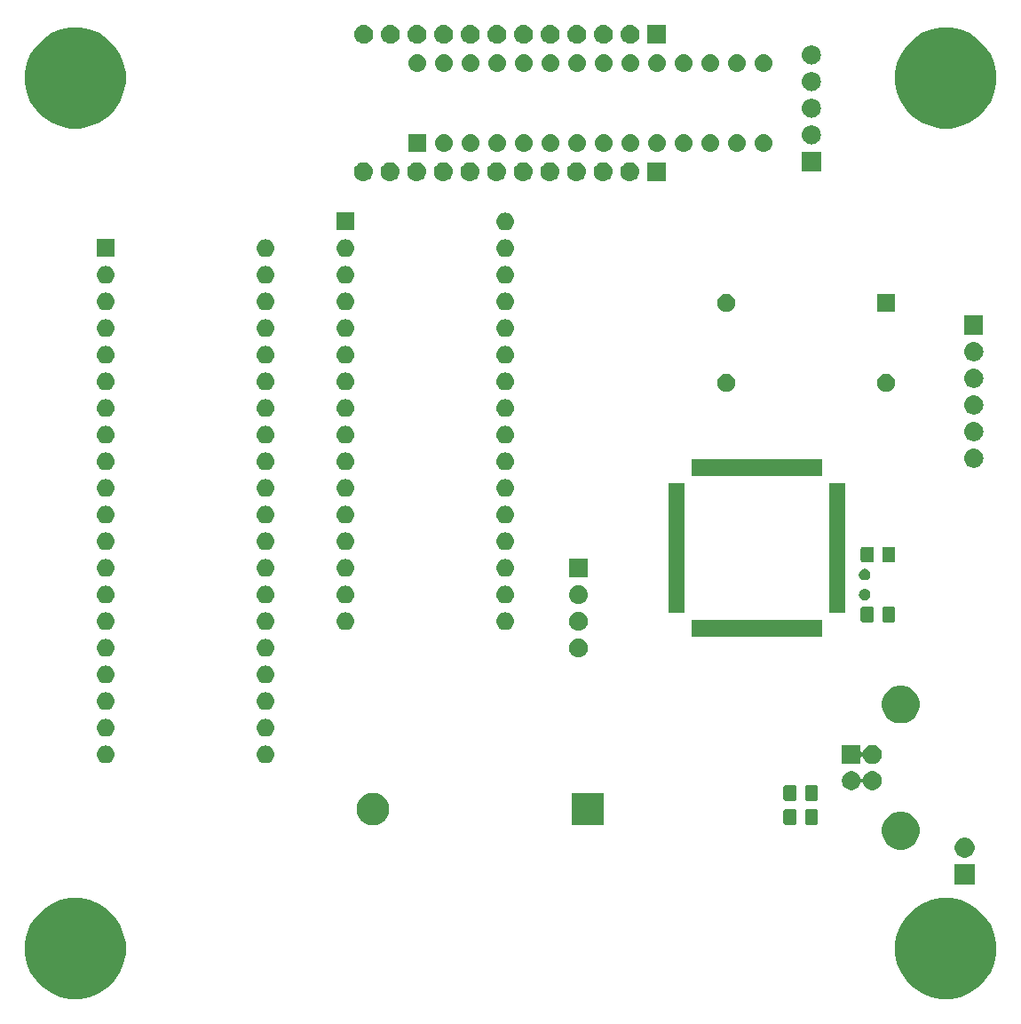
<source format=gbr>
G04 #@! TF.GenerationSoftware,KiCad,Pcbnew,(5.0.2)-1*
G04 #@! TF.CreationDate,2019-09-25T17:04:13-04:00*
G04 #@! TF.ProjectId,Z80_CPU,5a38305f-4350-4552-9e6b-696361645f70,1*
G04 #@! TF.SameCoordinates,Original*
G04 #@! TF.FileFunction,Soldermask,Top*
G04 #@! TF.FilePolarity,Negative*
%FSLAX46Y46*%
G04 Gerber Fmt 4.6, Leading zero omitted, Abs format (unit mm)*
G04 Created by KiCad (PCBNEW (5.0.2)-1) date 9/25/2019 5:04:13 PM*
%MOMM*%
%LPD*%
G01*
G04 APERTURE LIST*
%ADD10C,0.100000*%
G04 APERTURE END LIST*
D10*
G36*
X90404045Y-84371480D02*
X91280046Y-84734331D01*
X92068430Y-85261113D01*
X92738887Y-85931570D01*
X93265669Y-86719954D01*
X93628520Y-87595955D01*
X93813500Y-88525910D01*
X93813500Y-89474090D01*
X93628520Y-90404045D01*
X93265669Y-91280046D01*
X92738887Y-92068430D01*
X92068430Y-92738887D01*
X91280046Y-93265669D01*
X90404045Y-93628520D01*
X89474090Y-93813500D01*
X88525910Y-93813500D01*
X87595955Y-93628520D01*
X86719954Y-93265669D01*
X85931570Y-92738887D01*
X85261113Y-92068430D01*
X84734331Y-91280046D01*
X84371480Y-90404045D01*
X84186500Y-89474090D01*
X84186500Y-88525910D01*
X84371480Y-87595955D01*
X84734331Y-86719954D01*
X85261113Y-85931570D01*
X85931570Y-85261113D01*
X86719954Y-84734331D01*
X87595955Y-84371480D01*
X88525910Y-84186500D01*
X89474090Y-84186500D01*
X90404045Y-84371480D01*
X90404045Y-84371480D01*
G37*
G36*
X7404045Y-84371480D02*
X8280046Y-84734331D01*
X9068430Y-85261113D01*
X9738887Y-85931570D01*
X10265669Y-86719954D01*
X10628520Y-87595955D01*
X10813500Y-88525910D01*
X10813500Y-89474090D01*
X10628520Y-90404045D01*
X10265669Y-91280046D01*
X9738887Y-92068430D01*
X9068430Y-92738887D01*
X8280046Y-93265669D01*
X7404045Y-93628520D01*
X6474090Y-93813500D01*
X5525910Y-93813500D01*
X4595955Y-93628520D01*
X3719954Y-93265669D01*
X2931570Y-92738887D01*
X2261113Y-92068430D01*
X1734331Y-91280046D01*
X1371480Y-90404045D01*
X1186500Y-89474090D01*
X1186500Y-88525910D01*
X1371480Y-87595955D01*
X1734331Y-86719954D01*
X2261113Y-85931570D01*
X2931570Y-85261113D01*
X3719954Y-84734331D01*
X4595955Y-84371480D01*
X5525910Y-84186500D01*
X6474090Y-84186500D01*
X7404045Y-84371480D01*
X7404045Y-84371480D01*
G37*
G36*
X91756000Y-82866000D02*
X89854000Y-82866000D01*
X89854000Y-80964000D01*
X91756000Y-80964000D01*
X91756000Y-82866000D01*
X91756000Y-82866000D01*
G37*
G36*
X91082396Y-78460546D02*
X91255466Y-78532234D01*
X91411230Y-78636312D01*
X91543688Y-78768770D01*
X91647766Y-78924534D01*
X91719454Y-79097604D01*
X91756000Y-79281333D01*
X91756000Y-79468667D01*
X91719454Y-79652396D01*
X91647766Y-79825466D01*
X91543688Y-79981230D01*
X91411230Y-80113688D01*
X91255466Y-80217766D01*
X91082396Y-80289454D01*
X90898667Y-80326000D01*
X90711333Y-80326000D01*
X90527604Y-80289454D01*
X90354534Y-80217766D01*
X90198770Y-80113688D01*
X90066312Y-79981230D01*
X89962234Y-79825466D01*
X89890546Y-79652396D01*
X89854000Y-79468667D01*
X89854000Y-79281333D01*
X89890546Y-79097604D01*
X89962234Y-78924534D01*
X90066312Y-78768770D01*
X90198770Y-78636312D01*
X90354534Y-78532234D01*
X90527604Y-78460546D01*
X90711333Y-78424000D01*
X90898667Y-78424000D01*
X91082396Y-78460546D01*
X91082396Y-78460546D01*
G37*
G36*
X85235331Y-76023211D02*
X85563092Y-76158974D01*
X85858073Y-76356074D01*
X86108926Y-76606927D01*
X86306026Y-76901908D01*
X86441789Y-77229669D01*
X86511000Y-77577616D01*
X86511000Y-77932384D01*
X86441789Y-78280331D01*
X86306026Y-78608092D01*
X86108926Y-78903073D01*
X85858073Y-79153926D01*
X85563092Y-79351026D01*
X85235331Y-79486789D01*
X84887384Y-79556000D01*
X84532616Y-79556000D01*
X84184669Y-79486789D01*
X83856908Y-79351026D01*
X83561927Y-79153926D01*
X83311074Y-78903073D01*
X83113974Y-78608092D01*
X82978211Y-78280331D01*
X82909000Y-77932384D01*
X82909000Y-77577616D01*
X82978211Y-77229669D01*
X83113974Y-76901908D01*
X83311074Y-76606927D01*
X83561927Y-76356074D01*
X83856908Y-76158974D01*
X84184669Y-76023211D01*
X84532616Y-75954000D01*
X84887384Y-75954000D01*
X85235331Y-76023211D01*
X85235331Y-76023211D01*
G37*
G36*
X34726527Y-74180736D02*
X34826410Y-74200604D01*
X35108674Y-74317521D01*
X35362705Y-74487259D01*
X35578741Y-74703295D01*
X35748479Y-74957326D01*
X35865396Y-75239590D01*
X35865396Y-75239591D01*
X35925000Y-75539238D01*
X35925000Y-75844762D01*
X35909621Y-75922075D01*
X35865396Y-76144410D01*
X35748479Y-76426674D01*
X35578741Y-76680705D01*
X35362705Y-76896741D01*
X35108674Y-77066479D01*
X34826410Y-77183396D01*
X34744092Y-77199770D01*
X34526762Y-77243000D01*
X34221238Y-77243000D01*
X34003908Y-77199770D01*
X33921590Y-77183396D01*
X33639326Y-77066479D01*
X33385295Y-76896741D01*
X33169259Y-76680705D01*
X32999521Y-76426674D01*
X32882604Y-76144410D01*
X32838379Y-75922075D01*
X32823000Y-75844762D01*
X32823000Y-75539238D01*
X32882604Y-75239591D01*
X32882604Y-75239590D01*
X32999521Y-74957326D01*
X33169259Y-74703295D01*
X33385295Y-74487259D01*
X33639326Y-74317521D01*
X33921590Y-74200604D01*
X34021473Y-74180736D01*
X34221238Y-74141000D01*
X34526762Y-74141000D01*
X34726527Y-74180736D01*
X34726527Y-74180736D01*
G37*
G36*
X56415000Y-77243000D02*
X53313000Y-77243000D01*
X53313000Y-74141000D01*
X56415000Y-74141000D01*
X56415000Y-77243000D01*
X56415000Y-77243000D01*
G37*
G36*
X76672677Y-75707465D02*
X76710364Y-75718898D01*
X76745103Y-75737466D01*
X76775548Y-75762452D01*
X76800534Y-75792897D01*
X76819102Y-75827636D01*
X76830535Y-75865323D01*
X76835000Y-75910661D01*
X76835000Y-76997339D01*
X76830535Y-77042677D01*
X76819102Y-77080364D01*
X76800534Y-77115103D01*
X76775548Y-77145548D01*
X76745103Y-77170534D01*
X76710364Y-77189102D01*
X76672677Y-77200535D01*
X76627339Y-77205000D01*
X75790661Y-77205000D01*
X75745323Y-77200535D01*
X75707636Y-77189102D01*
X75672897Y-77170534D01*
X75642452Y-77145548D01*
X75617466Y-77115103D01*
X75598898Y-77080364D01*
X75587465Y-77042677D01*
X75583000Y-76997339D01*
X75583000Y-75910661D01*
X75587465Y-75865323D01*
X75598898Y-75827636D01*
X75617466Y-75792897D01*
X75642452Y-75762452D01*
X75672897Y-75737466D01*
X75707636Y-75718898D01*
X75745323Y-75707465D01*
X75790661Y-75703000D01*
X76627339Y-75703000D01*
X76672677Y-75707465D01*
X76672677Y-75707465D01*
G37*
G36*
X74622677Y-75707465D02*
X74660364Y-75718898D01*
X74695103Y-75737466D01*
X74725548Y-75762452D01*
X74750534Y-75792897D01*
X74769102Y-75827636D01*
X74780535Y-75865323D01*
X74785000Y-75910661D01*
X74785000Y-76997339D01*
X74780535Y-77042677D01*
X74769102Y-77080364D01*
X74750534Y-77115103D01*
X74725548Y-77145548D01*
X74695103Y-77170534D01*
X74660364Y-77189102D01*
X74622677Y-77200535D01*
X74577339Y-77205000D01*
X73740661Y-77205000D01*
X73695323Y-77200535D01*
X73657636Y-77189102D01*
X73622897Y-77170534D01*
X73592452Y-77145548D01*
X73567466Y-77115103D01*
X73548898Y-77080364D01*
X73537465Y-77042677D01*
X73533000Y-76997339D01*
X73533000Y-75910661D01*
X73537465Y-75865323D01*
X73548898Y-75827636D01*
X73567466Y-75792897D01*
X73592452Y-75762452D01*
X73622897Y-75737466D01*
X73657636Y-75718898D01*
X73695323Y-75707465D01*
X73740661Y-75703000D01*
X74577339Y-75703000D01*
X74622677Y-75707465D01*
X74622677Y-75707465D01*
G37*
G36*
X76672677Y-73421465D02*
X76710364Y-73432898D01*
X76745103Y-73451466D01*
X76775548Y-73476452D01*
X76800534Y-73506897D01*
X76819102Y-73541636D01*
X76830535Y-73579323D01*
X76835000Y-73624661D01*
X76835000Y-74711339D01*
X76830535Y-74756677D01*
X76819102Y-74794364D01*
X76800534Y-74829103D01*
X76775548Y-74859548D01*
X76745103Y-74884534D01*
X76710364Y-74903102D01*
X76672677Y-74914535D01*
X76627339Y-74919000D01*
X75790661Y-74919000D01*
X75745323Y-74914535D01*
X75707636Y-74903102D01*
X75672897Y-74884534D01*
X75642452Y-74859548D01*
X75617466Y-74829103D01*
X75598898Y-74794364D01*
X75587465Y-74756677D01*
X75583000Y-74711339D01*
X75583000Y-73624661D01*
X75587465Y-73579323D01*
X75598898Y-73541636D01*
X75617466Y-73506897D01*
X75642452Y-73476452D01*
X75672897Y-73451466D01*
X75707636Y-73432898D01*
X75745323Y-73421465D01*
X75790661Y-73417000D01*
X76627339Y-73417000D01*
X76672677Y-73421465D01*
X76672677Y-73421465D01*
G37*
G36*
X74622677Y-73421465D02*
X74660364Y-73432898D01*
X74695103Y-73451466D01*
X74725548Y-73476452D01*
X74750534Y-73506897D01*
X74769102Y-73541636D01*
X74780535Y-73579323D01*
X74785000Y-73624661D01*
X74785000Y-74711339D01*
X74780535Y-74756677D01*
X74769102Y-74794364D01*
X74750534Y-74829103D01*
X74725548Y-74859548D01*
X74695103Y-74884534D01*
X74660364Y-74903102D01*
X74622677Y-74914535D01*
X74577339Y-74919000D01*
X73740661Y-74919000D01*
X73695323Y-74914535D01*
X73657636Y-74903102D01*
X73622897Y-74884534D01*
X73592452Y-74859548D01*
X73567466Y-74829103D01*
X73548898Y-74794364D01*
X73537465Y-74756677D01*
X73533000Y-74711339D01*
X73533000Y-73624661D01*
X73537465Y-73579323D01*
X73548898Y-73541636D01*
X73567466Y-73506897D01*
X73592452Y-73476452D01*
X73622897Y-73451466D01*
X73657636Y-73432898D01*
X73695323Y-73421465D01*
X73740661Y-73417000D01*
X74577339Y-73417000D01*
X74622677Y-73421465D01*
X74622677Y-73421465D01*
G37*
G36*
X80262812Y-72118624D02*
X80426784Y-72186544D01*
X80574354Y-72285147D01*
X80699853Y-72410646D01*
X80798456Y-72558216D01*
X80866376Y-72722188D01*
X80877404Y-72777633D01*
X80884515Y-72801074D01*
X80896067Y-72822685D01*
X80911612Y-72841627D01*
X80930554Y-72857172D01*
X80952165Y-72868723D01*
X80975614Y-72875836D01*
X81000000Y-72878238D01*
X81024387Y-72875836D01*
X81047836Y-72868723D01*
X81069447Y-72857171D01*
X81088389Y-72841626D01*
X81103934Y-72822684D01*
X81115485Y-72801073D01*
X81122596Y-72777633D01*
X81133624Y-72722188D01*
X81201544Y-72558216D01*
X81300147Y-72410646D01*
X81425646Y-72285147D01*
X81573216Y-72186544D01*
X81737188Y-72118624D01*
X81911259Y-72084000D01*
X82088741Y-72084000D01*
X82262812Y-72118624D01*
X82426784Y-72186544D01*
X82574354Y-72285147D01*
X82699853Y-72410646D01*
X82798456Y-72558216D01*
X82866376Y-72722188D01*
X82901000Y-72896259D01*
X82901000Y-73073741D01*
X82866376Y-73247812D01*
X82798456Y-73411784D01*
X82699853Y-73559354D01*
X82574354Y-73684853D01*
X82426784Y-73783456D01*
X82262812Y-73851376D01*
X82088741Y-73886000D01*
X81911259Y-73886000D01*
X81737188Y-73851376D01*
X81573216Y-73783456D01*
X81425646Y-73684853D01*
X81300147Y-73559354D01*
X81201544Y-73411784D01*
X81133624Y-73247812D01*
X81122596Y-73192367D01*
X81115485Y-73168926D01*
X81103933Y-73147315D01*
X81088388Y-73128373D01*
X81069446Y-73112828D01*
X81047835Y-73101277D01*
X81024386Y-73094164D01*
X81000000Y-73091762D01*
X80975613Y-73094164D01*
X80952164Y-73101277D01*
X80930553Y-73112829D01*
X80911611Y-73128374D01*
X80896066Y-73147316D01*
X80884515Y-73168927D01*
X80877404Y-73192367D01*
X80866376Y-73247812D01*
X80798456Y-73411784D01*
X80699853Y-73559354D01*
X80574354Y-73684853D01*
X80426784Y-73783456D01*
X80262812Y-73851376D01*
X80088741Y-73886000D01*
X79911259Y-73886000D01*
X79737188Y-73851376D01*
X79573216Y-73783456D01*
X79425646Y-73684853D01*
X79300147Y-73559354D01*
X79201544Y-73411784D01*
X79133624Y-73247812D01*
X79099000Y-73073741D01*
X79099000Y-72896259D01*
X79133624Y-72722188D01*
X79201544Y-72558216D01*
X79300147Y-72410646D01*
X79425646Y-72285147D01*
X79573216Y-72186544D01*
X79737188Y-72118624D01*
X79911259Y-72084000D01*
X80088741Y-72084000D01*
X80262812Y-72118624D01*
X80262812Y-72118624D01*
G37*
G36*
X80901000Y-70155378D02*
X80903402Y-70179764D01*
X80910515Y-70203213D01*
X80922066Y-70224824D01*
X80937612Y-70243766D01*
X80956554Y-70259312D01*
X80978165Y-70270863D01*
X81001614Y-70277976D01*
X81026000Y-70280378D01*
X81050386Y-70277976D01*
X81073835Y-70270863D01*
X81095446Y-70259312D01*
X81114388Y-70243766D01*
X81129934Y-70224824D01*
X81141480Y-70203223D01*
X81201544Y-70058216D01*
X81300147Y-69910646D01*
X81425646Y-69785147D01*
X81573216Y-69686544D01*
X81737188Y-69618624D01*
X81911259Y-69584000D01*
X82088741Y-69584000D01*
X82262812Y-69618624D01*
X82426784Y-69686544D01*
X82574354Y-69785147D01*
X82699853Y-69910646D01*
X82798456Y-70058216D01*
X82866376Y-70222188D01*
X82901000Y-70396259D01*
X82901000Y-70573741D01*
X82866376Y-70747812D01*
X82798456Y-70911784D01*
X82699853Y-71059354D01*
X82574354Y-71184853D01*
X82426784Y-71283456D01*
X82262812Y-71351376D01*
X82088741Y-71386000D01*
X81911259Y-71386000D01*
X81737188Y-71351376D01*
X81573216Y-71283456D01*
X81425646Y-71184853D01*
X81300147Y-71059354D01*
X81201544Y-70911784D01*
X81141480Y-70766777D01*
X81129934Y-70745176D01*
X81114388Y-70726234D01*
X81095446Y-70710688D01*
X81073835Y-70699137D01*
X81050386Y-70692024D01*
X81026000Y-70689622D01*
X81001614Y-70692024D01*
X80978165Y-70699137D01*
X80956554Y-70710688D01*
X80937612Y-70726234D01*
X80922066Y-70745176D01*
X80910515Y-70766787D01*
X80903402Y-70790236D01*
X80901000Y-70814622D01*
X80901000Y-71386000D01*
X79099000Y-71386000D01*
X79099000Y-69584000D01*
X80901000Y-69584000D01*
X80901000Y-70155378D01*
X80901000Y-70155378D01*
G37*
G36*
X24296821Y-69646313D02*
X24296824Y-69646314D01*
X24296825Y-69646314D01*
X24457239Y-69694975D01*
X24457241Y-69694976D01*
X24457244Y-69694977D01*
X24605078Y-69773995D01*
X24734659Y-69880341D01*
X24841005Y-70009922D01*
X24920023Y-70157756D01*
X24920024Y-70157759D01*
X24920025Y-70157761D01*
X24957220Y-70280378D01*
X24968687Y-70318179D01*
X24985117Y-70485000D01*
X24968687Y-70651821D01*
X24968686Y-70651824D01*
X24968686Y-70651825D01*
X24926700Y-70790236D01*
X24920023Y-70812244D01*
X24841005Y-70960078D01*
X24734659Y-71089659D01*
X24605078Y-71196005D01*
X24457244Y-71275023D01*
X24457241Y-71275024D01*
X24457239Y-71275025D01*
X24296825Y-71323686D01*
X24296824Y-71323686D01*
X24296821Y-71323687D01*
X24171804Y-71336000D01*
X24088196Y-71336000D01*
X23963179Y-71323687D01*
X23963176Y-71323686D01*
X23963175Y-71323686D01*
X23802761Y-71275025D01*
X23802759Y-71275024D01*
X23802756Y-71275023D01*
X23654922Y-71196005D01*
X23525341Y-71089659D01*
X23418995Y-70960078D01*
X23339977Y-70812244D01*
X23333301Y-70790236D01*
X23291314Y-70651825D01*
X23291314Y-70651824D01*
X23291313Y-70651821D01*
X23274883Y-70485000D01*
X23291313Y-70318179D01*
X23302780Y-70280378D01*
X23339975Y-70157761D01*
X23339976Y-70157759D01*
X23339977Y-70157756D01*
X23418995Y-70009922D01*
X23525341Y-69880341D01*
X23654922Y-69773995D01*
X23802756Y-69694977D01*
X23802759Y-69694976D01*
X23802761Y-69694975D01*
X23963175Y-69646314D01*
X23963176Y-69646314D01*
X23963179Y-69646313D01*
X24088196Y-69634000D01*
X24171804Y-69634000D01*
X24296821Y-69646313D01*
X24296821Y-69646313D01*
G37*
G36*
X9056821Y-69646313D02*
X9056824Y-69646314D01*
X9056825Y-69646314D01*
X9217239Y-69694975D01*
X9217241Y-69694976D01*
X9217244Y-69694977D01*
X9365078Y-69773995D01*
X9494659Y-69880341D01*
X9601005Y-70009922D01*
X9680023Y-70157756D01*
X9680024Y-70157759D01*
X9680025Y-70157761D01*
X9717220Y-70280378D01*
X9728687Y-70318179D01*
X9745117Y-70485000D01*
X9728687Y-70651821D01*
X9728686Y-70651824D01*
X9728686Y-70651825D01*
X9686700Y-70790236D01*
X9680023Y-70812244D01*
X9601005Y-70960078D01*
X9494659Y-71089659D01*
X9365078Y-71196005D01*
X9217244Y-71275023D01*
X9217241Y-71275024D01*
X9217239Y-71275025D01*
X9056825Y-71323686D01*
X9056824Y-71323686D01*
X9056821Y-71323687D01*
X8931804Y-71336000D01*
X8848196Y-71336000D01*
X8723179Y-71323687D01*
X8723176Y-71323686D01*
X8723175Y-71323686D01*
X8562761Y-71275025D01*
X8562759Y-71275024D01*
X8562756Y-71275023D01*
X8414922Y-71196005D01*
X8285341Y-71089659D01*
X8178995Y-70960078D01*
X8099977Y-70812244D01*
X8093301Y-70790236D01*
X8051314Y-70651825D01*
X8051314Y-70651824D01*
X8051313Y-70651821D01*
X8034883Y-70485000D01*
X8051313Y-70318179D01*
X8062780Y-70280378D01*
X8099975Y-70157761D01*
X8099976Y-70157759D01*
X8099977Y-70157756D01*
X8178995Y-70009922D01*
X8285341Y-69880341D01*
X8414922Y-69773995D01*
X8562756Y-69694977D01*
X8562759Y-69694976D01*
X8562761Y-69694975D01*
X8723175Y-69646314D01*
X8723176Y-69646314D01*
X8723179Y-69646313D01*
X8848196Y-69634000D01*
X8931804Y-69634000D01*
X9056821Y-69646313D01*
X9056821Y-69646313D01*
G37*
G36*
X9056821Y-67106313D02*
X9056824Y-67106314D01*
X9056825Y-67106314D01*
X9217239Y-67154975D01*
X9217241Y-67154976D01*
X9217244Y-67154977D01*
X9365078Y-67233995D01*
X9494659Y-67340341D01*
X9601005Y-67469922D01*
X9680023Y-67617756D01*
X9728687Y-67778179D01*
X9745117Y-67945000D01*
X9728687Y-68111821D01*
X9680023Y-68272244D01*
X9601005Y-68420078D01*
X9494659Y-68549659D01*
X9365078Y-68656005D01*
X9217244Y-68735023D01*
X9217241Y-68735024D01*
X9217239Y-68735025D01*
X9056825Y-68783686D01*
X9056824Y-68783686D01*
X9056821Y-68783687D01*
X8931804Y-68796000D01*
X8848196Y-68796000D01*
X8723179Y-68783687D01*
X8723176Y-68783686D01*
X8723175Y-68783686D01*
X8562761Y-68735025D01*
X8562759Y-68735024D01*
X8562756Y-68735023D01*
X8414922Y-68656005D01*
X8285341Y-68549659D01*
X8178995Y-68420078D01*
X8099977Y-68272244D01*
X8051313Y-68111821D01*
X8034883Y-67945000D01*
X8051313Y-67778179D01*
X8099977Y-67617756D01*
X8178995Y-67469922D01*
X8285341Y-67340341D01*
X8414922Y-67233995D01*
X8562756Y-67154977D01*
X8562759Y-67154976D01*
X8562761Y-67154975D01*
X8723175Y-67106314D01*
X8723176Y-67106314D01*
X8723179Y-67106313D01*
X8848196Y-67094000D01*
X8931804Y-67094000D01*
X9056821Y-67106313D01*
X9056821Y-67106313D01*
G37*
G36*
X24296821Y-67106313D02*
X24296824Y-67106314D01*
X24296825Y-67106314D01*
X24457239Y-67154975D01*
X24457241Y-67154976D01*
X24457244Y-67154977D01*
X24605078Y-67233995D01*
X24734659Y-67340341D01*
X24841005Y-67469922D01*
X24920023Y-67617756D01*
X24968687Y-67778179D01*
X24985117Y-67945000D01*
X24968687Y-68111821D01*
X24920023Y-68272244D01*
X24841005Y-68420078D01*
X24734659Y-68549659D01*
X24605078Y-68656005D01*
X24457244Y-68735023D01*
X24457241Y-68735024D01*
X24457239Y-68735025D01*
X24296825Y-68783686D01*
X24296824Y-68783686D01*
X24296821Y-68783687D01*
X24171804Y-68796000D01*
X24088196Y-68796000D01*
X23963179Y-68783687D01*
X23963176Y-68783686D01*
X23963175Y-68783686D01*
X23802761Y-68735025D01*
X23802759Y-68735024D01*
X23802756Y-68735023D01*
X23654922Y-68656005D01*
X23525341Y-68549659D01*
X23418995Y-68420078D01*
X23339977Y-68272244D01*
X23291313Y-68111821D01*
X23274883Y-67945000D01*
X23291313Y-67778179D01*
X23339977Y-67617756D01*
X23418995Y-67469922D01*
X23525341Y-67340341D01*
X23654922Y-67233995D01*
X23802756Y-67154977D01*
X23802759Y-67154976D01*
X23802761Y-67154975D01*
X23963175Y-67106314D01*
X23963176Y-67106314D01*
X23963179Y-67106313D01*
X24088196Y-67094000D01*
X24171804Y-67094000D01*
X24296821Y-67106313D01*
X24296821Y-67106313D01*
G37*
G36*
X85235331Y-63983211D02*
X85563092Y-64118974D01*
X85858073Y-64316074D01*
X86108926Y-64566927D01*
X86306026Y-64861908D01*
X86441789Y-65189669D01*
X86511000Y-65537616D01*
X86511000Y-65892384D01*
X86441789Y-66240331D01*
X86306026Y-66568092D01*
X86108926Y-66863073D01*
X85858073Y-67113926D01*
X85563092Y-67311026D01*
X85235331Y-67446789D01*
X84887384Y-67516000D01*
X84532616Y-67516000D01*
X84184669Y-67446789D01*
X83856908Y-67311026D01*
X83561927Y-67113926D01*
X83311074Y-66863073D01*
X83113974Y-66568092D01*
X82978211Y-66240331D01*
X82909000Y-65892384D01*
X82909000Y-65537616D01*
X82978211Y-65189669D01*
X83113974Y-64861908D01*
X83311074Y-64566927D01*
X83561927Y-64316074D01*
X83856908Y-64118974D01*
X84184669Y-63983211D01*
X84532616Y-63914000D01*
X84887384Y-63914000D01*
X85235331Y-63983211D01*
X85235331Y-63983211D01*
G37*
G36*
X24296821Y-64566313D02*
X24296824Y-64566314D01*
X24296825Y-64566314D01*
X24457239Y-64614975D01*
X24457241Y-64614976D01*
X24457244Y-64614977D01*
X24605078Y-64693995D01*
X24734659Y-64800341D01*
X24841005Y-64929922D01*
X24920023Y-65077756D01*
X24920024Y-65077759D01*
X24920025Y-65077761D01*
X24953972Y-65189669D01*
X24968687Y-65238179D01*
X24985117Y-65405000D01*
X24968687Y-65571821D01*
X24920023Y-65732244D01*
X24841005Y-65880078D01*
X24734659Y-66009659D01*
X24605078Y-66116005D01*
X24457244Y-66195023D01*
X24457241Y-66195024D01*
X24457239Y-66195025D01*
X24296825Y-66243686D01*
X24296824Y-66243686D01*
X24296821Y-66243687D01*
X24171804Y-66256000D01*
X24088196Y-66256000D01*
X23963179Y-66243687D01*
X23963176Y-66243686D01*
X23963175Y-66243686D01*
X23802761Y-66195025D01*
X23802759Y-66195024D01*
X23802756Y-66195023D01*
X23654922Y-66116005D01*
X23525341Y-66009659D01*
X23418995Y-65880078D01*
X23339977Y-65732244D01*
X23291313Y-65571821D01*
X23274883Y-65405000D01*
X23291313Y-65238179D01*
X23306028Y-65189669D01*
X23339975Y-65077761D01*
X23339976Y-65077759D01*
X23339977Y-65077756D01*
X23418995Y-64929922D01*
X23525341Y-64800341D01*
X23654922Y-64693995D01*
X23802756Y-64614977D01*
X23802759Y-64614976D01*
X23802761Y-64614975D01*
X23963175Y-64566314D01*
X23963176Y-64566314D01*
X23963179Y-64566313D01*
X24088196Y-64554000D01*
X24171804Y-64554000D01*
X24296821Y-64566313D01*
X24296821Y-64566313D01*
G37*
G36*
X9056821Y-64566313D02*
X9056824Y-64566314D01*
X9056825Y-64566314D01*
X9217239Y-64614975D01*
X9217241Y-64614976D01*
X9217244Y-64614977D01*
X9365078Y-64693995D01*
X9494659Y-64800341D01*
X9601005Y-64929922D01*
X9680023Y-65077756D01*
X9680024Y-65077759D01*
X9680025Y-65077761D01*
X9713972Y-65189669D01*
X9728687Y-65238179D01*
X9745117Y-65405000D01*
X9728687Y-65571821D01*
X9680023Y-65732244D01*
X9601005Y-65880078D01*
X9494659Y-66009659D01*
X9365078Y-66116005D01*
X9217244Y-66195023D01*
X9217241Y-66195024D01*
X9217239Y-66195025D01*
X9056825Y-66243686D01*
X9056824Y-66243686D01*
X9056821Y-66243687D01*
X8931804Y-66256000D01*
X8848196Y-66256000D01*
X8723179Y-66243687D01*
X8723176Y-66243686D01*
X8723175Y-66243686D01*
X8562761Y-66195025D01*
X8562759Y-66195024D01*
X8562756Y-66195023D01*
X8414922Y-66116005D01*
X8285341Y-66009659D01*
X8178995Y-65880078D01*
X8099977Y-65732244D01*
X8051313Y-65571821D01*
X8034883Y-65405000D01*
X8051313Y-65238179D01*
X8066028Y-65189669D01*
X8099975Y-65077761D01*
X8099976Y-65077759D01*
X8099977Y-65077756D01*
X8178995Y-64929922D01*
X8285341Y-64800341D01*
X8414922Y-64693995D01*
X8562756Y-64614977D01*
X8562759Y-64614976D01*
X8562761Y-64614975D01*
X8723175Y-64566314D01*
X8723176Y-64566314D01*
X8723179Y-64566313D01*
X8848196Y-64554000D01*
X8931804Y-64554000D01*
X9056821Y-64566313D01*
X9056821Y-64566313D01*
G37*
G36*
X24296821Y-62026313D02*
X24296824Y-62026314D01*
X24296825Y-62026314D01*
X24457239Y-62074975D01*
X24457241Y-62074976D01*
X24457244Y-62074977D01*
X24605078Y-62153995D01*
X24734659Y-62260341D01*
X24841005Y-62389922D01*
X24920023Y-62537756D01*
X24968687Y-62698179D01*
X24985117Y-62865000D01*
X24968687Y-63031821D01*
X24920023Y-63192244D01*
X24841005Y-63340078D01*
X24734659Y-63469659D01*
X24605078Y-63576005D01*
X24457244Y-63655023D01*
X24457241Y-63655024D01*
X24457239Y-63655025D01*
X24296825Y-63703686D01*
X24296824Y-63703686D01*
X24296821Y-63703687D01*
X24171804Y-63716000D01*
X24088196Y-63716000D01*
X23963179Y-63703687D01*
X23963176Y-63703686D01*
X23963175Y-63703686D01*
X23802761Y-63655025D01*
X23802759Y-63655024D01*
X23802756Y-63655023D01*
X23654922Y-63576005D01*
X23525341Y-63469659D01*
X23418995Y-63340078D01*
X23339977Y-63192244D01*
X23291313Y-63031821D01*
X23274883Y-62865000D01*
X23291313Y-62698179D01*
X23339977Y-62537756D01*
X23418995Y-62389922D01*
X23525341Y-62260341D01*
X23654922Y-62153995D01*
X23802756Y-62074977D01*
X23802759Y-62074976D01*
X23802761Y-62074975D01*
X23963175Y-62026314D01*
X23963176Y-62026314D01*
X23963179Y-62026313D01*
X24088196Y-62014000D01*
X24171804Y-62014000D01*
X24296821Y-62026313D01*
X24296821Y-62026313D01*
G37*
G36*
X9056821Y-62026313D02*
X9056824Y-62026314D01*
X9056825Y-62026314D01*
X9217239Y-62074975D01*
X9217241Y-62074976D01*
X9217244Y-62074977D01*
X9365078Y-62153995D01*
X9494659Y-62260341D01*
X9601005Y-62389922D01*
X9680023Y-62537756D01*
X9728687Y-62698179D01*
X9745117Y-62865000D01*
X9728687Y-63031821D01*
X9680023Y-63192244D01*
X9601005Y-63340078D01*
X9494659Y-63469659D01*
X9365078Y-63576005D01*
X9217244Y-63655023D01*
X9217241Y-63655024D01*
X9217239Y-63655025D01*
X9056825Y-63703686D01*
X9056824Y-63703686D01*
X9056821Y-63703687D01*
X8931804Y-63716000D01*
X8848196Y-63716000D01*
X8723179Y-63703687D01*
X8723176Y-63703686D01*
X8723175Y-63703686D01*
X8562761Y-63655025D01*
X8562759Y-63655024D01*
X8562756Y-63655023D01*
X8414922Y-63576005D01*
X8285341Y-63469659D01*
X8178995Y-63340078D01*
X8099977Y-63192244D01*
X8051313Y-63031821D01*
X8034883Y-62865000D01*
X8051313Y-62698179D01*
X8099977Y-62537756D01*
X8178995Y-62389922D01*
X8285341Y-62260341D01*
X8414922Y-62153995D01*
X8562756Y-62074977D01*
X8562759Y-62074976D01*
X8562761Y-62074975D01*
X8723175Y-62026314D01*
X8723176Y-62026314D01*
X8723179Y-62026313D01*
X8848196Y-62014000D01*
X8931804Y-62014000D01*
X9056821Y-62026313D01*
X9056821Y-62026313D01*
G37*
G36*
X54085442Y-59430518D02*
X54151627Y-59437037D01*
X54264853Y-59471384D01*
X54321467Y-59488557D01*
X54408311Y-59534977D01*
X54477991Y-59572222D01*
X54513729Y-59601552D01*
X54615186Y-59684814D01*
X54698448Y-59786271D01*
X54727778Y-59822009D01*
X54727779Y-59822011D01*
X54811443Y-59978533D01*
X54828616Y-60035147D01*
X54862963Y-60148373D01*
X54880359Y-60325000D01*
X54862963Y-60501627D01*
X54828616Y-60614853D01*
X54811443Y-60671467D01*
X54742698Y-60800078D01*
X54727778Y-60827991D01*
X54698448Y-60863729D01*
X54615186Y-60965186D01*
X54513729Y-61048448D01*
X54477991Y-61077778D01*
X54477989Y-61077779D01*
X54321467Y-61161443D01*
X54314069Y-61163687D01*
X54151627Y-61212963D01*
X54085442Y-61219482D01*
X54019260Y-61226000D01*
X53930740Y-61226000D01*
X53864558Y-61219482D01*
X53798373Y-61212963D01*
X53635931Y-61163687D01*
X53628533Y-61161443D01*
X53472011Y-61077779D01*
X53472009Y-61077778D01*
X53436271Y-61048448D01*
X53334814Y-60965186D01*
X53251552Y-60863729D01*
X53222222Y-60827991D01*
X53207302Y-60800078D01*
X53138557Y-60671467D01*
X53121384Y-60614853D01*
X53087037Y-60501627D01*
X53069641Y-60325000D01*
X53087037Y-60148373D01*
X53121384Y-60035147D01*
X53138557Y-59978533D01*
X53222221Y-59822011D01*
X53222222Y-59822009D01*
X53251552Y-59786271D01*
X53334814Y-59684814D01*
X53436271Y-59601552D01*
X53472009Y-59572222D01*
X53541689Y-59534977D01*
X53628533Y-59488557D01*
X53685147Y-59471384D01*
X53798373Y-59437037D01*
X53864558Y-59430518D01*
X53930740Y-59424000D01*
X54019260Y-59424000D01*
X54085442Y-59430518D01*
X54085442Y-59430518D01*
G37*
G36*
X24296821Y-59486313D02*
X24296824Y-59486314D01*
X24296825Y-59486314D01*
X24457239Y-59534975D01*
X24457241Y-59534976D01*
X24457244Y-59534977D01*
X24605078Y-59613995D01*
X24734659Y-59720341D01*
X24841005Y-59849922D01*
X24920023Y-59997756D01*
X24920024Y-59997759D01*
X24920025Y-59997761D01*
X24965713Y-60148375D01*
X24968687Y-60158179D01*
X24985117Y-60325000D01*
X24968687Y-60491821D01*
X24968686Y-60491824D01*
X24968686Y-60491825D01*
X24965713Y-60501627D01*
X24920023Y-60652244D01*
X24841005Y-60800078D01*
X24734659Y-60929659D01*
X24605078Y-61036005D01*
X24457244Y-61115023D01*
X24457241Y-61115024D01*
X24457239Y-61115025D01*
X24296825Y-61163686D01*
X24296824Y-61163686D01*
X24296821Y-61163687D01*
X24171804Y-61176000D01*
X24088196Y-61176000D01*
X23963179Y-61163687D01*
X23963176Y-61163686D01*
X23963175Y-61163686D01*
X23802761Y-61115025D01*
X23802759Y-61115024D01*
X23802756Y-61115023D01*
X23654922Y-61036005D01*
X23525341Y-60929659D01*
X23418995Y-60800078D01*
X23339977Y-60652244D01*
X23294288Y-60501627D01*
X23291314Y-60491825D01*
X23291314Y-60491824D01*
X23291313Y-60491821D01*
X23274883Y-60325000D01*
X23291313Y-60158179D01*
X23294287Y-60148375D01*
X23339975Y-59997761D01*
X23339976Y-59997759D01*
X23339977Y-59997756D01*
X23418995Y-59849922D01*
X23525341Y-59720341D01*
X23654922Y-59613995D01*
X23802756Y-59534977D01*
X23802759Y-59534976D01*
X23802761Y-59534975D01*
X23963175Y-59486314D01*
X23963176Y-59486314D01*
X23963179Y-59486313D01*
X24088196Y-59474000D01*
X24171804Y-59474000D01*
X24296821Y-59486313D01*
X24296821Y-59486313D01*
G37*
G36*
X9056821Y-59486313D02*
X9056824Y-59486314D01*
X9056825Y-59486314D01*
X9217239Y-59534975D01*
X9217241Y-59534976D01*
X9217244Y-59534977D01*
X9365078Y-59613995D01*
X9494659Y-59720341D01*
X9601005Y-59849922D01*
X9680023Y-59997756D01*
X9680024Y-59997759D01*
X9680025Y-59997761D01*
X9725713Y-60148375D01*
X9728687Y-60158179D01*
X9745117Y-60325000D01*
X9728687Y-60491821D01*
X9728686Y-60491824D01*
X9728686Y-60491825D01*
X9725713Y-60501627D01*
X9680023Y-60652244D01*
X9601005Y-60800078D01*
X9494659Y-60929659D01*
X9365078Y-61036005D01*
X9217244Y-61115023D01*
X9217241Y-61115024D01*
X9217239Y-61115025D01*
X9056825Y-61163686D01*
X9056824Y-61163686D01*
X9056821Y-61163687D01*
X8931804Y-61176000D01*
X8848196Y-61176000D01*
X8723179Y-61163687D01*
X8723176Y-61163686D01*
X8723175Y-61163686D01*
X8562761Y-61115025D01*
X8562759Y-61115024D01*
X8562756Y-61115023D01*
X8414922Y-61036005D01*
X8285341Y-60929659D01*
X8178995Y-60800078D01*
X8099977Y-60652244D01*
X8054288Y-60501627D01*
X8051314Y-60491825D01*
X8051314Y-60491824D01*
X8051313Y-60491821D01*
X8034883Y-60325000D01*
X8051313Y-60158179D01*
X8054287Y-60148375D01*
X8099975Y-59997761D01*
X8099976Y-59997759D01*
X8099977Y-59997756D01*
X8178995Y-59849922D01*
X8285341Y-59720341D01*
X8414922Y-59613995D01*
X8562756Y-59534977D01*
X8562759Y-59534976D01*
X8562761Y-59534975D01*
X8723175Y-59486314D01*
X8723176Y-59486314D01*
X8723179Y-59486313D01*
X8848196Y-59474000D01*
X8931804Y-59474000D01*
X9056821Y-59486313D01*
X9056821Y-59486313D01*
G37*
G36*
X65170293Y-57675323D02*
X65177311Y-57677452D01*
X65191080Y-57684811D01*
X65213719Y-57694187D01*
X65237753Y-57698967D01*
X65262257Y-57698966D01*
X65286290Y-57694184D01*
X65308920Y-57684811D01*
X65322689Y-57677452D01*
X65329707Y-57675323D01*
X65343140Y-57674000D01*
X65656860Y-57674000D01*
X65670293Y-57675323D01*
X65677311Y-57677452D01*
X65691080Y-57684811D01*
X65713719Y-57694187D01*
X65737753Y-57698967D01*
X65762257Y-57698966D01*
X65786290Y-57694184D01*
X65808920Y-57684811D01*
X65822689Y-57677452D01*
X65829707Y-57675323D01*
X65843140Y-57674000D01*
X66156860Y-57674000D01*
X66170293Y-57675323D01*
X66177311Y-57677452D01*
X66191080Y-57684811D01*
X66213719Y-57694187D01*
X66237753Y-57698967D01*
X66262257Y-57698966D01*
X66286290Y-57694184D01*
X66308920Y-57684811D01*
X66322689Y-57677452D01*
X66329707Y-57675323D01*
X66343140Y-57674000D01*
X66656860Y-57674000D01*
X66670293Y-57675323D01*
X66677311Y-57677452D01*
X66691080Y-57684811D01*
X66713719Y-57694187D01*
X66737753Y-57698967D01*
X66762257Y-57698966D01*
X66786290Y-57694184D01*
X66808920Y-57684811D01*
X66822689Y-57677452D01*
X66829707Y-57675323D01*
X66843140Y-57674000D01*
X67156860Y-57674000D01*
X67170293Y-57675323D01*
X67177311Y-57677452D01*
X67191080Y-57684811D01*
X67213719Y-57694187D01*
X67237753Y-57698967D01*
X67262257Y-57698966D01*
X67286290Y-57694184D01*
X67308920Y-57684811D01*
X67322689Y-57677452D01*
X67329707Y-57675323D01*
X67343140Y-57674000D01*
X67656860Y-57674000D01*
X67670293Y-57675323D01*
X67677311Y-57677452D01*
X67691080Y-57684811D01*
X67713719Y-57694187D01*
X67737753Y-57698967D01*
X67762257Y-57698966D01*
X67786290Y-57694184D01*
X67808920Y-57684811D01*
X67822689Y-57677452D01*
X67829707Y-57675323D01*
X67843140Y-57674000D01*
X68156860Y-57674000D01*
X68170293Y-57675323D01*
X68177311Y-57677452D01*
X68191080Y-57684811D01*
X68213719Y-57694187D01*
X68237753Y-57698967D01*
X68262257Y-57698966D01*
X68286290Y-57694184D01*
X68308920Y-57684811D01*
X68322689Y-57677452D01*
X68329707Y-57675323D01*
X68343140Y-57674000D01*
X68656860Y-57674000D01*
X68670293Y-57675323D01*
X68677311Y-57677452D01*
X68691080Y-57684811D01*
X68713719Y-57694187D01*
X68737753Y-57698967D01*
X68762257Y-57698966D01*
X68786290Y-57694184D01*
X68808920Y-57684811D01*
X68822689Y-57677452D01*
X68829707Y-57675323D01*
X68843140Y-57674000D01*
X69156860Y-57674000D01*
X69170293Y-57675323D01*
X69177311Y-57677452D01*
X69191080Y-57684811D01*
X69213719Y-57694187D01*
X69237753Y-57698967D01*
X69262257Y-57698966D01*
X69286290Y-57694184D01*
X69308920Y-57684811D01*
X69322689Y-57677452D01*
X69329707Y-57675323D01*
X69343140Y-57674000D01*
X69656860Y-57674000D01*
X69670293Y-57675323D01*
X69677311Y-57677452D01*
X69691080Y-57684811D01*
X69713719Y-57694187D01*
X69737753Y-57698967D01*
X69762257Y-57698966D01*
X69786290Y-57694184D01*
X69808920Y-57684811D01*
X69822689Y-57677452D01*
X69829707Y-57675323D01*
X69843140Y-57674000D01*
X70156860Y-57674000D01*
X70170293Y-57675323D01*
X70177311Y-57677452D01*
X70191080Y-57684811D01*
X70213719Y-57694187D01*
X70237753Y-57698967D01*
X70262257Y-57698966D01*
X70286290Y-57694184D01*
X70308920Y-57684811D01*
X70322689Y-57677452D01*
X70329707Y-57675323D01*
X70343140Y-57674000D01*
X70656860Y-57674000D01*
X70670293Y-57675323D01*
X70677311Y-57677452D01*
X70691080Y-57684811D01*
X70713719Y-57694187D01*
X70737753Y-57698967D01*
X70762257Y-57698966D01*
X70786290Y-57694184D01*
X70808920Y-57684811D01*
X70822689Y-57677452D01*
X70829707Y-57675323D01*
X70843140Y-57674000D01*
X71156860Y-57674000D01*
X71170293Y-57675323D01*
X71177311Y-57677452D01*
X71191080Y-57684811D01*
X71213719Y-57694187D01*
X71237753Y-57698967D01*
X71262257Y-57698966D01*
X71286290Y-57694184D01*
X71308920Y-57684811D01*
X71322689Y-57677452D01*
X71329707Y-57675323D01*
X71343140Y-57674000D01*
X71656860Y-57674000D01*
X71670293Y-57675323D01*
X71677311Y-57677452D01*
X71691080Y-57684811D01*
X71713719Y-57694187D01*
X71737753Y-57698967D01*
X71762257Y-57698966D01*
X71786290Y-57694184D01*
X71808920Y-57684811D01*
X71822689Y-57677452D01*
X71829707Y-57675323D01*
X71843140Y-57674000D01*
X72156860Y-57674000D01*
X72170293Y-57675323D01*
X72177311Y-57677452D01*
X72191080Y-57684811D01*
X72213719Y-57694187D01*
X72237753Y-57698967D01*
X72262257Y-57698966D01*
X72286290Y-57694184D01*
X72308920Y-57684811D01*
X72322689Y-57677452D01*
X72329707Y-57675323D01*
X72343140Y-57674000D01*
X72656860Y-57674000D01*
X72670293Y-57675323D01*
X72677311Y-57677452D01*
X72691080Y-57684811D01*
X72713719Y-57694187D01*
X72737753Y-57698967D01*
X72762257Y-57698966D01*
X72786290Y-57694184D01*
X72808920Y-57684811D01*
X72822689Y-57677452D01*
X72829707Y-57675323D01*
X72843140Y-57674000D01*
X73156860Y-57674000D01*
X73170293Y-57675323D01*
X73177311Y-57677452D01*
X73191080Y-57684811D01*
X73213719Y-57694187D01*
X73237753Y-57698967D01*
X73262257Y-57698966D01*
X73286290Y-57694184D01*
X73308920Y-57684811D01*
X73322689Y-57677452D01*
X73329707Y-57675323D01*
X73343140Y-57674000D01*
X73656860Y-57674000D01*
X73670293Y-57675323D01*
X73677311Y-57677452D01*
X73691080Y-57684811D01*
X73713719Y-57694187D01*
X73737753Y-57698967D01*
X73762257Y-57698966D01*
X73786290Y-57694184D01*
X73808920Y-57684811D01*
X73822689Y-57677452D01*
X73829707Y-57675323D01*
X73843140Y-57674000D01*
X74156860Y-57674000D01*
X74170293Y-57675323D01*
X74177311Y-57677452D01*
X74191080Y-57684811D01*
X74213719Y-57694187D01*
X74237753Y-57698967D01*
X74262257Y-57698966D01*
X74286290Y-57694184D01*
X74308920Y-57684811D01*
X74322689Y-57677452D01*
X74329707Y-57675323D01*
X74343140Y-57674000D01*
X74656860Y-57674000D01*
X74670293Y-57675323D01*
X74677311Y-57677452D01*
X74691080Y-57684811D01*
X74713719Y-57694187D01*
X74737753Y-57698967D01*
X74762257Y-57698966D01*
X74786290Y-57694184D01*
X74808920Y-57684811D01*
X74822689Y-57677452D01*
X74829707Y-57675323D01*
X74843140Y-57674000D01*
X75156860Y-57674000D01*
X75170293Y-57675323D01*
X75177311Y-57677452D01*
X75191080Y-57684811D01*
X75213719Y-57694187D01*
X75237753Y-57698967D01*
X75262257Y-57698966D01*
X75286290Y-57694184D01*
X75308920Y-57684811D01*
X75322689Y-57677452D01*
X75329707Y-57675323D01*
X75343140Y-57674000D01*
X75656860Y-57674000D01*
X75670293Y-57675323D01*
X75677311Y-57677452D01*
X75691080Y-57684811D01*
X75713719Y-57694187D01*
X75737753Y-57698967D01*
X75762257Y-57698966D01*
X75786290Y-57694184D01*
X75808920Y-57684811D01*
X75822689Y-57677452D01*
X75829707Y-57675323D01*
X75843140Y-57674000D01*
X76156860Y-57674000D01*
X76170293Y-57675323D01*
X76177311Y-57677452D01*
X76191080Y-57684811D01*
X76213719Y-57694187D01*
X76237753Y-57698967D01*
X76262257Y-57698966D01*
X76286290Y-57694184D01*
X76308920Y-57684811D01*
X76322689Y-57677452D01*
X76329707Y-57675323D01*
X76343140Y-57674000D01*
X76656860Y-57674000D01*
X76670293Y-57675323D01*
X76677311Y-57677452D01*
X76691080Y-57684811D01*
X76713719Y-57694187D01*
X76737753Y-57698967D01*
X76762257Y-57698966D01*
X76786290Y-57694184D01*
X76808920Y-57684811D01*
X76822689Y-57677452D01*
X76829707Y-57675323D01*
X76843140Y-57674000D01*
X77156860Y-57674000D01*
X77170293Y-57675323D01*
X77177312Y-57677452D01*
X77183775Y-57680907D01*
X77189442Y-57685558D01*
X77194093Y-57691225D01*
X77197548Y-57697688D01*
X77199677Y-57704707D01*
X77201000Y-57718140D01*
X77201000Y-59206860D01*
X77199677Y-59220293D01*
X77197548Y-59227312D01*
X77194093Y-59233775D01*
X77189442Y-59239442D01*
X77183775Y-59244093D01*
X77177312Y-59247548D01*
X77170293Y-59249677D01*
X77156860Y-59251000D01*
X76843140Y-59251000D01*
X76829707Y-59249677D01*
X76822689Y-59247548D01*
X76808920Y-59240189D01*
X76786281Y-59230813D01*
X76762247Y-59226033D01*
X76737743Y-59226034D01*
X76713710Y-59230816D01*
X76691080Y-59240189D01*
X76677311Y-59247548D01*
X76670293Y-59249677D01*
X76656860Y-59251000D01*
X76343140Y-59251000D01*
X76329707Y-59249677D01*
X76322689Y-59247548D01*
X76308920Y-59240189D01*
X76286281Y-59230813D01*
X76262247Y-59226033D01*
X76237743Y-59226034D01*
X76213710Y-59230816D01*
X76191080Y-59240189D01*
X76177311Y-59247548D01*
X76170293Y-59249677D01*
X76156860Y-59251000D01*
X75843140Y-59251000D01*
X75829707Y-59249677D01*
X75822689Y-59247548D01*
X75808920Y-59240189D01*
X75786281Y-59230813D01*
X75762247Y-59226033D01*
X75737743Y-59226034D01*
X75713710Y-59230816D01*
X75691080Y-59240189D01*
X75677311Y-59247548D01*
X75670293Y-59249677D01*
X75656860Y-59251000D01*
X75343140Y-59251000D01*
X75329707Y-59249677D01*
X75322689Y-59247548D01*
X75308920Y-59240189D01*
X75286281Y-59230813D01*
X75262247Y-59226033D01*
X75237743Y-59226034D01*
X75213710Y-59230816D01*
X75191080Y-59240189D01*
X75177311Y-59247548D01*
X75170293Y-59249677D01*
X75156860Y-59251000D01*
X74843140Y-59251000D01*
X74829707Y-59249677D01*
X74822689Y-59247548D01*
X74808920Y-59240189D01*
X74786281Y-59230813D01*
X74762247Y-59226033D01*
X74737743Y-59226034D01*
X74713710Y-59230816D01*
X74691080Y-59240189D01*
X74677311Y-59247548D01*
X74670293Y-59249677D01*
X74656860Y-59251000D01*
X74343140Y-59251000D01*
X74329707Y-59249677D01*
X74322689Y-59247548D01*
X74308920Y-59240189D01*
X74286281Y-59230813D01*
X74262247Y-59226033D01*
X74237743Y-59226034D01*
X74213710Y-59230816D01*
X74191080Y-59240189D01*
X74177311Y-59247548D01*
X74170293Y-59249677D01*
X74156860Y-59251000D01*
X73843140Y-59251000D01*
X73829707Y-59249677D01*
X73822689Y-59247548D01*
X73808920Y-59240189D01*
X73786281Y-59230813D01*
X73762247Y-59226033D01*
X73737743Y-59226034D01*
X73713710Y-59230816D01*
X73691080Y-59240189D01*
X73677311Y-59247548D01*
X73670293Y-59249677D01*
X73656860Y-59251000D01*
X73343140Y-59251000D01*
X73329707Y-59249677D01*
X73322689Y-59247548D01*
X73308920Y-59240189D01*
X73286281Y-59230813D01*
X73262247Y-59226033D01*
X73237743Y-59226034D01*
X73213710Y-59230816D01*
X73191080Y-59240189D01*
X73177311Y-59247548D01*
X73170293Y-59249677D01*
X73156860Y-59251000D01*
X72843140Y-59251000D01*
X72829707Y-59249677D01*
X72822689Y-59247548D01*
X72808920Y-59240189D01*
X72786281Y-59230813D01*
X72762247Y-59226033D01*
X72737743Y-59226034D01*
X72713710Y-59230816D01*
X72691080Y-59240189D01*
X72677311Y-59247548D01*
X72670293Y-59249677D01*
X72656860Y-59251000D01*
X72343140Y-59251000D01*
X72329707Y-59249677D01*
X72322689Y-59247548D01*
X72308920Y-59240189D01*
X72286281Y-59230813D01*
X72262247Y-59226033D01*
X72237743Y-59226034D01*
X72213710Y-59230816D01*
X72191080Y-59240189D01*
X72177311Y-59247548D01*
X72170293Y-59249677D01*
X72156860Y-59251000D01*
X71843140Y-59251000D01*
X71829707Y-59249677D01*
X71822689Y-59247548D01*
X71808920Y-59240189D01*
X71786281Y-59230813D01*
X71762247Y-59226033D01*
X71737743Y-59226034D01*
X71713710Y-59230816D01*
X71691080Y-59240189D01*
X71677311Y-59247548D01*
X71670293Y-59249677D01*
X71656860Y-59251000D01*
X71343140Y-59251000D01*
X71329707Y-59249677D01*
X71322689Y-59247548D01*
X71308920Y-59240189D01*
X71286281Y-59230813D01*
X71262247Y-59226033D01*
X71237743Y-59226034D01*
X71213710Y-59230816D01*
X71191080Y-59240189D01*
X71177311Y-59247548D01*
X71170293Y-59249677D01*
X71156860Y-59251000D01*
X70843140Y-59251000D01*
X70829707Y-59249677D01*
X70822689Y-59247548D01*
X70808920Y-59240189D01*
X70786281Y-59230813D01*
X70762247Y-59226033D01*
X70737743Y-59226034D01*
X70713710Y-59230816D01*
X70691080Y-59240189D01*
X70677311Y-59247548D01*
X70670293Y-59249677D01*
X70656860Y-59251000D01*
X70343140Y-59251000D01*
X70329707Y-59249677D01*
X70322689Y-59247548D01*
X70308920Y-59240189D01*
X70286281Y-59230813D01*
X70262247Y-59226033D01*
X70237743Y-59226034D01*
X70213710Y-59230816D01*
X70191080Y-59240189D01*
X70177311Y-59247548D01*
X70170293Y-59249677D01*
X70156860Y-59251000D01*
X69843140Y-59251000D01*
X69829707Y-59249677D01*
X69822689Y-59247548D01*
X69808920Y-59240189D01*
X69786281Y-59230813D01*
X69762247Y-59226033D01*
X69737743Y-59226034D01*
X69713710Y-59230816D01*
X69691080Y-59240189D01*
X69677311Y-59247548D01*
X69670293Y-59249677D01*
X69656860Y-59251000D01*
X69343140Y-59251000D01*
X69329707Y-59249677D01*
X69322689Y-59247548D01*
X69308920Y-59240189D01*
X69286281Y-59230813D01*
X69262247Y-59226033D01*
X69237743Y-59226034D01*
X69213710Y-59230816D01*
X69191080Y-59240189D01*
X69177311Y-59247548D01*
X69170293Y-59249677D01*
X69156860Y-59251000D01*
X68843140Y-59251000D01*
X68829707Y-59249677D01*
X68822689Y-59247548D01*
X68808920Y-59240189D01*
X68786281Y-59230813D01*
X68762247Y-59226033D01*
X68737743Y-59226034D01*
X68713710Y-59230816D01*
X68691080Y-59240189D01*
X68677311Y-59247548D01*
X68670293Y-59249677D01*
X68656860Y-59251000D01*
X68343140Y-59251000D01*
X68329707Y-59249677D01*
X68322689Y-59247548D01*
X68308920Y-59240189D01*
X68286281Y-59230813D01*
X68262247Y-59226033D01*
X68237743Y-59226034D01*
X68213710Y-59230816D01*
X68191080Y-59240189D01*
X68177311Y-59247548D01*
X68170293Y-59249677D01*
X68156860Y-59251000D01*
X67843140Y-59251000D01*
X67829707Y-59249677D01*
X67822689Y-59247548D01*
X67808920Y-59240189D01*
X67786281Y-59230813D01*
X67762247Y-59226033D01*
X67737743Y-59226034D01*
X67713710Y-59230816D01*
X67691080Y-59240189D01*
X67677311Y-59247548D01*
X67670293Y-59249677D01*
X67656860Y-59251000D01*
X67343140Y-59251000D01*
X67329707Y-59249677D01*
X67322689Y-59247548D01*
X67308920Y-59240189D01*
X67286281Y-59230813D01*
X67262247Y-59226033D01*
X67237743Y-59226034D01*
X67213710Y-59230816D01*
X67191080Y-59240189D01*
X67177311Y-59247548D01*
X67170293Y-59249677D01*
X67156860Y-59251000D01*
X66843140Y-59251000D01*
X66829707Y-59249677D01*
X66822689Y-59247548D01*
X66808920Y-59240189D01*
X66786281Y-59230813D01*
X66762247Y-59226033D01*
X66737743Y-59226034D01*
X66713710Y-59230816D01*
X66691080Y-59240189D01*
X66677311Y-59247548D01*
X66670293Y-59249677D01*
X66656860Y-59251000D01*
X66343140Y-59251000D01*
X66329707Y-59249677D01*
X66322689Y-59247548D01*
X66308920Y-59240189D01*
X66286281Y-59230813D01*
X66262247Y-59226033D01*
X66237743Y-59226034D01*
X66213710Y-59230816D01*
X66191080Y-59240189D01*
X66177311Y-59247548D01*
X66170293Y-59249677D01*
X66156860Y-59251000D01*
X65843140Y-59251000D01*
X65829707Y-59249677D01*
X65822689Y-59247548D01*
X65808920Y-59240189D01*
X65786281Y-59230813D01*
X65762247Y-59226033D01*
X65737743Y-59226034D01*
X65713710Y-59230816D01*
X65691080Y-59240189D01*
X65677311Y-59247548D01*
X65670293Y-59249677D01*
X65656860Y-59251000D01*
X65343140Y-59251000D01*
X65329707Y-59249677D01*
X65322689Y-59247548D01*
X65308920Y-59240189D01*
X65286281Y-59230813D01*
X65262247Y-59226033D01*
X65237743Y-59226034D01*
X65213710Y-59230816D01*
X65191080Y-59240189D01*
X65177311Y-59247548D01*
X65170293Y-59249677D01*
X65156860Y-59251000D01*
X64843140Y-59251000D01*
X64829707Y-59249677D01*
X64822688Y-59247548D01*
X64816225Y-59244093D01*
X64810558Y-59239442D01*
X64805907Y-59233775D01*
X64802452Y-59227312D01*
X64800323Y-59220293D01*
X64799000Y-59206860D01*
X64799000Y-57718140D01*
X64800323Y-57704707D01*
X64802452Y-57697688D01*
X64805907Y-57691225D01*
X64810558Y-57685558D01*
X64816225Y-57680907D01*
X64822688Y-57677452D01*
X64829707Y-57675323D01*
X64843140Y-57674000D01*
X65156860Y-57674000D01*
X65170293Y-57675323D01*
X65170293Y-57675323D01*
G37*
G36*
X54085442Y-56890518D02*
X54151627Y-56897037D01*
X54264853Y-56931384D01*
X54321467Y-56948557D01*
X54408311Y-56994977D01*
X54477991Y-57032222D01*
X54513729Y-57061552D01*
X54615186Y-57144814D01*
X54698448Y-57246271D01*
X54727778Y-57282009D01*
X54727779Y-57282011D01*
X54811443Y-57438533D01*
X54828616Y-57495147D01*
X54862963Y-57608373D01*
X54880359Y-57785000D01*
X54862963Y-57961627D01*
X54828616Y-58074853D01*
X54811443Y-58131467D01*
X54742698Y-58260078D01*
X54727778Y-58287991D01*
X54698448Y-58323729D01*
X54615186Y-58425186D01*
X54513729Y-58508448D01*
X54477991Y-58537778D01*
X54477989Y-58537779D01*
X54321467Y-58621443D01*
X54314069Y-58623687D01*
X54151627Y-58672963D01*
X54085442Y-58679482D01*
X54019260Y-58686000D01*
X53930740Y-58686000D01*
X53864558Y-58679482D01*
X53798373Y-58672963D01*
X53635931Y-58623687D01*
X53628533Y-58621443D01*
X53472011Y-58537779D01*
X53472009Y-58537778D01*
X53436271Y-58508448D01*
X53334814Y-58425186D01*
X53251552Y-58323729D01*
X53222222Y-58287991D01*
X53207302Y-58260078D01*
X53138557Y-58131467D01*
X53121384Y-58074853D01*
X53087037Y-57961627D01*
X53069641Y-57785000D01*
X53087037Y-57608373D01*
X53121384Y-57495147D01*
X53138557Y-57438533D01*
X53222221Y-57282011D01*
X53222222Y-57282009D01*
X53251552Y-57246271D01*
X53334814Y-57144814D01*
X53436271Y-57061552D01*
X53472009Y-57032222D01*
X53541689Y-56994977D01*
X53628533Y-56948557D01*
X53685147Y-56931384D01*
X53798373Y-56897037D01*
X53864558Y-56890518D01*
X53930740Y-56884000D01*
X54019260Y-56884000D01*
X54085442Y-56890518D01*
X54085442Y-56890518D01*
G37*
G36*
X24296821Y-56946313D02*
X24296824Y-56946314D01*
X24296825Y-56946314D01*
X24457239Y-56994975D01*
X24457241Y-56994976D01*
X24457244Y-56994977D01*
X24605078Y-57073995D01*
X24734659Y-57180341D01*
X24841005Y-57309922D01*
X24920023Y-57457756D01*
X24920024Y-57457759D01*
X24920025Y-57457761D01*
X24965713Y-57608375D01*
X24968687Y-57618179D01*
X24985117Y-57785000D01*
X24968687Y-57951821D01*
X24968686Y-57951824D01*
X24968686Y-57951825D01*
X24965713Y-57961627D01*
X24920023Y-58112244D01*
X24841005Y-58260078D01*
X24734659Y-58389659D01*
X24605078Y-58496005D01*
X24457244Y-58575023D01*
X24457241Y-58575024D01*
X24457239Y-58575025D01*
X24296825Y-58623686D01*
X24296824Y-58623686D01*
X24296821Y-58623687D01*
X24171804Y-58636000D01*
X24088196Y-58636000D01*
X23963179Y-58623687D01*
X23963176Y-58623686D01*
X23963175Y-58623686D01*
X23802761Y-58575025D01*
X23802759Y-58575024D01*
X23802756Y-58575023D01*
X23654922Y-58496005D01*
X23525341Y-58389659D01*
X23418995Y-58260078D01*
X23339977Y-58112244D01*
X23294288Y-57961627D01*
X23291314Y-57951825D01*
X23291314Y-57951824D01*
X23291313Y-57951821D01*
X23274883Y-57785000D01*
X23291313Y-57618179D01*
X23294287Y-57608375D01*
X23339975Y-57457761D01*
X23339976Y-57457759D01*
X23339977Y-57457756D01*
X23418995Y-57309922D01*
X23525341Y-57180341D01*
X23654922Y-57073995D01*
X23802756Y-56994977D01*
X23802759Y-56994976D01*
X23802761Y-56994975D01*
X23963175Y-56946314D01*
X23963176Y-56946314D01*
X23963179Y-56946313D01*
X24088196Y-56934000D01*
X24171804Y-56934000D01*
X24296821Y-56946313D01*
X24296821Y-56946313D01*
G37*
G36*
X47156821Y-56946313D02*
X47156824Y-56946314D01*
X47156825Y-56946314D01*
X47317239Y-56994975D01*
X47317241Y-56994976D01*
X47317244Y-56994977D01*
X47465078Y-57073995D01*
X47594659Y-57180341D01*
X47701005Y-57309922D01*
X47780023Y-57457756D01*
X47780024Y-57457759D01*
X47780025Y-57457761D01*
X47825713Y-57608375D01*
X47828687Y-57618179D01*
X47845117Y-57785000D01*
X47828687Y-57951821D01*
X47828686Y-57951824D01*
X47828686Y-57951825D01*
X47825713Y-57961627D01*
X47780023Y-58112244D01*
X47701005Y-58260078D01*
X47594659Y-58389659D01*
X47465078Y-58496005D01*
X47317244Y-58575023D01*
X47317241Y-58575024D01*
X47317239Y-58575025D01*
X47156825Y-58623686D01*
X47156824Y-58623686D01*
X47156821Y-58623687D01*
X47031804Y-58636000D01*
X46948196Y-58636000D01*
X46823179Y-58623687D01*
X46823176Y-58623686D01*
X46823175Y-58623686D01*
X46662761Y-58575025D01*
X46662759Y-58575024D01*
X46662756Y-58575023D01*
X46514922Y-58496005D01*
X46385341Y-58389659D01*
X46278995Y-58260078D01*
X46199977Y-58112244D01*
X46154288Y-57961627D01*
X46151314Y-57951825D01*
X46151314Y-57951824D01*
X46151313Y-57951821D01*
X46134883Y-57785000D01*
X46151313Y-57618179D01*
X46154287Y-57608375D01*
X46199975Y-57457761D01*
X46199976Y-57457759D01*
X46199977Y-57457756D01*
X46278995Y-57309922D01*
X46385341Y-57180341D01*
X46514922Y-57073995D01*
X46662756Y-56994977D01*
X46662759Y-56994976D01*
X46662761Y-56994975D01*
X46823175Y-56946314D01*
X46823176Y-56946314D01*
X46823179Y-56946313D01*
X46948196Y-56934000D01*
X47031804Y-56934000D01*
X47156821Y-56946313D01*
X47156821Y-56946313D01*
G37*
G36*
X9056821Y-56946313D02*
X9056824Y-56946314D01*
X9056825Y-56946314D01*
X9217239Y-56994975D01*
X9217241Y-56994976D01*
X9217244Y-56994977D01*
X9365078Y-57073995D01*
X9494659Y-57180341D01*
X9601005Y-57309922D01*
X9680023Y-57457756D01*
X9680024Y-57457759D01*
X9680025Y-57457761D01*
X9725713Y-57608375D01*
X9728687Y-57618179D01*
X9745117Y-57785000D01*
X9728687Y-57951821D01*
X9728686Y-57951824D01*
X9728686Y-57951825D01*
X9725713Y-57961627D01*
X9680023Y-58112244D01*
X9601005Y-58260078D01*
X9494659Y-58389659D01*
X9365078Y-58496005D01*
X9217244Y-58575023D01*
X9217241Y-58575024D01*
X9217239Y-58575025D01*
X9056825Y-58623686D01*
X9056824Y-58623686D01*
X9056821Y-58623687D01*
X8931804Y-58636000D01*
X8848196Y-58636000D01*
X8723179Y-58623687D01*
X8723176Y-58623686D01*
X8723175Y-58623686D01*
X8562761Y-58575025D01*
X8562759Y-58575024D01*
X8562756Y-58575023D01*
X8414922Y-58496005D01*
X8285341Y-58389659D01*
X8178995Y-58260078D01*
X8099977Y-58112244D01*
X8054288Y-57961627D01*
X8051314Y-57951825D01*
X8051314Y-57951824D01*
X8051313Y-57951821D01*
X8034883Y-57785000D01*
X8051313Y-57618179D01*
X8054287Y-57608375D01*
X8099975Y-57457761D01*
X8099976Y-57457759D01*
X8099977Y-57457756D01*
X8178995Y-57309922D01*
X8285341Y-57180341D01*
X8414922Y-57073995D01*
X8562756Y-56994977D01*
X8562759Y-56994976D01*
X8562761Y-56994975D01*
X8723175Y-56946314D01*
X8723176Y-56946314D01*
X8723179Y-56946313D01*
X8848196Y-56934000D01*
X8931804Y-56934000D01*
X9056821Y-56946313D01*
X9056821Y-56946313D01*
G37*
G36*
X31916821Y-56946313D02*
X31916824Y-56946314D01*
X31916825Y-56946314D01*
X32077239Y-56994975D01*
X32077241Y-56994976D01*
X32077244Y-56994977D01*
X32225078Y-57073995D01*
X32354659Y-57180341D01*
X32461005Y-57309922D01*
X32540023Y-57457756D01*
X32540024Y-57457759D01*
X32540025Y-57457761D01*
X32585713Y-57608375D01*
X32588687Y-57618179D01*
X32605117Y-57785000D01*
X32588687Y-57951821D01*
X32588686Y-57951824D01*
X32588686Y-57951825D01*
X32585713Y-57961627D01*
X32540023Y-58112244D01*
X32461005Y-58260078D01*
X32354659Y-58389659D01*
X32225078Y-58496005D01*
X32077244Y-58575023D01*
X32077241Y-58575024D01*
X32077239Y-58575025D01*
X31916825Y-58623686D01*
X31916824Y-58623686D01*
X31916821Y-58623687D01*
X31791804Y-58636000D01*
X31708196Y-58636000D01*
X31583179Y-58623687D01*
X31583176Y-58623686D01*
X31583175Y-58623686D01*
X31422761Y-58575025D01*
X31422759Y-58575024D01*
X31422756Y-58575023D01*
X31274922Y-58496005D01*
X31145341Y-58389659D01*
X31038995Y-58260078D01*
X30959977Y-58112244D01*
X30914288Y-57961627D01*
X30911314Y-57951825D01*
X30911314Y-57951824D01*
X30911313Y-57951821D01*
X30894883Y-57785000D01*
X30911313Y-57618179D01*
X30914287Y-57608375D01*
X30959975Y-57457761D01*
X30959976Y-57457759D01*
X30959977Y-57457756D01*
X31038995Y-57309922D01*
X31145341Y-57180341D01*
X31274922Y-57073995D01*
X31422756Y-56994977D01*
X31422759Y-56994976D01*
X31422761Y-56994975D01*
X31583175Y-56946314D01*
X31583176Y-56946314D01*
X31583179Y-56946313D01*
X31708196Y-56934000D01*
X31791804Y-56934000D01*
X31916821Y-56946313D01*
X31916821Y-56946313D01*
G37*
G36*
X84038677Y-56403465D02*
X84076364Y-56414898D01*
X84111103Y-56433466D01*
X84141548Y-56458452D01*
X84166534Y-56488897D01*
X84185102Y-56523636D01*
X84196535Y-56561323D01*
X84201000Y-56606661D01*
X84201000Y-57693339D01*
X84196535Y-57738677D01*
X84185102Y-57776364D01*
X84166534Y-57811103D01*
X84141548Y-57841548D01*
X84111103Y-57866534D01*
X84076364Y-57885102D01*
X84038677Y-57896535D01*
X83993339Y-57901000D01*
X83156661Y-57901000D01*
X83111323Y-57896535D01*
X83073636Y-57885102D01*
X83038897Y-57866534D01*
X83008452Y-57841548D01*
X82983466Y-57811103D01*
X82964898Y-57776364D01*
X82953465Y-57738677D01*
X82949000Y-57693339D01*
X82949000Y-56606661D01*
X82953465Y-56561323D01*
X82964898Y-56523636D01*
X82983466Y-56488897D01*
X83008452Y-56458452D01*
X83038897Y-56433466D01*
X83073636Y-56414898D01*
X83111323Y-56403465D01*
X83156661Y-56399000D01*
X83993339Y-56399000D01*
X84038677Y-56403465D01*
X84038677Y-56403465D01*
G37*
G36*
X81988677Y-56403465D02*
X82026364Y-56414898D01*
X82061103Y-56433466D01*
X82091548Y-56458452D01*
X82116534Y-56488897D01*
X82135102Y-56523636D01*
X82146535Y-56561323D01*
X82151000Y-56606661D01*
X82151000Y-57693339D01*
X82146535Y-57738677D01*
X82135102Y-57776364D01*
X82116534Y-57811103D01*
X82091548Y-57841548D01*
X82061103Y-57866534D01*
X82026364Y-57885102D01*
X81988677Y-57896535D01*
X81943339Y-57901000D01*
X81106661Y-57901000D01*
X81061323Y-57896535D01*
X81023636Y-57885102D01*
X80988897Y-57866534D01*
X80958452Y-57841548D01*
X80933466Y-57811103D01*
X80914898Y-57776364D01*
X80903465Y-57738677D01*
X80899000Y-57693339D01*
X80899000Y-56606661D01*
X80903465Y-56561323D01*
X80914898Y-56523636D01*
X80933466Y-56488897D01*
X80958452Y-56458452D01*
X80988897Y-56433466D01*
X81023636Y-56414898D01*
X81061323Y-56403465D01*
X81106661Y-56399000D01*
X81943339Y-56399000D01*
X81988677Y-56403465D01*
X81988677Y-56403465D01*
G37*
G36*
X64095293Y-44600323D02*
X64102312Y-44602452D01*
X64108775Y-44605907D01*
X64114442Y-44610558D01*
X64119093Y-44616225D01*
X64122548Y-44622688D01*
X64124677Y-44629707D01*
X64126000Y-44643140D01*
X64126000Y-44956860D01*
X64124677Y-44970293D01*
X64122548Y-44977311D01*
X64115189Y-44991080D01*
X64105813Y-45013719D01*
X64101033Y-45037753D01*
X64101034Y-45062257D01*
X64105816Y-45086290D01*
X64115189Y-45108920D01*
X64122548Y-45122689D01*
X64124677Y-45129707D01*
X64126000Y-45143140D01*
X64126000Y-45456860D01*
X64124677Y-45470293D01*
X64122548Y-45477311D01*
X64115189Y-45491080D01*
X64105813Y-45513719D01*
X64101033Y-45537753D01*
X64101034Y-45562257D01*
X64105816Y-45586290D01*
X64115189Y-45608920D01*
X64122548Y-45622689D01*
X64124677Y-45629707D01*
X64126000Y-45643140D01*
X64126000Y-45956860D01*
X64124677Y-45970293D01*
X64122548Y-45977311D01*
X64115189Y-45991080D01*
X64105813Y-46013719D01*
X64101033Y-46037753D01*
X64101034Y-46062257D01*
X64105816Y-46086290D01*
X64115189Y-46108920D01*
X64122548Y-46122689D01*
X64124677Y-46129707D01*
X64126000Y-46143140D01*
X64126000Y-46456860D01*
X64124677Y-46470293D01*
X64122548Y-46477311D01*
X64115189Y-46491080D01*
X64105813Y-46513719D01*
X64101033Y-46537753D01*
X64101034Y-46562257D01*
X64105816Y-46586290D01*
X64115189Y-46608920D01*
X64122548Y-46622689D01*
X64124677Y-46629707D01*
X64126000Y-46643140D01*
X64126000Y-46956860D01*
X64124677Y-46970293D01*
X64122548Y-46977311D01*
X64115189Y-46991080D01*
X64105813Y-47013719D01*
X64101033Y-47037753D01*
X64101034Y-47062257D01*
X64105816Y-47086290D01*
X64115189Y-47108920D01*
X64122548Y-47122689D01*
X64124677Y-47129707D01*
X64126000Y-47143140D01*
X64126000Y-47456860D01*
X64124677Y-47470293D01*
X64122548Y-47477311D01*
X64115189Y-47491080D01*
X64105813Y-47513719D01*
X64101033Y-47537753D01*
X64101034Y-47562257D01*
X64105816Y-47586290D01*
X64115189Y-47608920D01*
X64122548Y-47622689D01*
X64124677Y-47629707D01*
X64126000Y-47643140D01*
X64126000Y-47956860D01*
X64124677Y-47970293D01*
X64122548Y-47977311D01*
X64115189Y-47991080D01*
X64105813Y-48013719D01*
X64101033Y-48037753D01*
X64101034Y-48062257D01*
X64105816Y-48086290D01*
X64115189Y-48108920D01*
X64122548Y-48122689D01*
X64124677Y-48129707D01*
X64126000Y-48143140D01*
X64126000Y-48456860D01*
X64124677Y-48470293D01*
X64122548Y-48477311D01*
X64115189Y-48491080D01*
X64105813Y-48513719D01*
X64101033Y-48537753D01*
X64101034Y-48562257D01*
X64105816Y-48586290D01*
X64115189Y-48608920D01*
X64122548Y-48622689D01*
X64124677Y-48629707D01*
X64126000Y-48643140D01*
X64126000Y-48956860D01*
X64124677Y-48970293D01*
X64122548Y-48977311D01*
X64115189Y-48991080D01*
X64105813Y-49013719D01*
X64101033Y-49037753D01*
X64101034Y-49062257D01*
X64105816Y-49086290D01*
X64115189Y-49108920D01*
X64122548Y-49122689D01*
X64124677Y-49129707D01*
X64126000Y-49143140D01*
X64126000Y-49456860D01*
X64124677Y-49470293D01*
X64122548Y-49477311D01*
X64115189Y-49491080D01*
X64105813Y-49513719D01*
X64101033Y-49537753D01*
X64101034Y-49562257D01*
X64105816Y-49586290D01*
X64115189Y-49608920D01*
X64122548Y-49622689D01*
X64124677Y-49629707D01*
X64126000Y-49643140D01*
X64126000Y-49956860D01*
X64124677Y-49970293D01*
X64122548Y-49977311D01*
X64115189Y-49991080D01*
X64105813Y-50013719D01*
X64101033Y-50037753D01*
X64101034Y-50062257D01*
X64105816Y-50086290D01*
X64115189Y-50108920D01*
X64122548Y-50122689D01*
X64124677Y-50129707D01*
X64126000Y-50143140D01*
X64126000Y-50456860D01*
X64124677Y-50470293D01*
X64122548Y-50477311D01*
X64115189Y-50491080D01*
X64105813Y-50513719D01*
X64101033Y-50537753D01*
X64101034Y-50562257D01*
X64105816Y-50586290D01*
X64115189Y-50608920D01*
X64122548Y-50622689D01*
X64124677Y-50629707D01*
X64126000Y-50643140D01*
X64126000Y-50956860D01*
X64124677Y-50970293D01*
X64122548Y-50977311D01*
X64115189Y-50991080D01*
X64105813Y-51013719D01*
X64101033Y-51037753D01*
X64101034Y-51062257D01*
X64105816Y-51086290D01*
X64115189Y-51108920D01*
X64122548Y-51122689D01*
X64124677Y-51129707D01*
X64126000Y-51143140D01*
X64126000Y-51456860D01*
X64124677Y-51470293D01*
X64122548Y-51477311D01*
X64115189Y-51491080D01*
X64105813Y-51513719D01*
X64101033Y-51537753D01*
X64101034Y-51562257D01*
X64105816Y-51586290D01*
X64115189Y-51608920D01*
X64122548Y-51622689D01*
X64124677Y-51629707D01*
X64126000Y-51643140D01*
X64126000Y-51956860D01*
X64124677Y-51970293D01*
X64122548Y-51977311D01*
X64115189Y-51991080D01*
X64105813Y-52013719D01*
X64101033Y-52037753D01*
X64101034Y-52062257D01*
X64105816Y-52086290D01*
X64115189Y-52108920D01*
X64122548Y-52122689D01*
X64124677Y-52129707D01*
X64126000Y-52143140D01*
X64126000Y-52456860D01*
X64124677Y-52470293D01*
X64122548Y-52477311D01*
X64115189Y-52491080D01*
X64105813Y-52513719D01*
X64101033Y-52537753D01*
X64101034Y-52562257D01*
X64105816Y-52586290D01*
X64115189Y-52608920D01*
X64122548Y-52622689D01*
X64124677Y-52629707D01*
X64126000Y-52643140D01*
X64126000Y-52956860D01*
X64124677Y-52970293D01*
X64122548Y-52977311D01*
X64115189Y-52991080D01*
X64105813Y-53013719D01*
X64101033Y-53037753D01*
X64101034Y-53062257D01*
X64105816Y-53086290D01*
X64115189Y-53108920D01*
X64122548Y-53122689D01*
X64124677Y-53129707D01*
X64126000Y-53143140D01*
X64126000Y-53456860D01*
X64124677Y-53470293D01*
X64122548Y-53477311D01*
X64115189Y-53491080D01*
X64105813Y-53513719D01*
X64101033Y-53537753D01*
X64101034Y-53562257D01*
X64105816Y-53586290D01*
X64115189Y-53608920D01*
X64122548Y-53622689D01*
X64124677Y-53629707D01*
X64126000Y-53643140D01*
X64126000Y-53956860D01*
X64124677Y-53970293D01*
X64122548Y-53977311D01*
X64115189Y-53991080D01*
X64105813Y-54013719D01*
X64101033Y-54037753D01*
X64101034Y-54062257D01*
X64105816Y-54086290D01*
X64115189Y-54108920D01*
X64122548Y-54122689D01*
X64124677Y-54129707D01*
X64126000Y-54143140D01*
X64126000Y-54456860D01*
X64124677Y-54470293D01*
X64122548Y-54477311D01*
X64115189Y-54491080D01*
X64105813Y-54513719D01*
X64101033Y-54537753D01*
X64101034Y-54562257D01*
X64105816Y-54586290D01*
X64115189Y-54608920D01*
X64122548Y-54622689D01*
X64124677Y-54629707D01*
X64126000Y-54643140D01*
X64126000Y-54956860D01*
X64124677Y-54970293D01*
X64122548Y-54977311D01*
X64115189Y-54991080D01*
X64105813Y-55013719D01*
X64101033Y-55037753D01*
X64101034Y-55062257D01*
X64105816Y-55086290D01*
X64115189Y-55108920D01*
X64122548Y-55122689D01*
X64124677Y-55129707D01*
X64126000Y-55143140D01*
X64126000Y-55456860D01*
X64124677Y-55470293D01*
X64122548Y-55477311D01*
X64115189Y-55491080D01*
X64105813Y-55513719D01*
X64101033Y-55537753D01*
X64101034Y-55562257D01*
X64105816Y-55586290D01*
X64115189Y-55608920D01*
X64122548Y-55622689D01*
X64124677Y-55629707D01*
X64126000Y-55643140D01*
X64126000Y-55956860D01*
X64124677Y-55970293D01*
X64122548Y-55977311D01*
X64115189Y-55991080D01*
X64105813Y-56013719D01*
X64101033Y-56037753D01*
X64101034Y-56062257D01*
X64105816Y-56086290D01*
X64115189Y-56108920D01*
X64122548Y-56122689D01*
X64124677Y-56129707D01*
X64126000Y-56143140D01*
X64126000Y-56456860D01*
X64124677Y-56470293D01*
X64122548Y-56477311D01*
X64115189Y-56491080D01*
X64105813Y-56513719D01*
X64101033Y-56537753D01*
X64101034Y-56562257D01*
X64105816Y-56586290D01*
X64115189Y-56608920D01*
X64122548Y-56622689D01*
X64124677Y-56629707D01*
X64126000Y-56643140D01*
X64126000Y-56956860D01*
X64124677Y-56970293D01*
X64122548Y-56977312D01*
X64119093Y-56983775D01*
X64114442Y-56989442D01*
X64108775Y-56994093D01*
X64102312Y-56997548D01*
X64095293Y-56999677D01*
X64081860Y-57001000D01*
X62593140Y-57001000D01*
X62579707Y-56999677D01*
X62572688Y-56997548D01*
X62566225Y-56994093D01*
X62560558Y-56989442D01*
X62555907Y-56983775D01*
X62552452Y-56977312D01*
X62550323Y-56970293D01*
X62549000Y-56956860D01*
X62549000Y-56643140D01*
X62550323Y-56629707D01*
X62552452Y-56622689D01*
X62559811Y-56608920D01*
X62569187Y-56586281D01*
X62573967Y-56562247D01*
X62573966Y-56537743D01*
X62569184Y-56513710D01*
X62559811Y-56491080D01*
X62552452Y-56477311D01*
X62550323Y-56470293D01*
X62549000Y-56456860D01*
X62549000Y-56143140D01*
X62550323Y-56129707D01*
X62552452Y-56122689D01*
X62559811Y-56108920D01*
X62569187Y-56086281D01*
X62573967Y-56062247D01*
X62573966Y-56037743D01*
X62569184Y-56013710D01*
X62559811Y-55991080D01*
X62552452Y-55977311D01*
X62550323Y-55970293D01*
X62549000Y-55956860D01*
X62549000Y-55643140D01*
X62550323Y-55629707D01*
X62552452Y-55622689D01*
X62559811Y-55608920D01*
X62569187Y-55586281D01*
X62573967Y-55562247D01*
X62573966Y-55537743D01*
X62569184Y-55513710D01*
X62559811Y-55491080D01*
X62552452Y-55477311D01*
X62550323Y-55470293D01*
X62549000Y-55456860D01*
X62549000Y-55143140D01*
X62550323Y-55129707D01*
X62552452Y-55122689D01*
X62559811Y-55108920D01*
X62569187Y-55086281D01*
X62573967Y-55062247D01*
X62573966Y-55037743D01*
X62569184Y-55013710D01*
X62559811Y-54991080D01*
X62552452Y-54977311D01*
X62550323Y-54970293D01*
X62549000Y-54956860D01*
X62549000Y-54643140D01*
X62550323Y-54629707D01*
X62552452Y-54622689D01*
X62559811Y-54608920D01*
X62569187Y-54586281D01*
X62573967Y-54562247D01*
X62573966Y-54537743D01*
X62569184Y-54513710D01*
X62559811Y-54491080D01*
X62552452Y-54477311D01*
X62550323Y-54470293D01*
X62549000Y-54456860D01*
X62549000Y-54143140D01*
X62550323Y-54129707D01*
X62552452Y-54122689D01*
X62559811Y-54108920D01*
X62569187Y-54086281D01*
X62573967Y-54062247D01*
X62573966Y-54037743D01*
X62569184Y-54013710D01*
X62559811Y-53991080D01*
X62552452Y-53977311D01*
X62550323Y-53970293D01*
X62549000Y-53956860D01*
X62549000Y-53643140D01*
X62550323Y-53629707D01*
X62552452Y-53622689D01*
X62559811Y-53608920D01*
X62569187Y-53586281D01*
X62573967Y-53562247D01*
X62573966Y-53537743D01*
X62569184Y-53513710D01*
X62559811Y-53491080D01*
X62552452Y-53477311D01*
X62550323Y-53470293D01*
X62549000Y-53456860D01*
X62549000Y-53143140D01*
X62550323Y-53129707D01*
X62552452Y-53122689D01*
X62559811Y-53108920D01*
X62569187Y-53086281D01*
X62573967Y-53062247D01*
X62573966Y-53037743D01*
X62569184Y-53013710D01*
X62559811Y-52991080D01*
X62552452Y-52977311D01*
X62550323Y-52970293D01*
X62549000Y-52956860D01*
X62549000Y-52643140D01*
X62550323Y-52629707D01*
X62552452Y-52622689D01*
X62559811Y-52608920D01*
X62569187Y-52586281D01*
X62573967Y-52562247D01*
X62573966Y-52537743D01*
X62569184Y-52513710D01*
X62559811Y-52491080D01*
X62552452Y-52477311D01*
X62550323Y-52470293D01*
X62549000Y-52456860D01*
X62549000Y-52143140D01*
X62550323Y-52129707D01*
X62552452Y-52122689D01*
X62559811Y-52108920D01*
X62569187Y-52086281D01*
X62573967Y-52062247D01*
X62573966Y-52037743D01*
X62569184Y-52013710D01*
X62559811Y-51991080D01*
X62552452Y-51977311D01*
X62550323Y-51970293D01*
X62549000Y-51956860D01*
X62549000Y-51643140D01*
X62550323Y-51629707D01*
X62552452Y-51622689D01*
X62559811Y-51608920D01*
X62569187Y-51586281D01*
X62573967Y-51562247D01*
X62573966Y-51537743D01*
X62569184Y-51513710D01*
X62559811Y-51491080D01*
X62552452Y-51477311D01*
X62550323Y-51470293D01*
X62549000Y-51456860D01*
X62549000Y-51143140D01*
X62550323Y-51129707D01*
X62552452Y-51122689D01*
X62559811Y-51108920D01*
X62569187Y-51086281D01*
X62573967Y-51062247D01*
X62573966Y-51037743D01*
X62569184Y-51013710D01*
X62559811Y-50991080D01*
X62552452Y-50977311D01*
X62550323Y-50970293D01*
X62549000Y-50956860D01*
X62549000Y-50643140D01*
X62550323Y-50629707D01*
X62552452Y-50622689D01*
X62559811Y-50608920D01*
X62569187Y-50586281D01*
X62573967Y-50562247D01*
X62573966Y-50537743D01*
X62569184Y-50513710D01*
X62559811Y-50491080D01*
X62552452Y-50477311D01*
X62550323Y-50470293D01*
X62549000Y-50456860D01*
X62549000Y-50143140D01*
X62550323Y-50129707D01*
X62552452Y-50122689D01*
X62559811Y-50108920D01*
X62569187Y-50086281D01*
X62573967Y-50062247D01*
X62573966Y-50037743D01*
X62569184Y-50013710D01*
X62559811Y-49991080D01*
X62552452Y-49977311D01*
X62550323Y-49970293D01*
X62549000Y-49956860D01*
X62549000Y-49643140D01*
X62550323Y-49629707D01*
X62552452Y-49622689D01*
X62559811Y-49608920D01*
X62569187Y-49586281D01*
X62573967Y-49562247D01*
X62573966Y-49537743D01*
X62569184Y-49513710D01*
X62559811Y-49491080D01*
X62552452Y-49477311D01*
X62550323Y-49470293D01*
X62549000Y-49456860D01*
X62549000Y-49143140D01*
X62550323Y-49129707D01*
X62552452Y-49122689D01*
X62559811Y-49108920D01*
X62569187Y-49086281D01*
X62573967Y-49062247D01*
X62573966Y-49037743D01*
X62569184Y-49013710D01*
X62559811Y-48991080D01*
X62552452Y-48977311D01*
X62550323Y-48970293D01*
X62549000Y-48956860D01*
X62549000Y-48643140D01*
X62550323Y-48629707D01*
X62552452Y-48622689D01*
X62559811Y-48608920D01*
X62569187Y-48586281D01*
X62573967Y-48562247D01*
X62573966Y-48537743D01*
X62569184Y-48513710D01*
X62559811Y-48491080D01*
X62552452Y-48477311D01*
X62550323Y-48470293D01*
X62549000Y-48456860D01*
X62549000Y-48143140D01*
X62550323Y-48129707D01*
X62552452Y-48122689D01*
X62559811Y-48108920D01*
X62569187Y-48086281D01*
X62573967Y-48062247D01*
X62573966Y-48037743D01*
X62569184Y-48013710D01*
X62559811Y-47991080D01*
X62552452Y-47977311D01*
X62550323Y-47970293D01*
X62549000Y-47956860D01*
X62549000Y-47643140D01*
X62550323Y-47629707D01*
X62552452Y-47622689D01*
X62559811Y-47608920D01*
X62569187Y-47586281D01*
X62573967Y-47562247D01*
X62573966Y-47537743D01*
X62569184Y-47513710D01*
X62559811Y-47491080D01*
X62552452Y-47477311D01*
X62550323Y-47470293D01*
X62549000Y-47456860D01*
X62549000Y-47143140D01*
X62550323Y-47129707D01*
X62552452Y-47122689D01*
X62559811Y-47108920D01*
X62569187Y-47086281D01*
X62573967Y-47062247D01*
X62573966Y-47037743D01*
X62569184Y-47013710D01*
X62559811Y-46991080D01*
X62552452Y-46977311D01*
X62550323Y-46970293D01*
X62549000Y-46956860D01*
X62549000Y-46643140D01*
X62550323Y-46629707D01*
X62552452Y-46622689D01*
X62559811Y-46608920D01*
X62569187Y-46586281D01*
X62573967Y-46562247D01*
X62573966Y-46537743D01*
X62569184Y-46513710D01*
X62559811Y-46491080D01*
X62552452Y-46477311D01*
X62550323Y-46470293D01*
X62549000Y-46456860D01*
X62549000Y-46143140D01*
X62550323Y-46129707D01*
X62552452Y-46122689D01*
X62559811Y-46108920D01*
X62569187Y-46086281D01*
X62573967Y-46062247D01*
X62573966Y-46037743D01*
X62569184Y-46013710D01*
X62559811Y-45991080D01*
X62552452Y-45977311D01*
X62550323Y-45970293D01*
X62549000Y-45956860D01*
X62549000Y-45643140D01*
X62550323Y-45629707D01*
X62552452Y-45622689D01*
X62559811Y-45608920D01*
X62569187Y-45586281D01*
X62573967Y-45562247D01*
X62573966Y-45537743D01*
X62569184Y-45513710D01*
X62559811Y-45491080D01*
X62552452Y-45477311D01*
X62550323Y-45470293D01*
X62549000Y-45456860D01*
X62549000Y-45143140D01*
X62550323Y-45129707D01*
X62552452Y-45122689D01*
X62559811Y-45108920D01*
X62569187Y-45086281D01*
X62573967Y-45062247D01*
X62573966Y-45037743D01*
X62569184Y-45013710D01*
X62559811Y-44991080D01*
X62552452Y-44977311D01*
X62550323Y-44970293D01*
X62549000Y-44956860D01*
X62549000Y-44643140D01*
X62550323Y-44629707D01*
X62552452Y-44622688D01*
X62555907Y-44616225D01*
X62560558Y-44610558D01*
X62566225Y-44605907D01*
X62572688Y-44602452D01*
X62579707Y-44600323D01*
X62593140Y-44599000D01*
X64081860Y-44599000D01*
X64095293Y-44600323D01*
X64095293Y-44600323D01*
G37*
G36*
X79420293Y-44600323D02*
X79427312Y-44602452D01*
X79433775Y-44605907D01*
X79439442Y-44610558D01*
X79444093Y-44616225D01*
X79447548Y-44622688D01*
X79449677Y-44629707D01*
X79451000Y-44643140D01*
X79451000Y-44956860D01*
X79449677Y-44970293D01*
X79447548Y-44977311D01*
X79440189Y-44991080D01*
X79430813Y-45013719D01*
X79426033Y-45037753D01*
X79426034Y-45062257D01*
X79430816Y-45086290D01*
X79440189Y-45108920D01*
X79447548Y-45122689D01*
X79449677Y-45129707D01*
X79451000Y-45143140D01*
X79451000Y-45456860D01*
X79449677Y-45470293D01*
X79447548Y-45477311D01*
X79440189Y-45491080D01*
X79430813Y-45513719D01*
X79426033Y-45537753D01*
X79426034Y-45562257D01*
X79430816Y-45586290D01*
X79440189Y-45608920D01*
X79447548Y-45622689D01*
X79449677Y-45629707D01*
X79451000Y-45643140D01*
X79451000Y-45956860D01*
X79449677Y-45970293D01*
X79447548Y-45977311D01*
X79440189Y-45991080D01*
X79430813Y-46013719D01*
X79426033Y-46037753D01*
X79426034Y-46062257D01*
X79430816Y-46086290D01*
X79440189Y-46108920D01*
X79447548Y-46122689D01*
X79449677Y-46129707D01*
X79451000Y-46143140D01*
X79451000Y-46456860D01*
X79449677Y-46470293D01*
X79447548Y-46477311D01*
X79440189Y-46491080D01*
X79430813Y-46513719D01*
X79426033Y-46537753D01*
X79426034Y-46562257D01*
X79430816Y-46586290D01*
X79440189Y-46608920D01*
X79447548Y-46622689D01*
X79449677Y-46629707D01*
X79451000Y-46643140D01*
X79451000Y-46956860D01*
X79449677Y-46970293D01*
X79447548Y-46977311D01*
X79440189Y-46991080D01*
X79430813Y-47013719D01*
X79426033Y-47037753D01*
X79426034Y-47062257D01*
X79430816Y-47086290D01*
X79440189Y-47108920D01*
X79447548Y-47122689D01*
X79449677Y-47129707D01*
X79451000Y-47143140D01*
X79451000Y-47456860D01*
X79449677Y-47470293D01*
X79447548Y-47477311D01*
X79440189Y-47491080D01*
X79430813Y-47513719D01*
X79426033Y-47537753D01*
X79426034Y-47562257D01*
X79430816Y-47586290D01*
X79440189Y-47608920D01*
X79447548Y-47622689D01*
X79449677Y-47629707D01*
X79451000Y-47643140D01*
X79451000Y-47956860D01*
X79449677Y-47970293D01*
X79447548Y-47977311D01*
X79440189Y-47991080D01*
X79430813Y-48013719D01*
X79426033Y-48037753D01*
X79426034Y-48062257D01*
X79430816Y-48086290D01*
X79440189Y-48108920D01*
X79447548Y-48122689D01*
X79449677Y-48129707D01*
X79451000Y-48143140D01*
X79451000Y-48456860D01*
X79449677Y-48470293D01*
X79447548Y-48477311D01*
X79440189Y-48491080D01*
X79430813Y-48513719D01*
X79426033Y-48537753D01*
X79426034Y-48562257D01*
X79430816Y-48586290D01*
X79440189Y-48608920D01*
X79447548Y-48622689D01*
X79449677Y-48629707D01*
X79451000Y-48643140D01*
X79451000Y-48956860D01*
X79449677Y-48970293D01*
X79447548Y-48977311D01*
X79440189Y-48991080D01*
X79430813Y-49013719D01*
X79426033Y-49037753D01*
X79426034Y-49062257D01*
X79430816Y-49086290D01*
X79440189Y-49108920D01*
X79447548Y-49122689D01*
X79449677Y-49129707D01*
X79451000Y-49143140D01*
X79451000Y-49456860D01*
X79449677Y-49470293D01*
X79447548Y-49477311D01*
X79440189Y-49491080D01*
X79430813Y-49513719D01*
X79426033Y-49537753D01*
X79426034Y-49562257D01*
X79430816Y-49586290D01*
X79440189Y-49608920D01*
X79447548Y-49622689D01*
X79449677Y-49629707D01*
X79451000Y-49643140D01*
X79451000Y-49956860D01*
X79449677Y-49970293D01*
X79447548Y-49977311D01*
X79440189Y-49991080D01*
X79430813Y-50013719D01*
X79426033Y-50037753D01*
X79426034Y-50062257D01*
X79430816Y-50086290D01*
X79440189Y-50108920D01*
X79447548Y-50122689D01*
X79449677Y-50129707D01*
X79451000Y-50143140D01*
X79451000Y-50456860D01*
X79449677Y-50470293D01*
X79447548Y-50477311D01*
X79440189Y-50491080D01*
X79430813Y-50513719D01*
X79426033Y-50537753D01*
X79426034Y-50562257D01*
X79430816Y-50586290D01*
X79440189Y-50608920D01*
X79447548Y-50622689D01*
X79449677Y-50629707D01*
X79451000Y-50643140D01*
X79451000Y-50956860D01*
X79449677Y-50970293D01*
X79447548Y-50977311D01*
X79440189Y-50991080D01*
X79430813Y-51013719D01*
X79426033Y-51037753D01*
X79426034Y-51062257D01*
X79430816Y-51086290D01*
X79440189Y-51108920D01*
X79447548Y-51122689D01*
X79449677Y-51129707D01*
X79451000Y-51143140D01*
X79451000Y-51456860D01*
X79449677Y-51470293D01*
X79447548Y-51477311D01*
X79440189Y-51491080D01*
X79430813Y-51513719D01*
X79426033Y-51537753D01*
X79426034Y-51562257D01*
X79430816Y-51586290D01*
X79440189Y-51608920D01*
X79447548Y-51622689D01*
X79449677Y-51629707D01*
X79451000Y-51643140D01*
X79451000Y-51956860D01*
X79449677Y-51970293D01*
X79447548Y-51977311D01*
X79440189Y-51991080D01*
X79430813Y-52013719D01*
X79426033Y-52037753D01*
X79426034Y-52062257D01*
X79430816Y-52086290D01*
X79440189Y-52108920D01*
X79447548Y-52122689D01*
X79449677Y-52129707D01*
X79451000Y-52143140D01*
X79451000Y-52456860D01*
X79449677Y-52470293D01*
X79447548Y-52477311D01*
X79440189Y-52491080D01*
X79430813Y-52513719D01*
X79426033Y-52537753D01*
X79426034Y-52562257D01*
X79430816Y-52586290D01*
X79440189Y-52608920D01*
X79447548Y-52622689D01*
X79449677Y-52629707D01*
X79451000Y-52643140D01*
X79451000Y-52956860D01*
X79449677Y-52970293D01*
X79447548Y-52977311D01*
X79440189Y-52991080D01*
X79430813Y-53013719D01*
X79426033Y-53037753D01*
X79426034Y-53062257D01*
X79430816Y-53086290D01*
X79440189Y-53108920D01*
X79447548Y-53122689D01*
X79449677Y-53129707D01*
X79451000Y-53143140D01*
X79451000Y-53456860D01*
X79449677Y-53470293D01*
X79447548Y-53477311D01*
X79440189Y-53491080D01*
X79430813Y-53513719D01*
X79426033Y-53537753D01*
X79426034Y-53562257D01*
X79430816Y-53586290D01*
X79440189Y-53608920D01*
X79447548Y-53622689D01*
X79449677Y-53629707D01*
X79451000Y-53643140D01*
X79451000Y-53956860D01*
X79449677Y-53970293D01*
X79447548Y-53977311D01*
X79440189Y-53991080D01*
X79430813Y-54013719D01*
X79426033Y-54037753D01*
X79426034Y-54062257D01*
X79430816Y-54086290D01*
X79440189Y-54108920D01*
X79447548Y-54122689D01*
X79449677Y-54129707D01*
X79451000Y-54143140D01*
X79451000Y-54456860D01*
X79449677Y-54470293D01*
X79447548Y-54477311D01*
X79440189Y-54491080D01*
X79430813Y-54513719D01*
X79426033Y-54537753D01*
X79426034Y-54562257D01*
X79430816Y-54586290D01*
X79440189Y-54608920D01*
X79447548Y-54622689D01*
X79449677Y-54629707D01*
X79451000Y-54643140D01*
X79451000Y-54956860D01*
X79449677Y-54970293D01*
X79447548Y-54977311D01*
X79440189Y-54991080D01*
X79430813Y-55013719D01*
X79426033Y-55037753D01*
X79426034Y-55062257D01*
X79430816Y-55086290D01*
X79440189Y-55108920D01*
X79447548Y-55122689D01*
X79449677Y-55129707D01*
X79451000Y-55143140D01*
X79451000Y-55456860D01*
X79449677Y-55470293D01*
X79447548Y-55477311D01*
X79440189Y-55491080D01*
X79430813Y-55513719D01*
X79426033Y-55537753D01*
X79426034Y-55562257D01*
X79430816Y-55586290D01*
X79440189Y-55608920D01*
X79447548Y-55622689D01*
X79449677Y-55629707D01*
X79451000Y-55643140D01*
X79451000Y-55956860D01*
X79449677Y-55970293D01*
X79447548Y-55977311D01*
X79440189Y-55991080D01*
X79430813Y-56013719D01*
X79426033Y-56037753D01*
X79426034Y-56062257D01*
X79430816Y-56086290D01*
X79440189Y-56108920D01*
X79447548Y-56122689D01*
X79449677Y-56129707D01*
X79451000Y-56143140D01*
X79451000Y-56456860D01*
X79449677Y-56470293D01*
X79447548Y-56477311D01*
X79440189Y-56491080D01*
X79430813Y-56513719D01*
X79426033Y-56537753D01*
X79426034Y-56562257D01*
X79430816Y-56586290D01*
X79440189Y-56608920D01*
X79447548Y-56622689D01*
X79449677Y-56629707D01*
X79451000Y-56643140D01*
X79451000Y-56956860D01*
X79449677Y-56970293D01*
X79447548Y-56977312D01*
X79444093Y-56983775D01*
X79439442Y-56989442D01*
X79433775Y-56994093D01*
X79427312Y-56997548D01*
X79420293Y-56999677D01*
X79406860Y-57001000D01*
X77918140Y-57001000D01*
X77904707Y-56999677D01*
X77897688Y-56997548D01*
X77891225Y-56994093D01*
X77885558Y-56989442D01*
X77880907Y-56983775D01*
X77877452Y-56977312D01*
X77875323Y-56970293D01*
X77874000Y-56956860D01*
X77874000Y-56643140D01*
X77875323Y-56629707D01*
X77877452Y-56622689D01*
X77884811Y-56608920D01*
X77894187Y-56586281D01*
X77898967Y-56562247D01*
X77898966Y-56537743D01*
X77894184Y-56513710D01*
X77884811Y-56491080D01*
X77877452Y-56477311D01*
X77875323Y-56470293D01*
X77874000Y-56456860D01*
X77874000Y-56143140D01*
X77875323Y-56129707D01*
X77877452Y-56122689D01*
X77884811Y-56108920D01*
X77894187Y-56086281D01*
X77898967Y-56062247D01*
X77898966Y-56037743D01*
X77894184Y-56013710D01*
X77884811Y-55991080D01*
X77877452Y-55977311D01*
X77875323Y-55970293D01*
X77874000Y-55956860D01*
X77874000Y-55643140D01*
X77875323Y-55629707D01*
X77877452Y-55622689D01*
X77884811Y-55608920D01*
X77894187Y-55586281D01*
X77898967Y-55562247D01*
X77898966Y-55537743D01*
X77894184Y-55513710D01*
X77884811Y-55491080D01*
X77877452Y-55477311D01*
X77875323Y-55470293D01*
X77874000Y-55456860D01*
X77874000Y-55143140D01*
X77875323Y-55129707D01*
X77877452Y-55122689D01*
X77884811Y-55108920D01*
X77894187Y-55086281D01*
X77898967Y-55062247D01*
X77898966Y-55037743D01*
X77894184Y-55013710D01*
X77884811Y-54991080D01*
X77877452Y-54977311D01*
X77875323Y-54970293D01*
X77874000Y-54956860D01*
X77874000Y-54643140D01*
X77875323Y-54629707D01*
X77877452Y-54622689D01*
X77884811Y-54608920D01*
X77894187Y-54586281D01*
X77898967Y-54562247D01*
X77898966Y-54537743D01*
X77894184Y-54513710D01*
X77884811Y-54491080D01*
X77877452Y-54477311D01*
X77875323Y-54470293D01*
X77874000Y-54456860D01*
X77874000Y-54143140D01*
X77875323Y-54129707D01*
X77877452Y-54122689D01*
X77884811Y-54108920D01*
X77894187Y-54086281D01*
X77898967Y-54062247D01*
X77898966Y-54037743D01*
X77894184Y-54013710D01*
X77884811Y-53991080D01*
X77877452Y-53977311D01*
X77875323Y-53970293D01*
X77874000Y-53956860D01*
X77874000Y-53643140D01*
X77875323Y-53629707D01*
X77877452Y-53622689D01*
X77884811Y-53608920D01*
X77894187Y-53586281D01*
X77898967Y-53562247D01*
X77898966Y-53537743D01*
X77894184Y-53513710D01*
X77884811Y-53491080D01*
X77877452Y-53477311D01*
X77875323Y-53470293D01*
X77874000Y-53456860D01*
X77874000Y-53143140D01*
X77875323Y-53129707D01*
X77877452Y-53122689D01*
X77884811Y-53108920D01*
X77894187Y-53086281D01*
X77898967Y-53062247D01*
X77898966Y-53037743D01*
X77894184Y-53013710D01*
X77884811Y-52991080D01*
X77877452Y-52977311D01*
X77875323Y-52970293D01*
X77874000Y-52956860D01*
X77874000Y-52643140D01*
X77875323Y-52629707D01*
X77877452Y-52622689D01*
X77884811Y-52608920D01*
X77894187Y-52586281D01*
X77898967Y-52562247D01*
X77898966Y-52537743D01*
X77894184Y-52513710D01*
X77884811Y-52491080D01*
X77877452Y-52477311D01*
X77875323Y-52470293D01*
X77874000Y-52456860D01*
X77874000Y-52143140D01*
X77875323Y-52129707D01*
X77877452Y-52122689D01*
X77884811Y-52108920D01*
X77894187Y-52086281D01*
X77898967Y-52062247D01*
X77898966Y-52037743D01*
X77894184Y-52013710D01*
X77884811Y-51991080D01*
X77877452Y-51977311D01*
X77875323Y-51970293D01*
X77874000Y-51956860D01*
X77874000Y-51643140D01*
X77875323Y-51629707D01*
X77877452Y-51622689D01*
X77884811Y-51608920D01*
X77894187Y-51586281D01*
X77898967Y-51562247D01*
X77898966Y-51537743D01*
X77894184Y-51513710D01*
X77884811Y-51491080D01*
X77877452Y-51477311D01*
X77875323Y-51470293D01*
X77874000Y-51456860D01*
X77874000Y-51143140D01*
X77875323Y-51129707D01*
X77877452Y-51122689D01*
X77884811Y-51108920D01*
X77894187Y-51086281D01*
X77898967Y-51062247D01*
X77898966Y-51037743D01*
X77894184Y-51013710D01*
X77884811Y-50991080D01*
X77877452Y-50977311D01*
X77875323Y-50970293D01*
X77874000Y-50956860D01*
X77874000Y-50643140D01*
X77875323Y-50629707D01*
X77877452Y-50622689D01*
X77884811Y-50608920D01*
X77894187Y-50586281D01*
X77898967Y-50562247D01*
X77898966Y-50537743D01*
X77894184Y-50513710D01*
X77884811Y-50491080D01*
X77877452Y-50477311D01*
X77875323Y-50470293D01*
X77874000Y-50456860D01*
X77874000Y-50143140D01*
X77875323Y-50129707D01*
X77877452Y-50122689D01*
X77884811Y-50108920D01*
X77894187Y-50086281D01*
X77898967Y-50062247D01*
X77898966Y-50037743D01*
X77894184Y-50013710D01*
X77884811Y-49991080D01*
X77877452Y-49977311D01*
X77875323Y-49970293D01*
X77874000Y-49956860D01*
X77874000Y-49643140D01*
X77875323Y-49629707D01*
X77877452Y-49622689D01*
X77884811Y-49608920D01*
X77894187Y-49586281D01*
X77898967Y-49562247D01*
X77898966Y-49537743D01*
X77894184Y-49513710D01*
X77884811Y-49491080D01*
X77877452Y-49477311D01*
X77875323Y-49470293D01*
X77874000Y-49456860D01*
X77874000Y-49143140D01*
X77875323Y-49129707D01*
X77877452Y-49122689D01*
X77884811Y-49108920D01*
X77894187Y-49086281D01*
X77898967Y-49062247D01*
X77898966Y-49037743D01*
X77894184Y-49013710D01*
X77884811Y-48991080D01*
X77877452Y-48977311D01*
X77875323Y-48970293D01*
X77874000Y-48956860D01*
X77874000Y-48643140D01*
X77875323Y-48629707D01*
X77877452Y-48622689D01*
X77884811Y-48608920D01*
X77894187Y-48586281D01*
X77898967Y-48562247D01*
X77898966Y-48537743D01*
X77894184Y-48513710D01*
X77884811Y-48491080D01*
X77877452Y-48477311D01*
X77875323Y-48470293D01*
X77874000Y-48456860D01*
X77874000Y-48143140D01*
X77875323Y-48129707D01*
X77877452Y-48122689D01*
X77884811Y-48108920D01*
X77894187Y-48086281D01*
X77898967Y-48062247D01*
X77898966Y-48037743D01*
X77894184Y-48013710D01*
X77884811Y-47991080D01*
X77877452Y-47977311D01*
X77875323Y-47970293D01*
X77874000Y-47956860D01*
X77874000Y-47643140D01*
X77875323Y-47629707D01*
X77877452Y-47622689D01*
X77884811Y-47608920D01*
X77894187Y-47586281D01*
X77898967Y-47562247D01*
X77898966Y-47537743D01*
X77894184Y-47513710D01*
X77884811Y-47491080D01*
X77877452Y-47477311D01*
X77875323Y-47470293D01*
X77874000Y-47456860D01*
X77874000Y-47143140D01*
X77875323Y-47129707D01*
X77877452Y-47122689D01*
X77884811Y-47108920D01*
X77894187Y-47086281D01*
X77898967Y-47062247D01*
X77898966Y-47037743D01*
X77894184Y-47013710D01*
X77884811Y-46991080D01*
X77877452Y-46977311D01*
X77875323Y-46970293D01*
X77874000Y-46956860D01*
X77874000Y-46643140D01*
X77875323Y-46629707D01*
X77877452Y-46622689D01*
X77884811Y-46608920D01*
X77894187Y-46586281D01*
X77898967Y-46562247D01*
X77898966Y-46537743D01*
X77894184Y-46513710D01*
X77884811Y-46491080D01*
X77877452Y-46477311D01*
X77875323Y-46470293D01*
X77874000Y-46456860D01*
X77874000Y-46143140D01*
X77875323Y-46129707D01*
X77877452Y-46122689D01*
X77884811Y-46108920D01*
X77894187Y-46086281D01*
X77898967Y-46062247D01*
X77898966Y-46037743D01*
X77894184Y-46013710D01*
X77884811Y-45991080D01*
X77877452Y-45977311D01*
X77875323Y-45970293D01*
X77874000Y-45956860D01*
X77874000Y-45643140D01*
X77875323Y-45629707D01*
X77877452Y-45622689D01*
X77884811Y-45608920D01*
X77894187Y-45586281D01*
X77898967Y-45562247D01*
X77898966Y-45537743D01*
X77894184Y-45513710D01*
X77884811Y-45491080D01*
X77877452Y-45477311D01*
X77875323Y-45470293D01*
X77874000Y-45456860D01*
X77874000Y-45143140D01*
X77875323Y-45129707D01*
X77877452Y-45122689D01*
X77884811Y-45108920D01*
X77894187Y-45086281D01*
X77898967Y-45062247D01*
X77898966Y-45037743D01*
X77894184Y-45013710D01*
X77884811Y-44991080D01*
X77877452Y-44977311D01*
X77875323Y-44970293D01*
X77874000Y-44956860D01*
X77874000Y-44643140D01*
X77875323Y-44629707D01*
X77877452Y-44622688D01*
X77880907Y-44616225D01*
X77885558Y-44610558D01*
X77891225Y-44605907D01*
X77897688Y-44602452D01*
X77904707Y-44600323D01*
X77918140Y-44599000D01*
X79406860Y-44599000D01*
X79420293Y-44600323D01*
X79420293Y-44600323D01*
G37*
G36*
X54085442Y-54350518D02*
X54151627Y-54357037D01*
X54264853Y-54391384D01*
X54321467Y-54408557D01*
X54408311Y-54454977D01*
X54477991Y-54492222D01*
X54504174Y-54513710D01*
X54615186Y-54604814D01*
X54688378Y-54694000D01*
X54727778Y-54742009D01*
X54727779Y-54742011D01*
X54811443Y-54898533D01*
X54817987Y-54920107D01*
X54862963Y-55068373D01*
X54880359Y-55245000D01*
X54862963Y-55421627D01*
X54837370Y-55505995D01*
X54811443Y-55591467D01*
X54753697Y-55699500D01*
X54727778Y-55747991D01*
X54705756Y-55774825D01*
X54615186Y-55885186D01*
X54513729Y-55968448D01*
X54477991Y-55997778D01*
X54477989Y-55997779D01*
X54321467Y-56081443D01*
X54305488Y-56086290D01*
X54151627Y-56132963D01*
X54085443Y-56139481D01*
X54019260Y-56146000D01*
X53930740Y-56146000D01*
X53864557Y-56139481D01*
X53798373Y-56132963D01*
X53644512Y-56086290D01*
X53628533Y-56081443D01*
X53472011Y-55997779D01*
X53472009Y-55997778D01*
X53436271Y-55968448D01*
X53334814Y-55885186D01*
X53244244Y-55774825D01*
X53222222Y-55747991D01*
X53196303Y-55699500D01*
X53138557Y-55591467D01*
X53112630Y-55505995D01*
X53087037Y-55421627D01*
X53069641Y-55245000D01*
X53087037Y-55068373D01*
X53132013Y-54920107D01*
X53138557Y-54898533D01*
X53222221Y-54742011D01*
X53222222Y-54742009D01*
X53261622Y-54694000D01*
X53334814Y-54604814D01*
X53445826Y-54513710D01*
X53472009Y-54492222D01*
X53541689Y-54454977D01*
X53628533Y-54408557D01*
X53685147Y-54391384D01*
X53798373Y-54357037D01*
X53864558Y-54350518D01*
X53930740Y-54344000D01*
X54019260Y-54344000D01*
X54085442Y-54350518D01*
X54085442Y-54350518D01*
G37*
G36*
X47156821Y-54406313D02*
X47156824Y-54406314D01*
X47156825Y-54406314D01*
X47317239Y-54454975D01*
X47317241Y-54454976D01*
X47317244Y-54454977D01*
X47465078Y-54533995D01*
X47594659Y-54640341D01*
X47701005Y-54769922D01*
X47780023Y-54917756D01*
X47780024Y-54917759D01*
X47780025Y-54917761D01*
X47825713Y-55068375D01*
X47828687Y-55078179D01*
X47845117Y-55245000D01*
X47828687Y-55411821D01*
X47828686Y-55411824D01*
X47828686Y-55411825D01*
X47797777Y-55513719D01*
X47780023Y-55572244D01*
X47701005Y-55720078D01*
X47594659Y-55849659D01*
X47465078Y-55956005D01*
X47317244Y-56035023D01*
X47317241Y-56035024D01*
X47317239Y-56035025D01*
X47156825Y-56083686D01*
X47156824Y-56083686D01*
X47156821Y-56083687D01*
X47031804Y-56096000D01*
X46948196Y-56096000D01*
X46823179Y-56083687D01*
X46823176Y-56083686D01*
X46823175Y-56083686D01*
X46662761Y-56035025D01*
X46662759Y-56035024D01*
X46662756Y-56035023D01*
X46514922Y-55956005D01*
X46385341Y-55849659D01*
X46278995Y-55720078D01*
X46199977Y-55572244D01*
X46182224Y-55513719D01*
X46151314Y-55411825D01*
X46151314Y-55411824D01*
X46151313Y-55411821D01*
X46134883Y-55245000D01*
X46151313Y-55078179D01*
X46154287Y-55068375D01*
X46199975Y-54917761D01*
X46199976Y-54917759D01*
X46199977Y-54917756D01*
X46278995Y-54769922D01*
X46385341Y-54640341D01*
X46514922Y-54533995D01*
X46662756Y-54454977D01*
X46662759Y-54454976D01*
X46662761Y-54454975D01*
X46823175Y-54406314D01*
X46823176Y-54406314D01*
X46823179Y-54406313D01*
X46948196Y-54394000D01*
X47031804Y-54394000D01*
X47156821Y-54406313D01*
X47156821Y-54406313D01*
G37*
G36*
X31916821Y-54406313D02*
X31916824Y-54406314D01*
X31916825Y-54406314D01*
X32077239Y-54454975D01*
X32077241Y-54454976D01*
X32077244Y-54454977D01*
X32225078Y-54533995D01*
X32354659Y-54640341D01*
X32461005Y-54769922D01*
X32540023Y-54917756D01*
X32540024Y-54917759D01*
X32540025Y-54917761D01*
X32585713Y-55068375D01*
X32588687Y-55078179D01*
X32605117Y-55245000D01*
X32588687Y-55411821D01*
X32588686Y-55411824D01*
X32588686Y-55411825D01*
X32557777Y-55513719D01*
X32540023Y-55572244D01*
X32461005Y-55720078D01*
X32354659Y-55849659D01*
X32225078Y-55956005D01*
X32077244Y-56035023D01*
X32077241Y-56035024D01*
X32077239Y-56035025D01*
X31916825Y-56083686D01*
X31916824Y-56083686D01*
X31916821Y-56083687D01*
X31791804Y-56096000D01*
X31708196Y-56096000D01*
X31583179Y-56083687D01*
X31583176Y-56083686D01*
X31583175Y-56083686D01*
X31422761Y-56035025D01*
X31422759Y-56035024D01*
X31422756Y-56035023D01*
X31274922Y-55956005D01*
X31145341Y-55849659D01*
X31038995Y-55720078D01*
X30959977Y-55572244D01*
X30942224Y-55513719D01*
X30911314Y-55411825D01*
X30911314Y-55411824D01*
X30911313Y-55411821D01*
X30894883Y-55245000D01*
X30911313Y-55078179D01*
X30914287Y-55068375D01*
X30959975Y-54917761D01*
X30959976Y-54917759D01*
X30959977Y-54917756D01*
X31038995Y-54769922D01*
X31145341Y-54640341D01*
X31274922Y-54533995D01*
X31422756Y-54454977D01*
X31422759Y-54454976D01*
X31422761Y-54454975D01*
X31583175Y-54406314D01*
X31583176Y-54406314D01*
X31583179Y-54406313D01*
X31708196Y-54394000D01*
X31791804Y-54394000D01*
X31916821Y-54406313D01*
X31916821Y-54406313D01*
G37*
G36*
X24296821Y-54406313D02*
X24296824Y-54406314D01*
X24296825Y-54406314D01*
X24457239Y-54454975D01*
X24457241Y-54454976D01*
X24457244Y-54454977D01*
X24605078Y-54533995D01*
X24734659Y-54640341D01*
X24841005Y-54769922D01*
X24920023Y-54917756D01*
X24920024Y-54917759D01*
X24920025Y-54917761D01*
X24965713Y-55068375D01*
X24968687Y-55078179D01*
X24985117Y-55245000D01*
X24968687Y-55411821D01*
X24968686Y-55411824D01*
X24968686Y-55411825D01*
X24937777Y-55513719D01*
X24920023Y-55572244D01*
X24841005Y-55720078D01*
X24734659Y-55849659D01*
X24605078Y-55956005D01*
X24457244Y-56035023D01*
X24457241Y-56035024D01*
X24457239Y-56035025D01*
X24296825Y-56083686D01*
X24296824Y-56083686D01*
X24296821Y-56083687D01*
X24171804Y-56096000D01*
X24088196Y-56096000D01*
X23963179Y-56083687D01*
X23963176Y-56083686D01*
X23963175Y-56083686D01*
X23802761Y-56035025D01*
X23802759Y-56035024D01*
X23802756Y-56035023D01*
X23654922Y-55956005D01*
X23525341Y-55849659D01*
X23418995Y-55720078D01*
X23339977Y-55572244D01*
X23322224Y-55513719D01*
X23291314Y-55411825D01*
X23291314Y-55411824D01*
X23291313Y-55411821D01*
X23274883Y-55245000D01*
X23291313Y-55078179D01*
X23294287Y-55068375D01*
X23339975Y-54917761D01*
X23339976Y-54917759D01*
X23339977Y-54917756D01*
X23418995Y-54769922D01*
X23525341Y-54640341D01*
X23654922Y-54533995D01*
X23802756Y-54454977D01*
X23802759Y-54454976D01*
X23802761Y-54454975D01*
X23963175Y-54406314D01*
X23963176Y-54406314D01*
X23963179Y-54406313D01*
X24088196Y-54394000D01*
X24171804Y-54394000D01*
X24296821Y-54406313D01*
X24296821Y-54406313D01*
G37*
G36*
X9056821Y-54406313D02*
X9056824Y-54406314D01*
X9056825Y-54406314D01*
X9217239Y-54454975D01*
X9217241Y-54454976D01*
X9217244Y-54454977D01*
X9365078Y-54533995D01*
X9494659Y-54640341D01*
X9601005Y-54769922D01*
X9680023Y-54917756D01*
X9680024Y-54917759D01*
X9680025Y-54917761D01*
X9725713Y-55068375D01*
X9728687Y-55078179D01*
X9745117Y-55245000D01*
X9728687Y-55411821D01*
X9728686Y-55411824D01*
X9728686Y-55411825D01*
X9697777Y-55513719D01*
X9680023Y-55572244D01*
X9601005Y-55720078D01*
X9494659Y-55849659D01*
X9365078Y-55956005D01*
X9217244Y-56035023D01*
X9217241Y-56035024D01*
X9217239Y-56035025D01*
X9056825Y-56083686D01*
X9056824Y-56083686D01*
X9056821Y-56083687D01*
X8931804Y-56096000D01*
X8848196Y-56096000D01*
X8723179Y-56083687D01*
X8723176Y-56083686D01*
X8723175Y-56083686D01*
X8562761Y-56035025D01*
X8562759Y-56035024D01*
X8562756Y-56035023D01*
X8414922Y-55956005D01*
X8285341Y-55849659D01*
X8178995Y-55720078D01*
X8099977Y-55572244D01*
X8082224Y-55513719D01*
X8051314Y-55411825D01*
X8051314Y-55411824D01*
X8051313Y-55411821D01*
X8034883Y-55245000D01*
X8051313Y-55078179D01*
X8054287Y-55068375D01*
X8099975Y-54917761D01*
X8099976Y-54917759D01*
X8099977Y-54917756D01*
X8178995Y-54769922D01*
X8285341Y-54640341D01*
X8414922Y-54533995D01*
X8562756Y-54454977D01*
X8562759Y-54454976D01*
X8562761Y-54454975D01*
X8723175Y-54406314D01*
X8723176Y-54406314D01*
X8723179Y-54406313D01*
X8848196Y-54394000D01*
X8931804Y-54394000D01*
X9056821Y-54406313D01*
X9056821Y-54406313D01*
G37*
G36*
X81440721Y-54715174D02*
X81540995Y-54756709D01*
X81631245Y-54817012D01*
X81707988Y-54893755D01*
X81768291Y-54984005D01*
X81809826Y-55084279D01*
X81831000Y-55190730D01*
X81831000Y-55299270D01*
X81809826Y-55405721D01*
X81768291Y-55505995D01*
X81707988Y-55596245D01*
X81631245Y-55672988D01*
X81540995Y-55733291D01*
X81440721Y-55774826D01*
X81334270Y-55796000D01*
X81225730Y-55796000D01*
X81119279Y-55774826D01*
X81019005Y-55733291D01*
X80928755Y-55672988D01*
X80852012Y-55596245D01*
X80791709Y-55505995D01*
X80750174Y-55405721D01*
X80729000Y-55299270D01*
X80729000Y-55190730D01*
X80750174Y-55084279D01*
X80791709Y-54984005D01*
X80852012Y-54893755D01*
X80928755Y-54817012D01*
X81019005Y-54756709D01*
X81119279Y-54715174D01*
X81225730Y-54694000D01*
X81334270Y-54694000D01*
X81440721Y-54715174D01*
X81440721Y-54715174D01*
G37*
G36*
X81440721Y-52815174D02*
X81540995Y-52856709D01*
X81631245Y-52917012D01*
X81707988Y-52993755D01*
X81768291Y-53084005D01*
X81809826Y-53184279D01*
X81831000Y-53290730D01*
X81831000Y-53399270D01*
X81809826Y-53505721D01*
X81768291Y-53605995D01*
X81707988Y-53696245D01*
X81631245Y-53772988D01*
X81540995Y-53833291D01*
X81440721Y-53874826D01*
X81334270Y-53896000D01*
X81225730Y-53896000D01*
X81119279Y-53874826D01*
X81019005Y-53833291D01*
X80928755Y-53772988D01*
X80852012Y-53696245D01*
X80791709Y-53605995D01*
X80750174Y-53505721D01*
X80729000Y-53399270D01*
X80729000Y-53290730D01*
X80750174Y-53184279D01*
X80791709Y-53084005D01*
X80852012Y-52993755D01*
X80928755Y-52917012D01*
X81019005Y-52856709D01*
X81119279Y-52815174D01*
X81225730Y-52794000D01*
X81334270Y-52794000D01*
X81440721Y-52815174D01*
X81440721Y-52815174D01*
G37*
G36*
X54876000Y-53606000D02*
X53074000Y-53606000D01*
X53074000Y-51804000D01*
X54876000Y-51804000D01*
X54876000Y-53606000D01*
X54876000Y-53606000D01*
G37*
G36*
X31916821Y-51866313D02*
X31916824Y-51866314D01*
X31916825Y-51866314D01*
X32077239Y-51914975D01*
X32077241Y-51914976D01*
X32077244Y-51914977D01*
X32225078Y-51993995D01*
X32354659Y-52100341D01*
X32461005Y-52229922D01*
X32540023Y-52377756D01*
X32540024Y-52377759D01*
X32540025Y-52377761D01*
X32581267Y-52513719D01*
X32588687Y-52538179D01*
X32605117Y-52705000D01*
X32588687Y-52871821D01*
X32588686Y-52871824D01*
X32588686Y-52871825D01*
X32545646Y-53013710D01*
X32540023Y-53032244D01*
X32461005Y-53180078D01*
X32354659Y-53309659D01*
X32225078Y-53416005D01*
X32077244Y-53495023D01*
X32077241Y-53495024D01*
X32077239Y-53495025D01*
X31916825Y-53543686D01*
X31916824Y-53543686D01*
X31916821Y-53543687D01*
X31791804Y-53556000D01*
X31708196Y-53556000D01*
X31583179Y-53543687D01*
X31583176Y-53543686D01*
X31583175Y-53543686D01*
X31422761Y-53495025D01*
X31422759Y-53495024D01*
X31422756Y-53495023D01*
X31274922Y-53416005D01*
X31145341Y-53309659D01*
X31038995Y-53180078D01*
X30959977Y-53032244D01*
X30954355Y-53013710D01*
X30911314Y-52871825D01*
X30911314Y-52871824D01*
X30911313Y-52871821D01*
X30894883Y-52705000D01*
X30911313Y-52538179D01*
X30918733Y-52513719D01*
X30959975Y-52377761D01*
X30959976Y-52377759D01*
X30959977Y-52377756D01*
X31038995Y-52229922D01*
X31145341Y-52100341D01*
X31274922Y-51993995D01*
X31422756Y-51914977D01*
X31422759Y-51914976D01*
X31422761Y-51914975D01*
X31583175Y-51866314D01*
X31583176Y-51866314D01*
X31583179Y-51866313D01*
X31708196Y-51854000D01*
X31791804Y-51854000D01*
X31916821Y-51866313D01*
X31916821Y-51866313D01*
G37*
G36*
X9056821Y-51866313D02*
X9056824Y-51866314D01*
X9056825Y-51866314D01*
X9217239Y-51914975D01*
X9217241Y-51914976D01*
X9217244Y-51914977D01*
X9365078Y-51993995D01*
X9494659Y-52100341D01*
X9601005Y-52229922D01*
X9680023Y-52377756D01*
X9680024Y-52377759D01*
X9680025Y-52377761D01*
X9721267Y-52513719D01*
X9728687Y-52538179D01*
X9745117Y-52705000D01*
X9728687Y-52871821D01*
X9728686Y-52871824D01*
X9728686Y-52871825D01*
X9685646Y-53013710D01*
X9680023Y-53032244D01*
X9601005Y-53180078D01*
X9494659Y-53309659D01*
X9365078Y-53416005D01*
X9217244Y-53495023D01*
X9217241Y-53495024D01*
X9217239Y-53495025D01*
X9056825Y-53543686D01*
X9056824Y-53543686D01*
X9056821Y-53543687D01*
X8931804Y-53556000D01*
X8848196Y-53556000D01*
X8723179Y-53543687D01*
X8723176Y-53543686D01*
X8723175Y-53543686D01*
X8562761Y-53495025D01*
X8562759Y-53495024D01*
X8562756Y-53495023D01*
X8414922Y-53416005D01*
X8285341Y-53309659D01*
X8178995Y-53180078D01*
X8099977Y-53032244D01*
X8094355Y-53013710D01*
X8051314Y-52871825D01*
X8051314Y-52871824D01*
X8051313Y-52871821D01*
X8034883Y-52705000D01*
X8051313Y-52538179D01*
X8058733Y-52513719D01*
X8099975Y-52377761D01*
X8099976Y-52377759D01*
X8099977Y-52377756D01*
X8178995Y-52229922D01*
X8285341Y-52100341D01*
X8414922Y-51993995D01*
X8562756Y-51914977D01*
X8562759Y-51914976D01*
X8562761Y-51914975D01*
X8723175Y-51866314D01*
X8723176Y-51866314D01*
X8723179Y-51866313D01*
X8848196Y-51854000D01*
X8931804Y-51854000D01*
X9056821Y-51866313D01*
X9056821Y-51866313D01*
G37*
G36*
X24296821Y-51866313D02*
X24296824Y-51866314D01*
X24296825Y-51866314D01*
X24457239Y-51914975D01*
X24457241Y-51914976D01*
X24457244Y-51914977D01*
X24605078Y-51993995D01*
X24734659Y-52100341D01*
X24841005Y-52229922D01*
X24920023Y-52377756D01*
X24920024Y-52377759D01*
X24920025Y-52377761D01*
X24961267Y-52513719D01*
X24968687Y-52538179D01*
X24985117Y-52705000D01*
X24968687Y-52871821D01*
X24968686Y-52871824D01*
X24968686Y-52871825D01*
X24925646Y-53013710D01*
X24920023Y-53032244D01*
X24841005Y-53180078D01*
X24734659Y-53309659D01*
X24605078Y-53416005D01*
X24457244Y-53495023D01*
X24457241Y-53495024D01*
X24457239Y-53495025D01*
X24296825Y-53543686D01*
X24296824Y-53543686D01*
X24296821Y-53543687D01*
X24171804Y-53556000D01*
X24088196Y-53556000D01*
X23963179Y-53543687D01*
X23963176Y-53543686D01*
X23963175Y-53543686D01*
X23802761Y-53495025D01*
X23802759Y-53495024D01*
X23802756Y-53495023D01*
X23654922Y-53416005D01*
X23525341Y-53309659D01*
X23418995Y-53180078D01*
X23339977Y-53032244D01*
X23334355Y-53013710D01*
X23291314Y-52871825D01*
X23291314Y-52871824D01*
X23291313Y-52871821D01*
X23274883Y-52705000D01*
X23291313Y-52538179D01*
X23298733Y-52513719D01*
X23339975Y-52377761D01*
X23339976Y-52377759D01*
X23339977Y-52377756D01*
X23418995Y-52229922D01*
X23525341Y-52100341D01*
X23654922Y-51993995D01*
X23802756Y-51914977D01*
X23802759Y-51914976D01*
X23802761Y-51914975D01*
X23963175Y-51866314D01*
X23963176Y-51866314D01*
X23963179Y-51866313D01*
X24088196Y-51854000D01*
X24171804Y-51854000D01*
X24296821Y-51866313D01*
X24296821Y-51866313D01*
G37*
G36*
X47156821Y-51866313D02*
X47156824Y-51866314D01*
X47156825Y-51866314D01*
X47317239Y-51914975D01*
X47317241Y-51914976D01*
X47317244Y-51914977D01*
X47465078Y-51993995D01*
X47594659Y-52100341D01*
X47701005Y-52229922D01*
X47780023Y-52377756D01*
X47780024Y-52377759D01*
X47780025Y-52377761D01*
X47821267Y-52513719D01*
X47828687Y-52538179D01*
X47845117Y-52705000D01*
X47828687Y-52871821D01*
X47828686Y-52871824D01*
X47828686Y-52871825D01*
X47785646Y-53013710D01*
X47780023Y-53032244D01*
X47701005Y-53180078D01*
X47594659Y-53309659D01*
X47465078Y-53416005D01*
X47317244Y-53495023D01*
X47317241Y-53495024D01*
X47317239Y-53495025D01*
X47156825Y-53543686D01*
X47156824Y-53543686D01*
X47156821Y-53543687D01*
X47031804Y-53556000D01*
X46948196Y-53556000D01*
X46823179Y-53543687D01*
X46823176Y-53543686D01*
X46823175Y-53543686D01*
X46662761Y-53495025D01*
X46662759Y-53495024D01*
X46662756Y-53495023D01*
X46514922Y-53416005D01*
X46385341Y-53309659D01*
X46278995Y-53180078D01*
X46199977Y-53032244D01*
X46194355Y-53013710D01*
X46151314Y-52871825D01*
X46151314Y-52871824D01*
X46151313Y-52871821D01*
X46134883Y-52705000D01*
X46151313Y-52538179D01*
X46158733Y-52513719D01*
X46199975Y-52377761D01*
X46199976Y-52377759D01*
X46199977Y-52377756D01*
X46278995Y-52229922D01*
X46385341Y-52100341D01*
X46514922Y-51993995D01*
X46662756Y-51914977D01*
X46662759Y-51914976D01*
X46662761Y-51914975D01*
X46823175Y-51866314D01*
X46823176Y-51866314D01*
X46823179Y-51866313D01*
X46948196Y-51854000D01*
X47031804Y-51854000D01*
X47156821Y-51866313D01*
X47156821Y-51866313D01*
G37*
G36*
X84038677Y-50688465D02*
X84076364Y-50699898D01*
X84111103Y-50718466D01*
X84141548Y-50743452D01*
X84166534Y-50773897D01*
X84185102Y-50808636D01*
X84196535Y-50846323D01*
X84201000Y-50891661D01*
X84201000Y-51978339D01*
X84196535Y-52023677D01*
X84185102Y-52061364D01*
X84166534Y-52096103D01*
X84141548Y-52126548D01*
X84111103Y-52151534D01*
X84076364Y-52170102D01*
X84038677Y-52181535D01*
X83993339Y-52186000D01*
X83156661Y-52186000D01*
X83111323Y-52181535D01*
X83073636Y-52170102D01*
X83038897Y-52151534D01*
X83008452Y-52126548D01*
X82983466Y-52096103D01*
X82964898Y-52061364D01*
X82953465Y-52023677D01*
X82949000Y-51978339D01*
X82949000Y-50891661D01*
X82953465Y-50846323D01*
X82964898Y-50808636D01*
X82983466Y-50773897D01*
X83008452Y-50743452D01*
X83038897Y-50718466D01*
X83073636Y-50699898D01*
X83111323Y-50688465D01*
X83156661Y-50684000D01*
X83993339Y-50684000D01*
X84038677Y-50688465D01*
X84038677Y-50688465D01*
G37*
G36*
X81988677Y-50688465D02*
X82026364Y-50699898D01*
X82061103Y-50718466D01*
X82091548Y-50743452D01*
X82116534Y-50773897D01*
X82135102Y-50808636D01*
X82146535Y-50846323D01*
X82151000Y-50891661D01*
X82151000Y-51978339D01*
X82146535Y-52023677D01*
X82135102Y-52061364D01*
X82116534Y-52096103D01*
X82091548Y-52126548D01*
X82061103Y-52151534D01*
X82026364Y-52170102D01*
X81988677Y-52181535D01*
X81943339Y-52186000D01*
X81106661Y-52186000D01*
X81061323Y-52181535D01*
X81023636Y-52170102D01*
X80988897Y-52151534D01*
X80958452Y-52126548D01*
X80933466Y-52096103D01*
X80914898Y-52061364D01*
X80903465Y-52023677D01*
X80899000Y-51978339D01*
X80899000Y-50891661D01*
X80903465Y-50846323D01*
X80914898Y-50808636D01*
X80933466Y-50773897D01*
X80958452Y-50743452D01*
X80988897Y-50718466D01*
X81023636Y-50699898D01*
X81061323Y-50688465D01*
X81106661Y-50684000D01*
X81943339Y-50684000D01*
X81988677Y-50688465D01*
X81988677Y-50688465D01*
G37*
G36*
X24296821Y-49326313D02*
X24296824Y-49326314D01*
X24296825Y-49326314D01*
X24457239Y-49374975D01*
X24457241Y-49374976D01*
X24457244Y-49374977D01*
X24605078Y-49453995D01*
X24734659Y-49560341D01*
X24841005Y-49689922D01*
X24920023Y-49837756D01*
X24920024Y-49837759D01*
X24920025Y-49837761D01*
X24962357Y-49977311D01*
X24968687Y-49998179D01*
X24985117Y-50165000D01*
X24968687Y-50331821D01*
X24968686Y-50331824D01*
X24968686Y-50331825D01*
X24920377Y-50491080D01*
X24920023Y-50492244D01*
X24841005Y-50640078D01*
X24734659Y-50769659D01*
X24605078Y-50876005D01*
X24457244Y-50955023D01*
X24457241Y-50955024D01*
X24457239Y-50955025D01*
X24296825Y-51003686D01*
X24296824Y-51003686D01*
X24296821Y-51003687D01*
X24171804Y-51016000D01*
X24088196Y-51016000D01*
X23963179Y-51003687D01*
X23963176Y-51003686D01*
X23963175Y-51003686D01*
X23802761Y-50955025D01*
X23802759Y-50955024D01*
X23802756Y-50955023D01*
X23654922Y-50876005D01*
X23525341Y-50769659D01*
X23418995Y-50640078D01*
X23339977Y-50492244D01*
X23339624Y-50491080D01*
X23291314Y-50331825D01*
X23291314Y-50331824D01*
X23291313Y-50331821D01*
X23274883Y-50165000D01*
X23291313Y-49998179D01*
X23297643Y-49977311D01*
X23339975Y-49837761D01*
X23339976Y-49837759D01*
X23339977Y-49837756D01*
X23418995Y-49689922D01*
X23525341Y-49560341D01*
X23654922Y-49453995D01*
X23802756Y-49374977D01*
X23802759Y-49374976D01*
X23802761Y-49374975D01*
X23963175Y-49326314D01*
X23963176Y-49326314D01*
X23963179Y-49326313D01*
X24088196Y-49314000D01*
X24171804Y-49314000D01*
X24296821Y-49326313D01*
X24296821Y-49326313D01*
G37*
G36*
X31916821Y-49326313D02*
X31916824Y-49326314D01*
X31916825Y-49326314D01*
X32077239Y-49374975D01*
X32077241Y-49374976D01*
X32077244Y-49374977D01*
X32225078Y-49453995D01*
X32354659Y-49560341D01*
X32461005Y-49689922D01*
X32540023Y-49837756D01*
X32540024Y-49837759D01*
X32540025Y-49837761D01*
X32582357Y-49977311D01*
X32588687Y-49998179D01*
X32605117Y-50165000D01*
X32588687Y-50331821D01*
X32588686Y-50331824D01*
X32588686Y-50331825D01*
X32540377Y-50491080D01*
X32540023Y-50492244D01*
X32461005Y-50640078D01*
X32354659Y-50769659D01*
X32225078Y-50876005D01*
X32077244Y-50955023D01*
X32077241Y-50955024D01*
X32077239Y-50955025D01*
X31916825Y-51003686D01*
X31916824Y-51003686D01*
X31916821Y-51003687D01*
X31791804Y-51016000D01*
X31708196Y-51016000D01*
X31583179Y-51003687D01*
X31583176Y-51003686D01*
X31583175Y-51003686D01*
X31422761Y-50955025D01*
X31422759Y-50955024D01*
X31422756Y-50955023D01*
X31274922Y-50876005D01*
X31145341Y-50769659D01*
X31038995Y-50640078D01*
X30959977Y-50492244D01*
X30959624Y-50491080D01*
X30911314Y-50331825D01*
X30911314Y-50331824D01*
X30911313Y-50331821D01*
X30894883Y-50165000D01*
X30911313Y-49998179D01*
X30917643Y-49977311D01*
X30959975Y-49837761D01*
X30959976Y-49837759D01*
X30959977Y-49837756D01*
X31038995Y-49689922D01*
X31145341Y-49560341D01*
X31274922Y-49453995D01*
X31422756Y-49374977D01*
X31422759Y-49374976D01*
X31422761Y-49374975D01*
X31583175Y-49326314D01*
X31583176Y-49326314D01*
X31583179Y-49326313D01*
X31708196Y-49314000D01*
X31791804Y-49314000D01*
X31916821Y-49326313D01*
X31916821Y-49326313D01*
G37*
G36*
X9056821Y-49326313D02*
X9056824Y-49326314D01*
X9056825Y-49326314D01*
X9217239Y-49374975D01*
X9217241Y-49374976D01*
X9217244Y-49374977D01*
X9365078Y-49453995D01*
X9494659Y-49560341D01*
X9601005Y-49689922D01*
X9680023Y-49837756D01*
X9680024Y-49837759D01*
X9680025Y-49837761D01*
X9722357Y-49977311D01*
X9728687Y-49998179D01*
X9745117Y-50165000D01*
X9728687Y-50331821D01*
X9728686Y-50331824D01*
X9728686Y-50331825D01*
X9680377Y-50491080D01*
X9680023Y-50492244D01*
X9601005Y-50640078D01*
X9494659Y-50769659D01*
X9365078Y-50876005D01*
X9217244Y-50955023D01*
X9217241Y-50955024D01*
X9217239Y-50955025D01*
X9056825Y-51003686D01*
X9056824Y-51003686D01*
X9056821Y-51003687D01*
X8931804Y-51016000D01*
X8848196Y-51016000D01*
X8723179Y-51003687D01*
X8723176Y-51003686D01*
X8723175Y-51003686D01*
X8562761Y-50955025D01*
X8562759Y-50955024D01*
X8562756Y-50955023D01*
X8414922Y-50876005D01*
X8285341Y-50769659D01*
X8178995Y-50640078D01*
X8099977Y-50492244D01*
X8099624Y-50491080D01*
X8051314Y-50331825D01*
X8051314Y-50331824D01*
X8051313Y-50331821D01*
X8034883Y-50165000D01*
X8051313Y-49998179D01*
X8057643Y-49977311D01*
X8099975Y-49837761D01*
X8099976Y-49837759D01*
X8099977Y-49837756D01*
X8178995Y-49689922D01*
X8285341Y-49560341D01*
X8414922Y-49453995D01*
X8562756Y-49374977D01*
X8562759Y-49374976D01*
X8562761Y-49374975D01*
X8723175Y-49326314D01*
X8723176Y-49326314D01*
X8723179Y-49326313D01*
X8848196Y-49314000D01*
X8931804Y-49314000D01*
X9056821Y-49326313D01*
X9056821Y-49326313D01*
G37*
G36*
X47156821Y-49326313D02*
X47156824Y-49326314D01*
X47156825Y-49326314D01*
X47317239Y-49374975D01*
X47317241Y-49374976D01*
X47317244Y-49374977D01*
X47465078Y-49453995D01*
X47594659Y-49560341D01*
X47701005Y-49689922D01*
X47780023Y-49837756D01*
X47780024Y-49837759D01*
X47780025Y-49837761D01*
X47822357Y-49977311D01*
X47828687Y-49998179D01*
X47845117Y-50165000D01*
X47828687Y-50331821D01*
X47828686Y-50331824D01*
X47828686Y-50331825D01*
X47780377Y-50491080D01*
X47780023Y-50492244D01*
X47701005Y-50640078D01*
X47594659Y-50769659D01*
X47465078Y-50876005D01*
X47317244Y-50955023D01*
X47317241Y-50955024D01*
X47317239Y-50955025D01*
X47156825Y-51003686D01*
X47156824Y-51003686D01*
X47156821Y-51003687D01*
X47031804Y-51016000D01*
X46948196Y-51016000D01*
X46823179Y-51003687D01*
X46823176Y-51003686D01*
X46823175Y-51003686D01*
X46662761Y-50955025D01*
X46662759Y-50955024D01*
X46662756Y-50955023D01*
X46514922Y-50876005D01*
X46385341Y-50769659D01*
X46278995Y-50640078D01*
X46199977Y-50492244D01*
X46199624Y-50491080D01*
X46151314Y-50331825D01*
X46151314Y-50331824D01*
X46151313Y-50331821D01*
X46134883Y-50165000D01*
X46151313Y-49998179D01*
X46157643Y-49977311D01*
X46199975Y-49837761D01*
X46199976Y-49837759D01*
X46199977Y-49837756D01*
X46278995Y-49689922D01*
X46385341Y-49560341D01*
X46514922Y-49453995D01*
X46662756Y-49374977D01*
X46662759Y-49374976D01*
X46662761Y-49374975D01*
X46823175Y-49326314D01*
X46823176Y-49326314D01*
X46823179Y-49326313D01*
X46948196Y-49314000D01*
X47031804Y-49314000D01*
X47156821Y-49326313D01*
X47156821Y-49326313D01*
G37*
G36*
X24296821Y-46786313D02*
X24296824Y-46786314D01*
X24296825Y-46786314D01*
X24457239Y-46834975D01*
X24457241Y-46834976D01*
X24457244Y-46834977D01*
X24605078Y-46913995D01*
X24734659Y-47020341D01*
X24841005Y-47149922D01*
X24920023Y-47297756D01*
X24968687Y-47458179D01*
X24985117Y-47625000D01*
X24968687Y-47791821D01*
X24968686Y-47791824D01*
X24968686Y-47791825D01*
X24935720Y-47900500D01*
X24920023Y-47952244D01*
X24841005Y-48100078D01*
X24734659Y-48229659D01*
X24605078Y-48336005D01*
X24457244Y-48415023D01*
X24457241Y-48415024D01*
X24457239Y-48415025D01*
X24296825Y-48463686D01*
X24296824Y-48463686D01*
X24296821Y-48463687D01*
X24171804Y-48476000D01*
X24088196Y-48476000D01*
X23963179Y-48463687D01*
X23963176Y-48463686D01*
X23963175Y-48463686D01*
X23802761Y-48415025D01*
X23802759Y-48415024D01*
X23802756Y-48415023D01*
X23654922Y-48336005D01*
X23525341Y-48229659D01*
X23418995Y-48100078D01*
X23339977Y-47952244D01*
X23324281Y-47900500D01*
X23291314Y-47791825D01*
X23291314Y-47791824D01*
X23291313Y-47791821D01*
X23274883Y-47625000D01*
X23291313Y-47458179D01*
X23339977Y-47297756D01*
X23418995Y-47149922D01*
X23525341Y-47020341D01*
X23654922Y-46913995D01*
X23802756Y-46834977D01*
X23802759Y-46834976D01*
X23802761Y-46834975D01*
X23963175Y-46786314D01*
X23963176Y-46786314D01*
X23963179Y-46786313D01*
X24088196Y-46774000D01*
X24171804Y-46774000D01*
X24296821Y-46786313D01*
X24296821Y-46786313D01*
G37*
G36*
X47156821Y-46786313D02*
X47156824Y-46786314D01*
X47156825Y-46786314D01*
X47317239Y-46834975D01*
X47317241Y-46834976D01*
X47317244Y-46834977D01*
X47465078Y-46913995D01*
X47594659Y-47020341D01*
X47701005Y-47149922D01*
X47780023Y-47297756D01*
X47828687Y-47458179D01*
X47845117Y-47625000D01*
X47828687Y-47791821D01*
X47828686Y-47791824D01*
X47828686Y-47791825D01*
X47795720Y-47900500D01*
X47780023Y-47952244D01*
X47701005Y-48100078D01*
X47594659Y-48229659D01*
X47465078Y-48336005D01*
X47317244Y-48415023D01*
X47317241Y-48415024D01*
X47317239Y-48415025D01*
X47156825Y-48463686D01*
X47156824Y-48463686D01*
X47156821Y-48463687D01*
X47031804Y-48476000D01*
X46948196Y-48476000D01*
X46823179Y-48463687D01*
X46823176Y-48463686D01*
X46823175Y-48463686D01*
X46662761Y-48415025D01*
X46662759Y-48415024D01*
X46662756Y-48415023D01*
X46514922Y-48336005D01*
X46385341Y-48229659D01*
X46278995Y-48100078D01*
X46199977Y-47952244D01*
X46184281Y-47900500D01*
X46151314Y-47791825D01*
X46151314Y-47791824D01*
X46151313Y-47791821D01*
X46134883Y-47625000D01*
X46151313Y-47458179D01*
X46199977Y-47297756D01*
X46278995Y-47149922D01*
X46385341Y-47020341D01*
X46514922Y-46913995D01*
X46662756Y-46834977D01*
X46662759Y-46834976D01*
X46662761Y-46834975D01*
X46823175Y-46786314D01*
X46823176Y-46786314D01*
X46823179Y-46786313D01*
X46948196Y-46774000D01*
X47031804Y-46774000D01*
X47156821Y-46786313D01*
X47156821Y-46786313D01*
G37*
G36*
X9056821Y-46786313D02*
X9056824Y-46786314D01*
X9056825Y-46786314D01*
X9217239Y-46834975D01*
X9217241Y-46834976D01*
X9217244Y-46834977D01*
X9365078Y-46913995D01*
X9494659Y-47020341D01*
X9601005Y-47149922D01*
X9680023Y-47297756D01*
X9728687Y-47458179D01*
X9745117Y-47625000D01*
X9728687Y-47791821D01*
X9728686Y-47791824D01*
X9728686Y-47791825D01*
X9695720Y-47900500D01*
X9680023Y-47952244D01*
X9601005Y-48100078D01*
X9494659Y-48229659D01*
X9365078Y-48336005D01*
X9217244Y-48415023D01*
X9217241Y-48415024D01*
X9217239Y-48415025D01*
X9056825Y-48463686D01*
X9056824Y-48463686D01*
X9056821Y-48463687D01*
X8931804Y-48476000D01*
X8848196Y-48476000D01*
X8723179Y-48463687D01*
X8723176Y-48463686D01*
X8723175Y-48463686D01*
X8562761Y-48415025D01*
X8562759Y-48415024D01*
X8562756Y-48415023D01*
X8414922Y-48336005D01*
X8285341Y-48229659D01*
X8178995Y-48100078D01*
X8099977Y-47952244D01*
X8084281Y-47900500D01*
X8051314Y-47791825D01*
X8051314Y-47791824D01*
X8051313Y-47791821D01*
X8034883Y-47625000D01*
X8051313Y-47458179D01*
X8099977Y-47297756D01*
X8178995Y-47149922D01*
X8285341Y-47020341D01*
X8414922Y-46913995D01*
X8562756Y-46834977D01*
X8562759Y-46834976D01*
X8562761Y-46834975D01*
X8723175Y-46786314D01*
X8723176Y-46786314D01*
X8723179Y-46786313D01*
X8848196Y-46774000D01*
X8931804Y-46774000D01*
X9056821Y-46786313D01*
X9056821Y-46786313D01*
G37*
G36*
X31916821Y-46786313D02*
X31916824Y-46786314D01*
X31916825Y-46786314D01*
X32077239Y-46834975D01*
X32077241Y-46834976D01*
X32077244Y-46834977D01*
X32225078Y-46913995D01*
X32354659Y-47020341D01*
X32461005Y-47149922D01*
X32540023Y-47297756D01*
X32588687Y-47458179D01*
X32605117Y-47625000D01*
X32588687Y-47791821D01*
X32588686Y-47791824D01*
X32588686Y-47791825D01*
X32555720Y-47900500D01*
X32540023Y-47952244D01*
X32461005Y-48100078D01*
X32354659Y-48229659D01*
X32225078Y-48336005D01*
X32077244Y-48415023D01*
X32077241Y-48415024D01*
X32077239Y-48415025D01*
X31916825Y-48463686D01*
X31916824Y-48463686D01*
X31916821Y-48463687D01*
X31791804Y-48476000D01*
X31708196Y-48476000D01*
X31583179Y-48463687D01*
X31583176Y-48463686D01*
X31583175Y-48463686D01*
X31422761Y-48415025D01*
X31422759Y-48415024D01*
X31422756Y-48415023D01*
X31274922Y-48336005D01*
X31145341Y-48229659D01*
X31038995Y-48100078D01*
X30959977Y-47952244D01*
X30944281Y-47900500D01*
X30911314Y-47791825D01*
X30911314Y-47791824D01*
X30911313Y-47791821D01*
X30894883Y-47625000D01*
X30911313Y-47458179D01*
X30959977Y-47297756D01*
X31038995Y-47149922D01*
X31145341Y-47020341D01*
X31274922Y-46913995D01*
X31422756Y-46834977D01*
X31422759Y-46834976D01*
X31422761Y-46834975D01*
X31583175Y-46786314D01*
X31583176Y-46786314D01*
X31583179Y-46786313D01*
X31708196Y-46774000D01*
X31791804Y-46774000D01*
X31916821Y-46786313D01*
X31916821Y-46786313D01*
G37*
G36*
X24296821Y-44246313D02*
X24296824Y-44246314D01*
X24296825Y-44246314D01*
X24457239Y-44294975D01*
X24457241Y-44294976D01*
X24457244Y-44294977D01*
X24605078Y-44373995D01*
X24734659Y-44480341D01*
X24841005Y-44609922D01*
X24920023Y-44757756D01*
X24968687Y-44918179D01*
X24985117Y-45085000D01*
X24968687Y-45251821D01*
X24920023Y-45412244D01*
X24841005Y-45560078D01*
X24734659Y-45689659D01*
X24605078Y-45796005D01*
X24457244Y-45875023D01*
X24457241Y-45875024D01*
X24457239Y-45875025D01*
X24296825Y-45923686D01*
X24296824Y-45923686D01*
X24296821Y-45923687D01*
X24171804Y-45936000D01*
X24088196Y-45936000D01*
X23963179Y-45923687D01*
X23963176Y-45923686D01*
X23963175Y-45923686D01*
X23802761Y-45875025D01*
X23802759Y-45875024D01*
X23802756Y-45875023D01*
X23654922Y-45796005D01*
X23525341Y-45689659D01*
X23418995Y-45560078D01*
X23339977Y-45412244D01*
X23291313Y-45251821D01*
X23274883Y-45085000D01*
X23291313Y-44918179D01*
X23339977Y-44757756D01*
X23418995Y-44609922D01*
X23525341Y-44480341D01*
X23654922Y-44373995D01*
X23802756Y-44294977D01*
X23802759Y-44294976D01*
X23802761Y-44294975D01*
X23963175Y-44246314D01*
X23963176Y-44246314D01*
X23963179Y-44246313D01*
X24088196Y-44234000D01*
X24171804Y-44234000D01*
X24296821Y-44246313D01*
X24296821Y-44246313D01*
G37*
G36*
X9056821Y-44246313D02*
X9056824Y-44246314D01*
X9056825Y-44246314D01*
X9217239Y-44294975D01*
X9217241Y-44294976D01*
X9217244Y-44294977D01*
X9365078Y-44373995D01*
X9494659Y-44480341D01*
X9601005Y-44609922D01*
X9680023Y-44757756D01*
X9728687Y-44918179D01*
X9745117Y-45085000D01*
X9728687Y-45251821D01*
X9680023Y-45412244D01*
X9601005Y-45560078D01*
X9494659Y-45689659D01*
X9365078Y-45796005D01*
X9217244Y-45875023D01*
X9217241Y-45875024D01*
X9217239Y-45875025D01*
X9056825Y-45923686D01*
X9056824Y-45923686D01*
X9056821Y-45923687D01*
X8931804Y-45936000D01*
X8848196Y-45936000D01*
X8723179Y-45923687D01*
X8723176Y-45923686D01*
X8723175Y-45923686D01*
X8562761Y-45875025D01*
X8562759Y-45875024D01*
X8562756Y-45875023D01*
X8414922Y-45796005D01*
X8285341Y-45689659D01*
X8178995Y-45560078D01*
X8099977Y-45412244D01*
X8051313Y-45251821D01*
X8034883Y-45085000D01*
X8051313Y-44918179D01*
X8099977Y-44757756D01*
X8178995Y-44609922D01*
X8285341Y-44480341D01*
X8414922Y-44373995D01*
X8562756Y-44294977D01*
X8562759Y-44294976D01*
X8562761Y-44294975D01*
X8723175Y-44246314D01*
X8723176Y-44246314D01*
X8723179Y-44246313D01*
X8848196Y-44234000D01*
X8931804Y-44234000D01*
X9056821Y-44246313D01*
X9056821Y-44246313D01*
G37*
G36*
X47156821Y-44246313D02*
X47156824Y-44246314D01*
X47156825Y-44246314D01*
X47317239Y-44294975D01*
X47317241Y-44294976D01*
X47317244Y-44294977D01*
X47465078Y-44373995D01*
X47594659Y-44480341D01*
X47701005Y-44609922D01*
X47780023Y-44757756D01*
X47828687Y-44918179D01*
X47845117Y-45085000D01*
X47828687Y-45251821D01*
X47780023Y-45412244D01*
X47701005Y-45560078D01*
X47594659Y-45689659D01*
X47465078Y-45796005D01*
X47317244Y-45875023D01*
X47317241Y-45875024D01*
X47317239Y-45875025D01*
X47156825Y-45923686D01*
X47156824Y-45923686D01*
X47156821Y-45923687D01*
X47031804Y-45936000D01*
X46948196Y-45936000D01*
X46823179Y-45923687D01*
X46823176Y-45923686D01*
X46823175Y-45923686D01*
X46662761Y-45875025D01*
X46662759Y-45875024D01*
X46662756Y-45875023D01*
X46514922Y-45796005D01*
X46385341Y-45689659D01*
X46278995Y-45560078D01*
X46199977Y-45412244D01*
X46151313Y-45251821D01*
X46134883Y-45085000D01*
X46151313Y-44918179D01*
X46199977Y-44757756D01*
X46278995Y-44609922D01*
X46385341Y-44480341D01*
X46514922Y-44373995D01*
X46662756Y-44294977D01*
X46662759Y-44294976D01*
X46662761Y-44294975D01*
X46823175Y-44246314D01*
X46823176Y-44246314D01*
X46823179Y-44246313D01*
X46948196Y-44234000D01*
X47031804Y-44234000D01*
X47156821Y-44246313D01*
X47156821Y-44246313D01*
G37*
G36*
X31916821Y-44246313D02*
X31916824Y-44246314D01*
X31916825Y-44246314D01*
X32077239Y-44294975D01*
X32077241Y-44294976D01*
X32077244Y-44294977D01*
X32225078Y-44373995D01*
X32354659Y-44480341D01*
X32461005Y-44609922D01*
X32540023Y-44757756D01*
X32588687Y-44918179D01*
X32605117Y-45085000D01*
X32588687Y-45251821D01*
X32540023Y-45412244D01*
X32461005Y-45560078D01*
X32354659Y-45689659D01*
X32225078Y-45796005D01*
X32077244Y-45875023D01*
X32077241Y-45875024D01*
X32077239Y-45875025D01*
X31916825Y-45923686D01*
X31916824Y-45923686D01*
X31916821Y-45923687D01*
X31791804Y-45936000D01*
X31708196Y-45936000D01*
X31583179Y-45923687D01*
X31583176Y-45923686D01*
X31583175Y-45923686D01*
X31422761Y-45875025D01*
X31422759Y-45875024D01*
X31422756Y-45875023D01*
X31274922Y-45796005D01*
X31145341Y-45689659D01*
X31038995Y-45560078D01*
X30959977Y-45412244D01*
X30911313Y-45251821D01*
X30894883Y-45085000D01*
X30911313Y-44918179D01*
X30959977Y-44757756D01*
X31038995Y-44609922D01*
X31145341Y-44480341D01*
X31274922Y-44373995D01*
X31422756Y-44294977D01*
X31422759Y-44294976D01*
X31422761Y-44294975D01*
X31583175Y-44246314D01*
X31583176Y-44246314D01*
X31583179Y-44246313D01*
X31708196Y-44234000D01*
X31791804Y-44234000D01*
X31916821Y-44246313D01*
X31916821Y-44246313D01*
G37*
G36*
X65170293Y-42350323D02*
X65177311Y-42352452D01*
X65191080Y-42359811D01*
X65213719Y-42369187D01*
X65237753Y-42373967D01*
X65262257Y-42373966D01*
X65286290Y-42369184D01*
X65308920Y-42359811D01*
X65322689Y-42352452D01*
X65329707Y-42350323D01*
X65343140Y-42349000D01*
X65656860Y-42349000D01*
X65670293Y-42350323D01*
X65677311Y-42352452D01*
X65691080Y-42359811D01*
X65713719Y-42369187D01*
X65737753Y-42373967D01*
X65762257Y-42373966D01*
X65786290Y-42369184D01*
X65808920Y-42359811D01*
X65822689Y-42352452D01*
X65829707Y-42350323D01*
X65843140Y-42349000D01*
X66156860Y-42349000D01*
X66170293Y-42350323D01*
X66177311Y-42352452D01*
X66191080Y-42359811D01*
X66213719Y-42369187D01*
X66237753Y-42373967D01*
X66262257Y-42373966D01*
X66286290Y-42369184D01*
X66308920Y-42359811D01*
X66322689Y-42352452D01*
X66329707Y-42350323D01*
X66343140Y-42349000D01*
X66656860Y-42349000D01*
X66670293Y-42350323D01*
X66677311Y-42352452D01*
X66691080Y-42359811D01*
X66713719Y-42369187D01*
X66737753Y-42373967D01*
X66762257Y-42373966D01*
X66786290Y-42369184D01*
X66808920Y-42359811D01*
X66822689Y-42352452D01*
X66829707Y-42350323D01*
X66843140Y-42349000D01*
X67156860Y-42349000D01*
X67170293Y-42350323D01*
X67177311Y-42352452D01*
X67191080Y-42359811D01*
X67213719Y-42369187D01*
X67237753Y-42373967D01*
X67262257Y-42373966D01*
X67286290Y-42369184D01*
X67308920Y-42359811D01*
X67322689Y-42352452D01*
X67329707Y-42350323D01*
X67343140Y-42349000D01*
X67656860Y-42349000D01*
X67670293Y-42350323D01*
X67677311Y-42352452D01*
X67691080Y-42359811D01*
X67713719Y-42369187D01*
X67737753Y-42373967D01*
X67762257Y-42373966D01*
X67786290Y-42369184D01*
X67808920Y-42359811D01*
X67822689Y-42352452D01*
X67829707Y-42350323D01*
X67843140Y-42349000D01*
X68156860Y-42349000D01*
X68170293Y-42350323D01*
X68177311Y-42352452D01*
X68191080Y-42359811D01*
X68213719Y-42369187D01*
X68237753Y-42373967D01*
X68262257Y-42373966D01*
X68286290Y-42369184D01*
X68308920Y-42359811D01*
X68322689Y-42352452D01*
X68329707Y-42350323D01*
X68343140Y-42349000D01*
X68656860Y-42349000D01*
X68670293Y-42350323D01*
X68677311Y-42352452D01*
X68691080Y-42359811D01*
X68713719Y-42369187D01*
X68737753Y-42373967D01*
X68762257Y-42373966D01*
X68786290Y-42369184D01*
X68808920Y-42359811D01*
X68822689Y-42352452D01*
X68829707Y-42350323D01*
X68843140Y-42349000D01*
X69156860Y-42349000D01*
X69170293Y-42350323D01*
X69177311Y-42352452D01*
X69191080Y-42359811D01*
X69213719Y-42369187D01*
X69237753Y-42373967D01*
X69262257Y-42373966D01*
X69286290Y-42369184D01*
X69308920Y-42359811D01*
X69322689Y-42352452D01*
X69329707Y-42350323D01*
X69343140Y-42349000D01*
X69656860Y-42349000D01*
X69670293Y-42350323D01*
X69677311Y-42352452D01*
X69691080Y-42359811D01*
X69713719Y-42369187D01*
X69737753Y-42373967D01*
X69762257Y-42373966D01*
X69786290Y-42369184D01*
X69808920Y-42359811D01*
X69822689Y-42352452D01*
X69829707Y-42350323D01*
X69843140Y-42349000D01*
X70156860Y-42349000D01*
X70170293Y-42350323D01*
X70177311Y-42352452D01*
X70191080Y-42359811D01*
X70213719Y-42369187D01*
X70237753Y-42373967D01*
X70262257Y-42373966D01*
X70286290Y-42369184D01*
X70308920Y-42359811D01*
X70322689Y-42352452D01*
X70329707Y-42350323D01*
X70343140Y-42349000D01*
X70656860Y-42349000D01*
X70670293Y-42350323D01*
X70677311Y-42352452D01*
X70691080Y-42359811D01*
X70713719Y-42369187D01*
X70737753Y-42373967D01*
X70762257Y-42373966D01*
X70786290Y-42369184D01*
X70808920Y-42359811D01*
X70822689Y-42352452D01*
X70829707Y-42350323D01*
X70843140Y-42349000D01*
X71156860Y-42349000D01*
X71170293Y-42350323D01*
X71177311Y-42352452D01*
X71191080Y-42359811D01*
X71213719Y-42369187D01*
X71237753Y-42373967D01*
X71262257Y-42373966D01*
X71286290Y-42369184D01*
X71308920Y-42359811D01*
X71322689Y-42352452D01*
X71329707Y-42350323D01*
X71343140Y-42349000D01*
X71656860Y-42349000D01*
X71670293Y-42350323D01*
X71677311Y-42352452D01*
X71691080Y-42359811D01*
X71713719Y-42369187D01*
X71737753Y-42373967D01*
X71762257Y-42373966D01*
X71786290Y-42369184D01*
X71808920Y-42359811D01*
X71822689Y-42352452D01*
X71829707Y-42350323D01*
X71843140Y-42349000D01*
X72156860Y-42349000D01*
X72170293Y-42350323D01*
X72177311Y-42352452D01*
X72191080Y-42359811D01*
X72213719Y-42369187D01*
X72237753Y-42373967D01*
X72262257Y-42373966D01*
X72286290Y-42369184D01*
X72308920Y-42359811D01*
X72322689Y-42352452D01*
X72329707Y-42350323D01*
X72343140Y-42349000D01*
X72656860Y-42349000D01*
X72670293Y-42350323D01*
X72677311Y-42352452D01*
X72691080Y-42359811D01*
X72713719Y-42369187D01*
X72737753Y-42373967D01*
X72762257Y-42373966D01*
X72786290Y-42369184D01*
X72808920Y-42359811D01*
X72822689Y-42352452D01*
X72829707Y-42350323D01*
X72843140Y-42349000D01*
X73156860Y-42349000D01*
X73170293Y-42350323D01*
X73177311Y-42352452D01*
X73191080Y-42359811D01*
X73213719Y-42369187D01*
X73237753Y-42373967D01*
X73262257Y-42373966D01*
X73286290Y-42369184D01*
X73308920Y-42359811D01*
X73322689Y-42352452D01*
X73329707Y-42350323D01*
X73343140Y-42349000D01*
X73656860Y-42349000D01*
X73670293Y-42350323D01*
X73677311Y-42352452D01*
X73691080Y-42359811D01*
X73713719Y-42369187D01*
X73737753Y-42373967D01*
X73762257Y-42373966D01*
X73786290Y-42369184D01*
X73808920Y-42359811D01*
X73822689Y-42352452D01*
X73829707Y-42350323D01*
X73843140Y-42349000D01*
X74156860Y-42349000D01*
X74170293Y-42350323D01*
X74177311Y-42352452D01*
X74191080Y-42359811D01*
X74213719Y-42369187D01*
X74237753Y-42373967D01*
X74262257Y-42373966D01*
X74286290Y-42369184D01*
X74308920Y-42359811D01*
X74322689Y-42352452D01*
X74329707Y-42350323D01*
X74343140Y-42349000D01*
X74656860Y-42349000D01*
X74670293Y-42350323D01*
X74677311Y-42352452D01*
X74691080Y-42359811D01*
X74713719Y-42369187D01*
X74737753Y-42373967D01*
X74762257Y-42373966D01*
X74786290Y-42369184D01*
X74808920Y-42359811D01*
X74822689Y-42352452D01*
X74829707Y-42350323D01*
X74843140Y-42349000D01*
X75156860Y-42349000D01*
X75170293Y-42350323D01*
X75177311Y-42352452D01*
X75191080Y-42359811D01*
X75213719Y-42369187D01*
X75237753Y-42373967D01*
X75262257Y-42373966D01*
X75286290Y-42369184D01*
X75308920Y-42359811D01*
X75322689Y-42352452D01*
X75329707Y-42350323D01*
X75343140Y-42349000D01*
X75656860Y-42349000D01*
X75670293Y-42350323D01*
X75677311Y-42352452D01*
X75691080Y-42359811D01*
X75713719Y-42369187D01*
X75737753Y-42373967D01*
X75762257Y-42373966D01*
X75786290Y-42369184D01*
X75808920Y-42359811D01*
X75822689Y-42352452D01*
X75829707Y-42350323D01*
X75843140Y-42349000D01*
X76156860Y-42349000D01*
X76170293Y-42350323D01*
X76177311Y-42352452D01*
X76191080Y-42359811D01*
X76213719Y-42369187D01*
X76237753Y-42373967D01*
X76262257Y-42373966D01*
X76286290Y-42369184D01*
X76308920Y-42359811D01*
X76322689Y-42352452D01*
X76329707Y-42350323D01*
X76343140Y-42349000D01*
X76656860Y-42349000D01*
X76670293Y-42350323D01*
X76677311Y-42352452D01*
X76691080Y-42359811D01*
X76713719Y-42369187D01*
X76737753Y-42373967D01*
X76762257Y-42373966D01*
X76786290Y-42369184D01*
X76808920Y-42359811D01*
X76822689Y-42352452D01*
X76829707Y-42350323D01*
X76843140Y-42349000D01*
X77156860Y-42349000D01*
X77170293Y-42350323D01*
X77177312Y-42352452D01*
X77183775Y-42355907D01*
X77189442Y-42360558D01*
X77194093Y-42366225D01*
X77197548Y-42372688D01*
X77199677Y-42379707D01*
X77201000Y-42393140D01*
X77201000Y-43881860D01*
X77199677Y-43895293D01*
X77197548Y-43902312D01*
X77194093Y-43908775D01*
X77189442Y-43914442D01*
X77183775Y-43919093D01*
X77177312Y-43922548D01*
X77170293Y-43924677D01*
X77156860Y-43926000D01*
X76843140Y-43926000D01*
X76829707Y-43924677D01*
X76822689Y-43922548D01*
X76808920Y-43915189D01*
X76786281Y-43905813D01*
X76762247Y-43901033D01*
X76737743Y-43901034D01*
X76713710Y-43905816D01*
X76691080Y-43915189D01*
X76677311Y-43922548D01*
X76670293Y-43924677D01*
X76656860Y-43926000D01*
X76343140Y-43926000D01*
X76329707Y-43924677D01*
X76322689Y-43922548D01*
X76308920Y-43915189D01*
X76286281Y-43905813D01*
X76262247Y-43901033D01*
X76237743Y-43901034D01*
X76213710Y-43905816D01*
X76191080Y-43915189D01*
X76177311Y-43922548D01*
X76170293Y-43924677D01*
X76156860Y-43926000D01*
X75843140Y-43926000D01*
X75829707Y-43924677D01*
X75822689Y-43922548D01*
X75808920Y-43915189D01*
X75786281Y-43905813D01*
X75762247Y-43901033D01*
X75737743Y-43901034D01*
X75713710Y-43905816D01*
X75691080Y-43915189D01*
X75677311Y-43922548D01*
X75670293Y-43924677D01*
X75656860Y-43926000D01*
X75343140Y-43926000D01*
X75329707Y-43924677D01*
X75322689Y-43922548D01*
X75308920Y-43915189D01*
X75286281Y-43905813D01*
X75262247Y-43901033D01*
X75237743Y-43901034D01*
X75213710Y-43905816D01*
X75191080Y-43915189D01*
X75177311Y-43922548D01*
X75170293Y-43924677D01*
X75156860Y-43926000D01*
X74843140Y-43926000D01*
X74829707Y-43924677D01*
X74822689Y-43922548D01*
X74808920Y-43915189D01*
X74786281Y-43905813D01*
X74762247Y-43901033D01*
X74737743Y-43901034D01*
X74713710Y-43905816D01*
X74691080Y-43915189D01*
X74677311Y-43922548D01*
X74670293Y-43924677D01*
X74656860Y-43926000D01*
X74343140Y-43926000D01*
X74329707Y-43924677D01*
X74322689Y-43922548D01*
X74308920Y-43915189D01*
X74286281Y-43905813D01*
X74262247Y-43901033D01*
X74237743Y-43901034D01*
X74213710Y-43905816D01*
X74191080Y-43915189D01*
X74177311Y-43922548D01*
X74170293Y-43924677D01*
X74156860Y-43926000D01*
X73843140Y-43926000D01*
X73829707Y-43924677D01*
X73822689Y-43922548D01*
X73808920Y-43915189D01*
X73786281Y-43905813D01*
X73762247Y-43901033D01*
X73737743Y-43901034D01*
X73713710Y-43905816D01*
X73691080Y-43915189D01*
X73677311Y-43922548D01*
X73670293Y-43924677D01*
X73656860Y-43926000D01*
X73343140Y-43926000D01*
X73329707Y-43924677D01*
X73322689Y-43922548D01*
X73308920Y-43915189D01*
X73286281Y-43905813D01*
X73262247Y-43901033D01*
X73237743Y-43901034D01*
X73213710Y-43905816D01*
X73191080Y-43915189D01*
X73177311Y-43922548D01*
X73170293Y-43924677D01*
X73156860Y-43926000D01*
X72843140Y-43926000D01*
X72829707Y-43924677D01*
X72822689Y-43922548D01*
X72808920Y-43915189D01*
X72786281Y-43905813D01*
X72762247Y-43901033D01*
X72737743Y-43901034D01*
X72713710Y-43905816D01*
X72691080Y-43915189D01*
X72677311Y-43922548D01*
X72670293Y-43924677D01*
X72656860Y-43926000D01*
X72343140Y-43926000D01*
X72329707Y-43924677D01*
X72322689Y-43922548D01*
X72308920Y-43915189D01*
X72286281Y-43905813D01*
X72262247Y-43901033D01*
X72237743Y-43901034D01*
X72213710Y-43905816D01*
X72191080Y-43915189D01*
X72177311Y-43922548D01*
X72170293Y-43924677D01*
X72156860Y-43926000D01*
X71843140Y-43926000D01*
X71829707Y-43924677D01*
X71822689Y-43922548D01*
X71808920Y-43915189D01*
X71786281Y-43905813D01*
X71762247Y-43901033D01*
X71737743Y-43901034D01*
X71713710Y-43905816D01*
X71691080Y-43915189D01*
X71677311Y-43922548D01*
X71670293Y-43924677D01*
X71656860Y-43926000D01*
X71343140Y-43926000D01*
X71329707Y-43924677D01*
X71322689Y-43922548D01*
X71308920Y-43915189D01*
X71286281Y-43905813D01*
X71262247Y-43901033D01*
X71237743Y-43901034D01*
X71213710Y-43905816D01*
X71191080Y-43915189D01*
X71177311Y-43922548D01*
X71170293Y-43924677D01*
X71156860Y-43926000D01*
X70843140Y-43926000D01*
X70829707Y-43924677D01*
X70822689Y-43922548D01*
X70808920Y-43915189D01*
X70786281Y-43905813D01*
X70762247Y-43901033D01*
X70737743Y-43901034D01*
X70713710Y-43905816D01*
X70691080Y-43915189D01*
X70677311Y-43922548D01*
X70670293Y-43924677D01*
X70656860Y-43926000D01*
X70343140Y-43926000D01*
X70329707Y-43924677D01*
X70322689Y-43922548D01*
X70308920Y-43915189D01*
X70286281Y-43905813D01*
X70262247Y-43901033D01*
X70237743Y-43901034D01*
X70213710Y-43905816D01*
X70191080Y-43915189D01*
X70177311Y-43922548D01*
X70170293Y-43924677D01*
X70156860Y-43926000D01*
X69843140Y-43926000D01*
X69829707Y-43924677D01*
X69822689Y-43922548D01*
X69808920Y-43915189D01*
X69786281Y-43905813D01*
X69762247Y-43901033D01*
X69737743Y-43901034D01*
X69713710Y-43905816D01*
X69691080Y-43915189D01*
X69677311Y-43922548D01*
X69670293Y-43924677D01*
X69656860Y-43926000D01*
X69343140Y-43926000D01*
X69329707Y-43924677D01*
X69322689Y-43922548D01*
X69308920Y-43915189D01*
X69286281Y-43905813D01*
X69262247Y-43901033D01*
X69237743Y-43901034D01*
X69213710Y-43905816D01*
X69191080Y-43915189D01*
X69177311Y-43922548D01*
X69170293Y-43924677D01*
X69156860Y-43926000D01*
X68843140Y-43926000D01*
X68829707Y-43924677D01*
X68822689Y-43922548D01*
X68808920Y-43915189D01*
X68786281Y-43905813D01*
X68762247Y-43901033D01*
X68737743Y-43901034D01*
X68713710Y-43905816D01*
X68691080Y-43915189D01*
X68677311Y-43922548D01*
X68670293Y-43924677D01*
X68656860Y-43926000D01*
X68343140Y-43926000D01*
X68329707Y-43924677D01*
X68322689Y-43922548D01*
X68308920Y-43915189D01*
X68286281Y-43905813D01*
X68262247Y-43901033D01*
X68237743Y-43901034D01*
X68213710Y-43905816D01*
X68191080Y-43915189D01*
X68177311Y-43922548D01*
X68170293Y-43924677D01*
X68156860Y-43926000D01*
X67843140Y-43926000D01*
X67829707Y-43924677D01*
X67822689Y-43922548D01*
X67808920Y-43915189D01*
X67786281Y-43905813D01*
X67762247Y-43901033D01*
X67737743Y-43901034D01*
X67713710Y-43905816D01*
X67691080Y-43915189D01*
X67677311Y-43922548D01*
X67670293Y-43924677D01*
X67656860Y-43926000D01*
X67343140Y-43926000D01*
X67329707Y-43924677D01*
X67322689Y-43922548D01*
X67308920Y-43915189D01*
X67286281Y-43905813D01*
X67262247Y-43901033D01*
X67237743Y-43901034D01*
X67213710Y-43905816D01*
X67191080Y-43915189D01*
X67177311Y-43922548D01*
X67170293Y-43924677D01*
X67156860Y-43926000D01*
X66843140Y-43926000D01*
X66829707Y-43924677D01*
X66822689Y-43922548D01*
X66808920Y-43915189D01*
X66786281Y-43905813D01*
X66762247Y-43901033D01*
X66737743Y-43901034D01*
X66713710Y-43905816D01*
X66691080Y-43915189D01*
X66677311Y-43922548D01*
X66670293Y-43924677D01*
X66656860Y-43926000D01*
X66343140Y-43926000D01*
X66329707Y-43924677D01*
X66322689Y-43922548D01*
X66308920Y-43915189D01*
X66286281Y-43905813D01*
X66262247Y-43901033D01*
X66237743Y-43901034D01*
X66213710Y-43905816D01*
X66191080Y-43915189D01*
X66177311Y-43922548D01*
X66170293Y-43924677D01*
X66156860Y-43926000D01*
X65843140Y-43926000D01*
X65829707Y-43924677D01*
X65822689Y-43922548D01*
X65808920Y-43915189D01*
X65786281Y-43905813D01*
X65762247Y-43901033D01*
X65737743Y-43901034D01*
X65713710Y-43905816D01*
X65691080Y-43915189D01*
X65677311Y-43922548D01*
X65670293Y-43924677D01*
X65656860Y-43926000D01*
X65343140Y-43926000D01*
X65329707Y-43924677D01*
X65322689Y-43922548D01*
X65308920Y-43915189D01*
X65286281Y-43905813D01*
X65262247Y-43901033D01*
X65237743Y-43901034D01*
X65213710Y-43905816D01*
X65191080Y-43915189D01*
X65177311Y-43922548D01*
X65170293Y-43924677D01*
X65156860Y-43926000D01*
X64843140Y-43926000D01*
X64829707Y-43924677D01*
X64822688Y-43922548D01*
X64816225Y-43919093D01*
X64810558Y-43914442D01*
X64805907Y-43908775D01*
X64802452Y-43902312D01*
X64800323Y-43895293D01*
X64799000Y-43881860D01*
X64799000Y-42393140D01*
X64800323Y-42379707D01*
X64802452Y-42372688D01*
X64805907Y-42366225D01*
X64810558Y-42360558D01*
X64816225Y-42355907D01*
X64822688Y-42352452D01*
X64829707Y-42350323D01*
X64843140Y-42349000D01*
X65156860Y-42349000D01*
X65170293Y-42350323D01*
X65170293Y-42350323D01*
G37*
G36*
X31916821Y-41706313D02*
X31916824Y-41706314D01*
X31916825Y-41706314D01*
X32077239Y-41754975D01*
X32077241Y-41754976D01*
X32077244Y-41754977D01*
X32225078Y-41833995D01*
X32354659Y-41940341D01*
X32461005Y-42069922D01*
X32540023Y-42217756D01*
X32540024Y-42217759D01*
X32540025Y-42217761D01*
X32588686Y-42378175D01*
X32588687Y-42378179D01*
X32605117Y-42545000D01*
X32588687Y-42711821D01*
X32588686Y-42711824D01*
X32588686Y-42711825D01*
X32575319Y-42755891D01*
X32540023Y-42872244D01*
X32461005Y-43020078D01*
X32354659Y-43149659D01*
X32225078Y-43256005D01*
X32077244Y-43335023D01*
X32077241Y-43335024D01*
X32077239Y-43335025D01*
X31916825Y-43383686D01*
X31916824Y-43383686D01*
X31916821Y-43383687D01*
X31791804Y-43396000D01*
X31708196Y-43396000D01*
X31583179Y-43383687D01*
X31583176Y-43383686D01*
X31583175Y-43383686D01*
X31422761Y-43335025D01*
X31422759Y-43335024D01*
X31422756Y-43335023D01*
X31274922Y-43256005D01*
X31145341Y-43149659D01*
X31038995Y-43020078D01*
X30959977Y-42872244D01*
X30924682Y-42755891D01*
X30911314Y-42711825D01*
X30911314Y-42711824D01*
X30911313Y-42711821D01*
X30894883Y-42545000D01*
X30911313Y-42378179D01*
X30911314Y-42378175D01*
X30959975Y-42217761D01*
X30959976Y-42217759D01*
X30959977Y-42217756D01*
X31038995Y-42069922D01*
X31145341Y-41940341D01*
X31274922Y-41833995D01*
X31422756Y-41754977D01*
X31422759Y-41754976D01*
X31422761Y-41754975D01*
X31583175Y-41706314D01*
X31583176Y-41706314D01*
X31583179Y-41706313D01*
X31708196Y-41694000D01*
X31791804Y-41694000D01*
X31916821Y-41706313D01*
X31916821Y-41706313D01*
G37*
G36*
X9056821Y-41706313D02*
X9056824Y-41706314D01*
X9056825Y-41706314D01*
X9217239Y-41754975D01*
X9217241Y-41754976D01*
X9217244Y-41754977D01*
X9365078Y-41833995D01*
X9494659Y-41940341D01*
X9601005Y-42069922D01*
X9680023Y-42217756D01*
X9680024Y-42217759D01*
X9680025Y-42217761D01*
X9728686Y-42378175D01*
X9728687Y-42378179D01*
X9745117Y-42545000D01*
X9728687Y-42711821D01*
X9728686Y-42711824D01*
X9728686Y-42711825D01*
X9715319Y-42755891D01*
X9680023Y-42872244D01*
X9601005Y-43020078D01*
X9494659Y-43149659D01*
X9365078Y-43256005D01*
X9217244Y-43335023D01*
X9217241Y-43335024D01*
X9217239Y-43335025D01*
X9056825Y-43383686D01*
X9056824Y-43383686D01*
X9056821Y-43383687D01*
X8931804Y-43396000D01*
X8848196Y-43396000D01*
X8723179Y-43383687D01*
X8723176Y-43383686D01*
X8723175Y-43383686D01*
X8562761Y-43335025D01*
X8562759Y-43335024D01*
X8562756Y-43335023D01*
X8414922Y-43256005D01*
X8285341Y-43149659D01*
X8178995Y-43020078D01*
X8099977Y-42872244D01*
X8064682Y-42755891D01*
X8051314Y-42711825D01*
X8051314Y-42711824D01*
X8051313Y-42711821D01*
X8034883Y-42545000D01*
X8051313Y-42378179D01*
X8051314Y-42378175D01*
X8099975Y-42217761D01*
X8099976Y-42217759D01*
X8099977Y-42217756D01*
X8178995Y-42069922D01*
X8285341Y-41940341D01*
X8414922Y-41833995D01*
X8562756Y-41754977D01*
X8562759Y-41754976D01*
X8562761Y-41754975D01*
X8723175Y-41706314D01*
X8723176Y-41706314D01*
X8723179Y-41706313D01*
X8848196Y-41694000D01*
X8931804Y-41694000D01*
X9056821Y-41706313D01*
X9056821Y-41706313D01*
G37*
G36*
X47156821Y-41706313D02*
X47156824Y-41706314D01*
X47156825Y-41706314D01*
X47317239Y-41754975D01*
X47317241Y-41754976D01*
X47317244Y-41754977D01*
X47465078Y-41833995D01*
X47594659Y-41940341D01*
X47701005Y-42069922D01*
X47780023Y-42217756D01*
X47780024Y-42217759D01*
X47780025Y-42217761D01*
X47828686Y-42378175D01*
X47828687Y-42378179D01*
X47845117Y-42545000D01*
X47828687Y-42711821D01*
X47828686Y-42711824D01*
X47828686Y-42711825D01*
X47815319Y-42755891D01*
X47780023Y-42872244D01*
X47701005Y-43020078D01*
X47594659Y-43149659D01*
X47465078Y-43256005D01*
X47317244Y-43335023D01*
X47317241Y-43335024D01*
X47317239Y-43335025D01*
X47156825Y-43383686D01*
X47156824Y-43383686D01*
X47156821Y-43383687D01*
X47031804Y-43396000D01*
X46948196Y-43396000D01*
X46823179Y-43383687D01*
X46823176Y-43383686D01*
X46823175Y-43383686D01*
X46662761Y-43335025D01*
X46662759Y-43335024D01*
X46662756Y-43335023D01*
X46514922Y-43256005D01*
X46385341Y-43149659D01*
X46278995Y-43020078D01*
X46199977Y-42872244D01*
X46164682Y-42755891D01*
X46151314Y-42711825D01*
X46151314Y-42711824D01*
X46151313Y-42711821D01*
X46134883Y-42545000D01*
X46151313Y-42378179D01*
X46151314Y-42378175D01*
X46199975Y-42217761D01*
X46199976Y-42217759D01*
X46199977Y-42217756D01*
X46278995Y-42069922D01*
X46385341Y-41940341D01*
X46514922Y-41833995D01*
X46662756Y-41754977D01*
X46662759Y-41754976D01*
X46662761Y-41754975D01*
X46823175Y-41706314D01*
X46823176Y-41706314D01*
X46823179Y-41706313D01*
X46948196Y-41694000D01*
X47031804Y-41694000D01*
X47156821Y-41706313D01*
X47156821Y-41706313D01*
G37*
G36*
X24296821Y-41706313D02*
X24296824Y-41706314D01*
X24296825Y-41706314D01*
X24457239Y-41754975D01*
X24457241Y-41754976D01*
X24457244Y-41754977D01*
X24605078Y-41833995D01*
X24734659Y-41940341D01*
X24841005Y-42069922D01*
X24920023Y-42217756D01*
X24920024Y-42217759D01*
X24920025Y-42217761D01*
X24968686Y-42378175D01*
X24968687Y-42378179D01*
X24985117Y-42545000D01*
X24968687Y-42711821D01*
X24968686Y-42711824D01*
X24968686Y-42711825D01*
X24955319Y-42755891D01*
X24920023Y-42872244D01*
X24841005Y-43020078D01*
X24734659Y-43149659D01*
X24605078Y-43256005D01*
X24457244Y-43335023D01*
X24457241Y-43335024D01*
X24457239Y-43335025D01*
X24296825Y-43383686D01*
X24296824Y-43383686D01*
X24296821Y-43383687D01*
X24171804Y-43396000D01*
X24088196Y-43396000D01*
X23963179Y-43383687D01*
X23963176Y-43383686D01*
X23963175Y-43383686D01*
X23802761Y-43335025D01*
X23802759Y-43335024D01*
X23802756Y-43335023D01*
X23654922Y-43256005D01*
X23525341Y-43149659D01*
X23418995Y-43020078D01*
X23339977Y-42872244D01*
X23304682Y-42755891D01*
X23291314Y-42711825D01*
X23291314Y-42711824D01*
X23291313Y-42711821D01*
X23274883Y-42545000D01*
X23291313Y-42378179D01*
X23291314Y-42378175D01*
X23339975Y-42217761D01*
X23339976Y-42217759D01*
X23339977Y-42217756D01*
X23418995Y-42069922D01*
X23525341Y-41940341D01*
X23654922Y-41833995D01*
X23802756Y-41754977D01*
X23802759Y-41754976D01*
X23802761Y-41754975D01*
X23963175Y-41706314D01*
X23963176Y-41706314D01*
X23963179Y-41706313D01*
X24088196Y-41694000D01*
X24171804Y-41694000D01*
X24296821Y-41706313D01*
X24296821Y-41706313D01*
G37*
G36*
X91791742Y-41358418D02*
X91857927Y-41364937D01*
X91971153Y-41399284D01*
X92027767Y-41416457D01*
X92166387Y-41490552D01*
X92184291Y-41500122D01*
X92220029Y-41529452D01*
X92321486Y-41612714D01*
X92398300Y-41706314D01*
X92434078Y-41749909D01*
X92434079Y-41749911D01*
X92517743Y-41906433D01*
X92517743Y-41906434D01*
X92569263Y-42076273D01*
X92586659Y-42252900D01*
X92569263Y-42429527D01*
X92563204Y-42449500D01*
X92517743Y-42599367D01*
X92457634Y-42711821D01*
X92434078Y-42755891D01*
X92404748Y-42791629D01*
X92321486Y-42893086D01*
X92220029Y-42976348D01*
X92184291Y-43005678D01*
X92184289Y-43005679D01*
X92027767Y-43089343D01*
X91971153Y-43106516D01*
X91857927Y-43140863D01*
X91791743Y-43147381D01*
X91725560Y-43153900D01*
X91637040Y-43153900D01*
X91570857Y-43147381D01*
X91504673Y-43140863D01*
X91391447Y-43106516D01*
X91334833Y-43089343D01*
X91178311Y-43005679D01*
X91178309Y-43005678D01*
X91142571Y-42976348D01*
X91041114Y-42893086D01*
X90957852Y-42791629D01*
X90928522Y-42755891D01*
X90904966Y-42711821D01*
X90844857Y-42599367D01*
X90799396Y-42449500D01*
X90793337Y-42429527D01*
X90775941Y-42252900D01*
X90793337Y-42076273D01*
X90844857Y-41906434D01*
X90844857Y-41906433D01*
X90928521Y-41749911D01*
X90928522Y-41749909D01*
X90964300Y-41706314D01*
X91041114Y-41612714D01*
X91142571Y-41529452D01*
X91178309Y-41500122D01*
X91196213Y-41490552D01*
X91334833Y-41416457D01*
X91391447Y-41399284D01*
X91504673Y-41364937D01*
X91570858Y-41358418D01*
X91637040Y-41351900D01*
X91725560Y-41351900D01*
X91791742Y-41358418D01*
X91791742Y-41358418D01*
G37*
G36*
X9056821Y-39166313D02*
X9056824Y-39166314D01*
X9056825Y-39166314D01*
X9217239Y-39214975D01*
X9217241Y-39214976D01*
X9217244Y-39214977D01*
X9365078Y-39293995D01*
X9494659Y-39400341D01*
X9601005Y-39529922D01*
X9680023Y-39677756D01*
X9728687Y-39838179D01*
X9745117Y-40005000D01*
X9728687Y-40171821D01*
X9728686Y-40171824D01*
X9728686Y-40171825D01*
X9715319Y-40215891D01*
X9680023Y-40332244D01*
X9601005Y-40480078D01*
X9494659Y-40609659D01*
X9365078Y-40716005D01*
X9217244Y-40795023D01*
X9217241Y-40795024D01*
X9217239Y-40795025D01*
X9056825Y-40843686D01*
X9056824Y-40843686D01*
X9056821Y-40843687D01*
X8931804Y-40856000D01*
X8848196Y-40856000D01*
X8723179Y-40843687D01*
X8723176Y-40843686D01*
X8723175Y-40843686D01*
X8562761Y-40795025D01*
X8562759Y-40795024D01*
X8562756Y-40795023D01*
X8414922Y-40716005D01*
X8285341Y-40609659D01*
X8178995Y-40480078D01*
X8099977Y-40332244D01*
X8064682Y-40215891D01*
X8051314Y-40171825D01*
X8051314Y-40171824D01*
X8051313Y-40171821D01*
X8034883Y-40005000D01*
X8051313Y-39838179D01*
X8099977Y-39677756D01*
X8178995Y-39529922D01*
X8285341Y-39400341D01*
X8414922Y-39293995D01*
X8562756Y-39214977D01*
X8562759Y-39214976D01*
X8562761Y-39214975D01*
X8723175Y-39166314D01*
X8723176Y-39166314D01*
X8723179Y-39166313D01*
X8848196Y-39154000D01*
X8931804Y-39154000D01*
X9056821Y-39166313D01*
X9056821Y-39166313D01*
G37*
G36*
X31916821Y-39166313D02*
X31916824Y-39166314D01*
X31916825Y-39166314D01*
X32077239Y-39214975D01*
X32077241Y-39214976D01*
X32077244Y-39214977D01*
X32225078Y-39293995D01*
X32354659Y-39400341D01*
X32461005Y-39529922D01*
X32540023Y-39677756D01*
X32588687Y-39838179D01*
X32605117Y-40005000D01*
X32588687Y-40171821D01*
X32588686Y-40171824D01*
X32588686Y-40171825D01*
X32575319Y-40215891D01*
X32540023Y-40332244D01*
X32461005Y-40480078D01*
X32354659Y-40609659D01*
X32225078Y-40716005D01*
X32077244Y-40795023D01*
X32077241Y-40795024D01*
X32077239Y-40795025D01*
X31916825Y-40843686D01*
X31916824Y-40843686D01*
X31916821Y-40843687D01*
X31791804Y-40856000D01*
X31708196Y-40856000D01*
X31583179Y-40843687D01*
X31583176Y-40843686D01*
X31583175Y-40843686D01*
X31422761Y-40795025D01*
X31422759Y-40795024D01*
X31422756Y-40795023D01*
X31274922Y-40716005D01*
X31145341Y-40609659D01*
X31038995Y-40480078D01*
X30959977Y-40332244D01*
X30924682Y-40215891D01*
X30911314Y-40171825D01*
X30911314Y-40171824D01*
X30911313Y-40171821D01*
X30894883Y-40005000D01*
X30911313Y-39838179D01*
X30959977Y-39677756D01*
X31038995Y-39529922D01*
X31145341Y-39400341D01*
X31274922Y-39293995D01*
X31422756Y-39214977D01*
X31422759Y-39214976D01*
X31422761Y-39214975D01*
X31583175Y-39166314D01*
X31583176Y-39166314D01*
X31583179Y-39166313D01*
X31708196Y-39154000D01*
X31791804Y-39154000D01*
X31916821Y-39166313D01*
X31916821Y-39166313D01*
G37*
G36*
X47156821Y-39166313D02*
X47156824Y-39166314D01*
X47156825Y-39166314D01*
X47317239Y-39214975D01*
X47317241Y-39214976D01*
X47317244Y-39214977D01*
X47465078Y-39293995D01*
X47594659Y-39400341D01*
X47701005Y-39529922D01*
X47780023Y-39677756D01*
X47828687Y-39838179D01*
X47845117Y-40005000D01*
X47828687Y-40171821D01*
X47828686Y-40171824D01*
X47828686Y-40171825D01*
X47815319Y-40215891D01*
X47780023Y-40332244D01*
X47701005Y-40480078D01*
X47594659Y-40609659D01*
X47465078Y-40716005D01*
X47317244Y-40795023D01*
X47317241Y-40795024D01*
X47317239Y-40795025D01*
X47156825Y-40843686D01*
X47156824Y-40843686D01*
X47156821Y-40843687D01*
X47031804Y-40856000D01*
X46948196Y-40856000D01*
X46823179Y-40843687D01*
X46823176Y-40843686D01*
X46823175Y-40843686D01*
X46662761Y-40795025D01*
X46662759Y-40795024D01*
X46662756Y-40795023D01*
X46514922Y-40716005D01*
X46385341Y-40609659D01*
X46278995Y-40480078D01*
X46199977Y-40332244D01*
X46164682Y-40215891D01*
X46151314Y-40171825D01*
X46151314Y-40171824D01*
X46151313Y-40171821D01*
X46134883Y-40005000D01*
X46151313Y-39838179D01*
X46199977Y-39677756D01*
X46278995Y-39529922D01*
X46385341Y-39400341D01*
X46514922Y-39293995D01*
X46662756Y-39214977D01*
X46662759Y-39214976D01*
X46662761Y-39214975D01*
X46823175Y-39166314D01*
X46823176Y-39166314D01*
X46823179Y-39166313D01*
X46948196Y-39154000D01*
X47031804Y-39154000D01*
X47156821Y-39166313D01*
X47156821Y-39166313D01*
G37*
G36*
X24296821Y-39166313D02*
X24296824Y-39166314D01*
X24296825Y-39166314D01*
X24457239Y-39214975D01*
X24457241Y-39214976D01*
X24457244Y-39214977D01*
X24605078Y-39293995D01*
X24734659Y-39400341D01*
X24841005Y-39529922D01*
X24920023Y-39677756D01*
X24968687Y-39838179D01*
X24985117Y-40005000D01*
X24968687Y-40171821D01*
X24968686Y-40171824D01*
X24968686Y-40171825D01*
X24955319Y-40215891D01*
X24920023Y-40332244D01*
X24841005Y-40480078D01*
X24734659Y-40609659D01*
X24605078Y-40716005D01*
X24457244Y-40795023D01*
X24457241Y-40795024D01*
X24457239Y-40795025D01*
X24296825Y-40843686D01*
X24296824Y-40843686D01*
X24296821Y-40843687D01*
X24171804Y-40856000D01*
X24088196Y-40856000D01*
X23963179Y-40843687D01*
X23963176Y-40843686D01*
X23963175Y-40843686D01*
X23802761Y-40795025D01*
X23802759Y-40795024D01*
X23802756Y-40795023D01*
X23654922Y-40716005D01*
X23525341Y-40609659D01*
X23418995Y-40480078D01*
X23339977Y-40332244D01*
X23304682Y-40215891D01*
X23291314Y-40171825D01*
X23291314Y-40171824D01*
X23291313Y-40171821D01*
X23274883Y-40005000D01*
X23291313Y-39838179D01*
X23339977Y-39677756D01*
X23418995Y-39529922D01*
X23525341Y-39400341D01*
X23654922Y-39293995D01*
X23802756Y-39214977D01*
X23802759Y-39214976D01*
X23802761Y-39214975D01*
X23963175Y-39166314D01*
X23963176Y-39166314D01*
X23963179Y-39166313D01*
X24088196Y-39154000D01*
X24171804Y-39154000D01*
X24296821Y-39166313D01*
X24296821Y-39166313D01*
G37*
G36*
X91791743Y-38818419D02*
X91857927Y-38824937D01*
X91971153Y-38859284D01*
X92027767Y-38876457D01*
X92166387Y-38950552D01*
X92184291Y-38960122D01*
X92220029Y-38989452D01*
X92321486Y-39072714D01*
X92398300Y-39166314D01*
X92434078Y-39209909D01*
X92434079Y-39209911D01*
X92517743Y-39366433D01*
X92517743Y-39366434D01*
X92569263Y-39536273D01*
X92586659Y-39712900D01*
X92569263Y-39889527D01*
X92534916Y-40002753D01*
X92517743Y-40059367D01*
X92457634Y-40171821D01*
X92434078Y-40215891D01*
X92404748Y-40251629D01*
X92321486Y-40353086D01*
X92220029Y-40436348D01*
X92184291Y-40465678D01*
X92184289Y-40465679D01*
X92027767Y-40549343D01*
X91971153Y-40566516D01*
X91857927Y-40600863D01*
X91791743Y-40607381D01*
X91725560Y-40613900D01*
X91637040Y-40613900D01*
X91570857Y-40607381D01*
X91504673Y-40600863D01*
X91391447Y-40566516D01*
X91334833Y-40549343D01*
X91178311Y-40465679D01*
X91178309Y-40465678D01*
X91142571Y-40436348D01*
X91041114Y-40353086D01*
X90957852Y-40251629D01*
X90928522Y-40215891D01*
X90904966Y-40171821D01*
X90844857Y-40059367D01*
X90827684Y-40002753D01*
X90793337Y-39889527D01*
X90775941Y-39712900D01*
X90793337Y-39536273D01*
X90844857Y-39366434D01*
X90844857Y-39366433D01*
X90928521Y-39209911D01*
X90928522Y-39209909D01*
X90964300Y-39166314D01*
X91041114Y-39072714D01*
X91142571Y-38989452D01*
X91178309Y-38960122D01*
X91196213Y-38950552D01*
X91334833Y-38876457D01*
X91391447Y-38859284D01*
X91504673Y-38824937D01*
X91570857Y-38818419D01*
X91637040Y-38811900D01*
X91725560Y-38811900D01*
X91791743Y-38818419D01*
X91791743Y-38818419D01*
G37*
G36*
X9056821Y-36626313D02*
X9056824Y-36626314D01*
X9056825Y-36626314D01*
X9217239Y-36674975D01*
X9217241Y-36674976D01*
X9217244Y-36674977D01*
X9365078Y-36753995D01*
X9494659Y-36860341D01*
X9601005Y-36989922D01*
X9680023Y-37137756D01*
X9728687Y-37298179D01*
X9745117Y-37465000D01*
X9728687Y-37631821D01*
X9728686Y-37631824D01*
X9728686Y-37631825D01*
X9715319Y-37675891D01*
X9680023Y-37792244D01*
X9601005Y-37940078D01*
X9494659Y-38069659D01*
X9365078Y-38176005D01*
X9217244Y-38255023D01*
X9217241Y-38255024D01*
X9217239Y-38255025D01*
X9056825Y-38303686D01*
X9056824Y-38303686D01*
X9056821Y-38303687D01*
X8931804Y-38316000D01*
X8848196Y-38316000D01*
X8723179Y-38303687D01*
X8723176Y-38303686D01*
X8723175Y-38303686D01*
X8562761Y-38255025D01*
X8562759Y-38255024D01*
X8562756Y-38255023D01*
X8414922Y-38176005D01*
X8285341Y-38069659D01*
X8178995Y-37940078D01*
X8099977Y-37792244D01*
X8064682Y-37675891D01*
X8051314Y-37631825D01*
X8051314Y-37631824D01*
X8051313Y-37631821D01*
X8034883Y-37465000D01*
X8051313Y-37298179D01*
X8099977Y-37137756D01*
X8178995Y-36989922D01*
X8285341Y-36860341D01*
X8414922Y-36753995D01*
X8562756Y-36674977D01*
X8562759Y-36674976D01*
X8562761Y-36674975D01*
X8723175Y-36626314D01*
X8723176Y-36626314D01*
X8723179Y-36626313D01*
X8848196Y-36614000D01*
X8931804Y-36614000D01*
X9056821Y-36626313D01*
X9056821Y-36626313D01*
G37*
G36*
X24296821Y-36626313D02*
X24296824Y-36626314D01*
X24296825Y-36626314D01*
X24457239Y-36674975D01*
X24457241Y-36674976D01*
X24457244Y-36674977D01*
X24605078Y-36753995D01*
X24734659Y-36860341D01*
X24841005Y-36989922D01*
X24920023Y-37137756D01*
X24968687Y-37298179D01*
X24985117Y-37465000D01*
X24968687Y-37631821D01*
X24968686Y-37631824D01*
X24968686Y-37631825D01*
X24955319Y-37675891D01*
X24920023Y-37792244D01*
X24841005Y-37940078D01*
X24734659Y-38069659D01*
X24605078Y-38176005D01*
X24457244Y-38255023D01*
X24457241Y-38255024D01*
X24457239Y-38255025D01*
X24296825Y-38303686D01*
X24296824Y-38303686D01*
X24296821Y-38303687D01*
X24171804Y-38316000D01*
X24088196Y-38316000D01*
X23963179Y-38303687D01*
X23963176Y-38303686D01*
X23963175Y-38303686D01*
X23802761Y-38255025D01*
X23802759Y-38255024D01*
X23802756Y-38255023D01*
X23654922Y-38176005D01*
X23525341Y-38069659D01*
X23418995Y-37940078D01*
X23339977Y-37792244D01*
X23304682Y-37675891D01*
X23291314Y-37631825D01*
X23291314Y-37631824D01*
X23291313Y-37631821D01*
X23274883Y-37465000D01*
X23291313Y-37298179D01*
X23339977Y-37137756D01*
X23418995Y-36989922D01*
X23525341Y-36860341D01*
X23654922Y-36753995D01*
X23802756Y-36674977D01*
X23802759Y-36674976D01*
X23802761Y-36674975D01*
X23963175Y-36626314D01*
X23963176Y-36626314D01*
X23963179Y-36626313D01*
X24088196Y-36614000D01*
X24171804Y-36614000D01*
X24296821Y-36626313D01*
X24296821Y-36626313D01*
G37*
G36*
X47156821Y-36626313D02*
X47156824Y-36626314D01*
X47156825Y-36626314D01*
X47317239Y-36674975D01*
X47317241Y-36674976D01*
X47317244Y-36674977D01*
X47465078Y-36753995D01*
X47594659Y-36860341D01*
X47701005Y-36989922D01*
X47780023Y-37137756D01*
X47828687Y-37298179D01*
X47845117Y-37465000D01*
X47828687Y-37631821D01*
X47828686Y-37631824D01*
X47828686Y-37631825D01*
X47815319Y-37675891D01*
X47780023Y-37792244D01*
X47701005Y-37940078D01*
X47594659Y-38069659D01*
X47465078Y-38176005D01*
X47317244Y-38255023D01*
X47317241Y-38255024D01*
X47317239Y-38255025D01*
X47156825Y-38303686D01*
X47156824Y-38303686D01*
X47156821Y-38303687D01*
X47031804Y-38316000D01*
X46948196Y-38316000D01*
X46823179Y-38303687D01*
X46823176Y-38303686D01*
X46823175Y-38303686D01*
X46662761Y-38255025D01*
X46662759Y-38255024D01*
X46662756Y-38255023D01*
X46514922Y-38176005D01*
X46385341Y-38069659D01*
X46278995Y-37940078D01*
X46199977Y-37792244D01*
X46164682Y-37675891D01*
X46151314Y-37631825D01*
X46151314Y-37631824D01*
X46151313Y-37631821D01*
X46134883Y-37465000D01*
X46151313Y-37298179D01*
X46199977Y-37137756D01*
X46278995Y-36989922D01*
X46385341Y-36860341D01*
X46514922Y-36753995D01*
X46662756Y-36674977D01*
X46662759Y-36674976D01*
X46662761Y-36674975D01*
X46823175Y-36626314D01*
X46823176Y-36626314D01*
X46823179Y-36626313D01*
X46948196Y-36614000D01*
X47031804Y-36614000D01*
X47156821Y-36626313D01*
X47156821Y-36626313D01*
G37*
G36*
X31916821Y-36626313D02*
X31916824Y-36626314D01*
X31916825Y-36626314D01*
X32077239Y-36674975D01*
X32077241Y-36674976D01*
X32077244Y-36674977D01*
X32225078Y-36753995D01*
X32354659Y-36860341D01*
X32461005Y-36989922D01*
X32540023Y-37137756D01*
X32588687Y-37298179D01*
X32605117Y-37465000D01*
X32588687Y-37631821D01*
X32588686Y-37631824D01*
X32588686Y-37631825D01*
X32575319Y-37675891D01*
X32540023Y-37792244D01*
X32461005Y-37940078D01*
X32354659Y-38069659D01*
X32225078Y-38176005D01*
X32077244Y-38255023D01*
X32077241Y-38255024D01*
X32077239Y-38255025D01*
X31916825Y-38303686D01*
X31916824Y-38303686D01*
X31916821Y-38303687D01*
X31791804Y-38316000D01*
X31708196Y-38316000D01*
X31583179Y-38303687D01*
X31583176Y-38303686D01*
X31583175Y-38303686D01*
X31422761Y-38255025D01*
X31422759Y-38255024D01*
X31422756Y-38255023D01*
X31274922Y-38176005D01*
X31145341Y-38069659D01*
X31038995Y-37940078D01*
X30959977Y-37792244D01*
X30924682Y-37675891D01*
X30911314Y-37631825D01*
X30911314Y-37631824D01*
X30911313Y-37631821D01*
X30894883Y-37465000D01*
X30911313Y-37298179D01*
X30959977Y-37137756D01*
X31038995Y-36989922D01*
X31145341Y-36860341D01*
X31274922Y-36753995D01*
X31422756Y-36674977D01*
X31422759Y-36674976D01*
X31422761Y-36674975D01*
X31583175Y-36626314D01*
X31583176Y-36626314D01*
X31583179Y-36626313D01*
X31708196Y-36614000D01*
X31791804Y-36614000D01*
X31916821Y-36626313D01*
X31916821Y-36626313D01*
G37*
G36*
X91791742Y-36278418D02*
X91857927Y-36284937D01*
X91971153Y-36319284D01*
X92027767Y-36336457D01*
X92166387Y-36410552D01*
X92184291Y-36420122D01*
X92220029Y-36449452D01*
X92321486Y-36532714D01*
X92398300Y-36626314D01*
X92434078Y-36669909D01*
X92434079Y-36669911D01*
X92517743Y-36826433D01*
X92517743Y-36826434D01*
X92569263Y-36996273D01*
X92586659Y-37172900D01*
X92569263Y-37349527D01*
X92534916Y-37462753D01*
X92517743Y-37519367D01*
X92457634Y-37631821D01*
X92434078Y-37675891D01*
X92404748Y-37711629D01*
X92321486Y-37813086D01*
X92220029Y-37896348D01*
X92184291Y-37925678D01*
X92184289Y-37925679D01*
X92027767Y-38009343D01*
X91971153Y-38026516D01*
X91857927Y-38060863D01*
X91791743Y-38067381D01*
X91725560Y-38073900D01*
X91637040Y-38073900D01*
X91570857Y-38067381D01*
X91504673Y-38060863D01*
X91391447Y-38026516D01*
X91334833Y-38009343D01*
X91178311Y-37925679D01*
X91178309Y-37925678D01*
X91142571Y-37896348D01*
X91041114Y-37813086D01*
X90957852Y-37711629D01*
X90928522Y-37675891D01*
X90904966Y-37631821D01*
X90844857Y-37519367D01*
X90827684Y-37462753D01*
X90793337Y-37349527D01*
X90775941Y-37172900D01*
X90793337Y-36996273D01*
X90844857Y-36826434D01*
X90844857Y-36826433D01*
X90928521Y-36669911D01*
X90928522Y-36669909D01*
X90964300Y-36626314D01*
X91041114Y-36532714D01*
X91142571Y-36449452D01*
X91178309Y-36420122D01*
X91196213Y-36410552D01*
X91334833Y-36336457D01*
X91391447Y-36319284D01*
X91504673Y-36284937D01*
X91570858Y-36278418D01*
X91637040Y-36271900D01*
X91725560Y-36271900D01*
X91791742Y-36278418D01*
X91791742Y-36278418D01*
G37*
G36*
X83560228Y-34233703D02*
X83715100Y-34297853D01*
X83854481Y-34390985D01*
X83973015Y-34509519D01*
X84066147Y-34648900D01*
X84130297Y-34803772D01*
X84163000Y-34968184D01*
X84163000Y-35135816D01*
X84130297Y-35300228D01*
X84066147Y-35455100D01*
X83973015Y-35594481D01*
X83854481Y-35713015D01*
X83715100Y-35806147D01*
X83560228Y-35870297D01*
X83395816Y-35903000D01*
X83228184Y-35903000D01*
X83063772Y-35870297D01*
X82908900Y-35806147D01*
X82769519Y-35713015D01*
X82650985Y-35594481D01*
X82557853Y-35455100D01*
X82493703Y-35300228D01*
X82461000Y-35135816D01*
X82461000Y-34968184D01*
X82493703Y-34803772D01*
X82557853Y-34648900D01*
X82650985Y-34509519D01*
X82769519Y-34390985D01*
X82908900Y-34297853D01*
X83063772Y-34233703D01*
X83228184Y-34201000D01*
X83395816Y-34201000D01*
X83560228Y-34233703D01*
X83560228Y-34233703D01*
G37*
G36*
X68320228Y-34233703D02*
X68475100Y-34297853D01*
X68614481Y-34390985D01*
X68733015Y-34509519D01*
X68826147Y-34648900D01*
X68890297Y-34803772D01*
X68923000Y-34968184D01*
X68923000Y-35135816D01*
X68890297Y-35300228D01*
X68826147Y-35455100D01*
X68733015Y-35594481D01*
X68614481Y-35713015D01*
X68475100Y-35806147D01*
X68320228Y-35870297D01*
X68155816Y-35903000D01*
X67988184Y-35903000D01*
X67823772Y-35870297D01*
X67668900Y-35806147D01*
X67529519Y-35713015D01*
X67410985Y-35594481D01*
X67317853Y-35455100D01*
X67253703Y-35300228D01*
X67221000Y-35135816D01*
X67221000Y-34968184D01*
X67253703Y-34803772D01*
X67317853Y-34648900D01*
X67410985Y-34509519D01*
X67529519Y-34390985D01*
X67668900Y-34297853D01*
X67823772Y-34233703D01*
X67988184Y-34201000D01*
X68155816Y-34201000D01*
X68320228Y-34233703D01*
X68320228Y-34233703D01*
G37*
G36*
X9056821Y-34086313D02*
X9056824Y-34086314D01*
X9056825Y-34086314D01*
X9217239Y-34134975D01*
X9217241Y-34134976D01*
X9217244Y-34134977D01*
X9365078Y-34213995D01*
X9494659Y-34320341D01*
X9601005Y-34449922D01*
X9680023Y-34597756D01*
X9680024Y-34597759D01*
X9680025Y-34597761D01*
X9728686Y-34758175D01*
X9728687Y-34758179D01*
X9745117Y-34925000D01*
X9728687Y-35091821D01*
X9728686Y-35091824D01*
X9728686Y-35091825D01*
X9715319Y-35135891D01*
X9680023Y-35252244D01*
X9601005Y-35400078D01*
X9494659Y-35529659D01*
X9365078Y-35636005D01*
X9217244Y-35715023D01*
X9217241Y-35715024D01*
X9217239Y-35715025D01*
X9056825Y-35763686D01*
X9056824Y-35763686D01*
X9056821Y-35763687D01*
X8931804Y-35776000D01*
X8848196Y-35776000D01*
X8723179Y-35763687D01*
X8723176Y-35763686D01*
X8723175Y-35763686D01*
X8562761Y-35715025D01*
X8562759Y-35715024D01*
X8562756Y-35715023D01*
X8414922Y-35636005D01*
X8285341Y-35529659D01*
X8178995Y-35400078D01*
X8099977Y-35252244D01*
X8064682Y-35135891D01*
X8051314Y-35091825D01*
X8051314Y-35091824D01*
X8051313Y-35091821D01*
X8034883Y-34925000D01*
X8051313Y-34758179D01*
X8051314Y-34758175D01*
X8099975Y-34597761D01*
X8099976Y-34597759D01*
X8099977Y-34597756D01*
X8178995Y-34449922D01*
X8285341Y-34320341D01*
X8414922Y-34213995D01*
X8562756Y-34134977D01*
X8562759Y-34134976D01*
X8562761Y-34134975D01*
X8723175Y-34086314D01*
X8723176Y-34086314D01*
X8723179Y-34086313D01*
X8848196Y-34074000D01*
X8931804Y-34074000D01*
X9056821Y-34086313D01*
X9056821Y-34086313D01*
G37*
G36*
X24296821Y-34086313D02*
X24296824Y-34086314D01*
X24296825Y-34086314D01*
X24457239Y-34134975D01*
X24457241Y-34134976D01*
X24457244Y-34134977D01*
X24605078Y-34213995D01*
X24734659Y-34320341D01*
X24841005Y-34449922D01*
X24920023Y-34597756D01*
X24920024Y-34597759D01*
X24920025Y-34597761D01*
X24968686Y-34758175D01*
X24968687Y-34758179D01*
X24985117Y-34925000D01*
X24968687Y-35091821D01*
X24968686Y-35091824D01*
X24968686Y-35091825D01*
X24955319Y-35135891D01*
X24920023Y-35252244D01*
X24841005Y-35400078D01*
X24734659Y-35529659D01*
X24605078Y-35636005D01*
X24457244Y-35715023D01*
X24457241Y-35715024D01*
X24457239Y-35715025D01*
X24296825Y-35763686D01*
X24296824Y-35763686D01*
X24296821Y-35763687D01*
X24171804Y-35776000D01*
X24088196Y-35776000D01*
X23963179Y-35763687D01*
X23963176Y-35763686D01*
X23963175Y-35763686D01*
X23802761Y-35715025D01*
X23802759Y-35715024D01*
X23802756Y-35715023D01*
X23654922Y-35636005D01*
X23525341Y-35529659D01*
X23418995Y-35400078D01*
X23339977Y-35252244D01*
X23304682Y-35135891D01*
X23291314Y-35091825D01*
X23291314Y-35091824D01*
X23291313Y-35091821D01*
X23274883Y-34925000D01*
X23291313Y-34758179D01*
X23291314Y-34758175D01*
X23339975Y-34597761D01*
X23339976Y-34597759D01*
X23339977Y-34597756D01*
X23418995Y-34449922D01*
X23525341Y-34320341D01*
X23654922Y-34213995D01*
X23802756Y-34134977D01*
X23802759Y-34134976D01*
X23802761Y-34134975D01*
X23963175Y-34086314D01*
X23963176Y-34086314D01*
X23963179Y-34086313D01*
X24088196Y-34074000D01*
X24171804Y-34074000D01*
X24296821Y-34086313D01*
X24296821Y-34086313D01*
G37*
G36*
X31916821Y-34086313D02*
X31916824Y-34086314D01*
X31916825Y-34086314D01*
X32077239Y-34134975D01*
X32077241Y-34134976D01*
X32077244Y-34134977D01*
X32225078Y-34213995D01*
X32354659Y-34320341D01*
X32461005Y-34449922D01*
X32540023Y-34597756D01*
X32540024Y-34597759D01*
X32540025Y-34597761D01*
X32588686Y-34758175D01*
X32588687Y-34758179D01*
X32605117Y-34925000D01*
X32588687Y-35091821D01*
X32588686Y-35091824D01*
X32588686Y-35091825D01*
X32575319Y-35135891D01*
X32540023Y-35252244D01*
X32461005Y-35400078D01*
X32354659Y-35529659D01*
X32225078Y-35636005D01*
X32077244Y-35715023D01*
X32077241Y-35715024D01*
X32077239Y-35715025D01*
X31916825Y-35763686D01*
X31916824Y-35763686D01*
X31916821Y-35763687D01*
X31791804Y-35776000D01*
X31708196Y-35776000D01*
X31583179Y-35763687D01*
X31583176Y-35763686D01*
X31583175Y-35763686D01*
X31422761Y-35715025D01*
X31422759Y-35715024D01*
X31422756Y-35715023D01*
X31274922Y-35636005D01*
X31145341Y-35529659D01*
X31038995Y-35400078D01*
X30959977Y-35252244D01*
X30924682Y-35135891D01*
X30911314Y-35091825D01*
X30911314Y-35091824D01*
X30911313Y-35091821D01*
X30894883Y-34925000D01*
X30911313Y-34758179D01*
X30911314Y-34758175D01*
X30959975Y-34597761D01*
X30959976Y-34597759D01*
X30959977Y-34597756D01*
X31038995Y-34449922D01*
X31145341Y-34320341D01*
X31274922Y-34213995D01*
X31422756Y-34134977D01*
X31422759Y-34134976D01*
X31422761Y-34134975D01*
X31583175Y-34086314D01*
X31583176Y-34086314D01*
X31583179Y-34086313D01*
X31708196Y-34074000D01*
X31791804Y-34074000D01*
X31916821Y-34086313D01*
X31916821Y-34086313D01*
G37*
G36*
X47156821Y-34086313D02*
X47156824Y-34086314D01*
X47156825Y-34086314D01*
X47317239Y-34134975D01*
X47317241Y-34134976D01*
X47317244Y-34134977D01*
X47465078Y-34213995D01*
X47594659Y-34320341D01*
X47701005Y-34449922D01*
X47780023Y-34597756D01*
X47780024Y-34597759D01*
X47780025Y-34597761D01*
X47828686Y-34758175D01*
X47828687Y-34758179D01*
X47845117Y-34925000D01*
X47828687Y-35091821D01*
X47828686Y-35091824D01*
X47828686Y-35091825D01*
X47815319Y-35135891D01*
X47780023Y-35252244D01*
X47701005Y-35400078D01*
X47594659Y-35529659D01*
X47465078Y-35636005D01*
X47317244Y-35715023D01*
X47317241Y-35715024D01*
X47317239Y-35715025D01*
X47156825Y-35763686D01*
X47156824Y-35763686D01*
X47156821Y-35763687D01*
X47031804Y-35776000D01*
X46948196Y-35776000D01*
X46823179Y-35763687D01*
X46823176Y-35763686D01*
X46823175Y-35763686D01*
X46662761Y-35715025D01*
X46662759Y-35715024D01*
X46662756Y-35715023D01*
X46514922Y-35636005D01*
X46385341Y-35529659D01*
X46278995Y-35400078D01*
X46199977Y-35252244D01*
X46164682Y-35135891D01*
X46151314Y-35091825D01*
X46151314Y-35091824D01*
X46151313Y-35091821D01*
X46134883Y-34925000D01*
X46151313Y-34758179D01*
X46151314Y-34758175D01*
X46199975Y-34597761D01*
X46199976Y-34597759D01*
X46199977Y-34597756D01*
X46278995Y-34449922D01*
X46385341Y-34320341D01*
X46514922Y-34213995D01*
X46662756Y-34134977D01*
X46662759Y-34134976D01*
X46662761Y-34134975D01*
X46823175Y-34086314D01*
X46823176Y-34086314D01*
X46823179Y-34086313D01*
X46948196Y-34074000D01*
X47031804Y-34074000D01*
X47156821Y-34086313D01*
X47156821Y-34086313D01*
G37*
G36*
X91791743Y-33738419D02*
X91857927Y-33744937D01*
X91971153Y-33779284D01*
X92027767Y-33796457D01*
X92166387Y-33870552D01*
X92184291Y-33880122D01*
X92220029Y-33909452D01*
X92321486Y-33992714D01*
X92398300Y-34086314D01*
X92434078Y-34129909D01*
X92434079Y-34129911D01*
X92517743Y-34286433D01*
X92517743Y-34286434D01*
X92569263Y-34456273D01*
X92586659Y-34632900D01*
X92569263Y-34809527D01*
X92534916Y-34922753D01*
X92517743Y-34979367D01*
X92457634Y-35091821D01*
X92434078Y-35135891D01*
X92404748Y-35171629D01*
X92321486Y-35273086D01*
X92220029Y-35356348D01*
X92184291Y-35385678D01*
X92184289Y-35385679D01*
X92027767Y-35469343D01*
X91971153Y-35486516D01*
X91857927Y-35520863D01*
X91791742Y-35527382D01*
X91725560Y-35533900D01*
X91637040Y-35533900D01*
X91570858Y-35527382D01*
X91504673Y-35520863D01*
X91391447Y-35486516D01*
X91334833Y-35469343D01*
X91178311Y-35385679D01*
X91178309Y-35385678D01*
X91142571Y-35356348D01*
X91041114Y-35273086D01*
X90957852Y-35171629D01*
X90928522Y-35135891D01*
X90904966Y-35091821D01*
X90844857Y-34979367D01*
X90827684Y-34922753D01*
X90793337Y-34809527D01*
X90775941Y-34632900D01*
X90793337Y-34456273D01*
X90844857Y-34286434D01*
X90844857Y-34286433D01*
X90928521Y-34129911D01*
X90928522Y-34129909D01*
X90964300Y-34086314D01*
X91041114Y-33992714D01*
X91142571Y-33909452D01*
X91178309Y-33880122D01*
X91196213Y-33870552D01*
X91334833Y-33796457D01*
X91391447Y-33779284D01*
X91504673Y-33744937D01*
X91570857Y-33738419D01*
X91637040Y-33731900D01*
X91725560Y-33731900D01*
X91791743Y-33738419D01*
X91791743Y-33738419D01*
G37*
G36*
X24296821Y-31546313D02*
X24296824Y-31546314D01*
X24296825Y-31546314D01*
X24457239Y-31594975D01*
X24457241Y-31594976D01*
X24457244Y-31594977D01*
X24605078Y-31673995D01*
X24734659Y-31780341D01*
X24841005Y-31909922D01*
X24920023Y-32057756D01*
X24968687Y-32218179D01*
X24985117Y-32385000D01*
X24968687Y-32551821D01*
X24968686Y-32551824D01*
X24968686Y-32551825D01*
X24955319Y-32595891D01*
X24920023Y-32712244D01*
X24841005Y-32860078D01*
X24734659Y-32989659D01*
X24605078Y-33096005D01*
X24457244Y-33175023D01*
X24457241Y-33175024D01*
X24457239Y-33175025D01*
X24296825Y-33223686D01*
X24296824Y-33223686D01*
X24296821Y-33223687D01*
X24171804Y-33236000D01*
X24088196Y-33236000D01*
X23963179Y-33223687D01*
X23963176Y-33223686D01*
X23963175Y-33223686D01*
X23802761Y-33175025D01*
X23802759Y-33175024D01*
X23802756Y-33175023D01*
X23654922Y-33096005D01*
X23525341Y-32989659D01*
X23418995Y-32860078D01*
X23339977Y-32712244D01*
X23304682Y-32595891D01*
X23291314Y-32551825D01*
X23291314Y-32551824D01*
X23291313Y-32551821D01*
X23274883Y-32385000D01*
X23291313Y-32218179D01*
X23339977Y-32057756D01*
X23418995Y-31909922D01*
X23525341Y-31780341D01*
X23654922Y-31673995D01*
X23802756Y-31594977D01*
X23802759Y-31594976D01*
X23802761Y-31594975D01*
X23963175Y-31546314D01*
X23963176Y-31546314D01*
X23963179Y-31546313D01*
X24088196Y-31534000D01*
X24171804Y-31534000D01*
X24296821Y-31546313D01*
X24296821Y-31546313D01*
G37*
G36*
X47156821Y-31546313D02*
X47156824Y-31546314D01*
X47156825Y-31546314D01*
X47317239Y-31594975D01*
X47317241Y-31594976D01*
X47317244Y-31594977D01*
X47465078Y-31673995D01*
X47594659Y-31780341D01*
X47701005Y-31909922D01*
X47780023Y-32057756D01*
X47828687Y-32218179D01*
X47845117Y-32385000D01*
X47828687Y-32551821D01*
X47828686Y-32551824D01*
X47828686Y-32551825D01*
X47815319Y-32595891D01*
X47780023Y-32712244D01*
X47701005Y-32860078D01*
X47594659Y-32989659D01*
X47465078Y-33096005D01*
X47317244Y-33175023D01*
X47317241Y-33175024D01*
X47317239Y-33175025D01*
X47156825Y-33223686D01*
X47156824Y-33223686D01*
X47156821Y-33223687D01*
X47031804Y-33236000D01*
X46948196Y-33236000D01*
X46823179Y-33223687D01*
X46823176Y-33223686D01*
X46823175Y-33223686D01*
X46662761Y-33175025D01*
X46662759Y-33175024D01*
X46662756Y-33175023D01*
X46514922Y-33096005D01*
X46385341Y-32989659D01*
X46278995Y-32860078D01*
X46199977Y-32712244D01*
X46164682Y-32595891D01*
X46151314Y-32551825D01*
X46151314Y-32551824D01*
X46151313Y-32551821D01*
X46134883Y-32385000D01*
X46151313Y-32218179D01*
X46199977Y-32057756D01*
X46278995Y-31909922D01*
X46385341Y-31780341D01*
X46514922Y-31673995D01*
X46662756Y-31594977D01*
X46662759Y-31594976D01*
X46662761Y-31594975D01*
X46823175Y-31546314D01*
X46823176Y-31546314D01*
X46823179Y-31546313D01*
X46948196Y-31534000D01*
X47031804Y-31534000D01*
X47156821Y-31546313D01*
X47156821Y-31546313D01*
G37*
G36*
X9056821Y-31546313D02*
X9056824Y-31546314D01*
X9056825Y-31546314D01*
X9217239Y-31594975D01*
X9217241Y-31594976D01*
X9217244Y-31594977D01*
X9365078Y-31673995D01*
X9494659Y-31780341D01*
X9601005Y-31909922D01*
X9680023Y-32057756D01*
X9728687Y-32218179D01*
X9745117Y-32385000D01*
X9728687Y-32551821D01*
X9728686Y-32551824D01*
X9728686Y-32551825D01*
X9715319Y-32595891D01*
X9680023Y-32712244D01*
X9601005Y-32860078D01*
X9494659Y-32989659D01*
X9365078Y-33096005D01*
X9217244Y-33175023D01*
X9217241Y-33175024D01*
X9217239Y-33175025D01*
X9056825Y-33223686D01*
X9056824Y-33223686D01*
X9056821Y-33223687D01*
X8931804Y-33236000D01*
X8848196Y-33236000D01*
X8723179Y-33223687D01*
X8723176Y-33223686D01*
X8723175Y-33223686D01*
X8562761Y-33175025D01*
X8562759Y-33175024D01*
X8562756Y-33175023D01*
X8414922Y-33096005D01*
X8285341Y-32989659D01*
X8178995Y-32860078D01*
X8099977Y-32712244D01*
X8064682Y-32595891D01*
X8051314Y-32551825D01*
X8051314Y-32551824D01*
X8051313Y-32551821D01*
X8034883Y-32385000D01*
X8051313Y-32218179D01*
X8099977Y-32057756D01*
X8178995Y-31909922D01*
X8285341Y-31780341D01*
X8414922Y-31673995D01*
X8562756Y-31594977D01*
X8562759Y-31594976D01*
X8562761Y-31594975D01*
X8723175Y-31546314D01*
X8723176Y-31546314D01*
X8723179Y-31546313D01*
X8848196Y-31534000D01*
X8931804Y-31534000D01*
X9056821Y-31546313D01*
X9056821Y-31546313D01*
G37*
G36*
X31916821Y-31546313D02*
X31916824Y-31546314D01*
X31916825Y-31546314D01*
X32077239Y-31594975D01*
X32077241Y-31594976D01*
X32077244Y-31594977D01*
X32225078Y-31673995D01*
X32354659Y-31780341D01*
X32461005Y-31909922D01*
X32540023Y-32057756D01*
X32588687Y-32218179D01*
X32605117Y-32385000D01*
X32588687Y-32551821D01*
X32588686Y-32551824D01*
X32588686Y-32551825D01*
X32575319Y-32595891D01*
X32540023Y-32712244D01*
X32461005Y-32860078D01*
X32354659Y-32989659D01*
X32225078Y-33096005D01*
X32077244Y-33175023D01*
X32077241Y-33175024D01*
X32077239Y-33175025D01*
X31916825Y-33223686D01*
X31916824Y-33223686D01*
X31916821Y-33223687D01*
X31791804Y-33236000D01*
X31708196Y-33236000D01*
X31583179Y-33223687D01*
X31583176Y-33223686D01*
X31583175Y-33223686D01*
X31422761Y-33175025D01*
X31422759Y-33175024D01*
X31422756Y-33175023D01*
X31274922Y-33096005D01*
X31145341Y-32989659D01*
X31038995Y-32860078D01*
X30959977Y-32712244D01*
X30924682Y-32595891D01*
X30911314Y-32551825D01*
X30911314Y-32551824D01*
X30911313Y-32551821D01*
X30894883Y-32385000D01*
X30911313Y-32218179D01*
X30959977Y-32057756D01*
X31038995Y-31909922D01*
X31145341Y-31780341D01*
X31274922Y-31673995D01*
X31422756Y-31594977D01*
X31422759Y-31594976D01*
X31422761Y-31594975D01*
X31583175Y-31546314D01*
X31583176Y-31546314D01*
X31583179Y-31546313D01*
X31708196Y-31534000D01*
X31791804Y-31534000D01*
X31916821Y-31546313D01*
X31916821Y-31546313D01*
G37*
G36*
X91791742Y-31198418D02*
X91857927Y-31204937D01*
X91971153Y-31239284D01*
X92027767Y-31256457D01*
X92166387Y-31330552D01*
X92184291Y-31340122D01*
X92220029Y-31369452D01*
X92321486Y-31452714D01*
X92398300Y-31546314D01*
X92434078Y-31589909D01*
X92434079Y-31589911D01*
X92517743Y-31746433D01*
X92517743Y-31746434D01*
X92569263Y-31916273D01*
X92586659Y-32092900D01*
X92569263Y-32269527D01*
X92534916Y-32382753D01*
X92517743Y-32439367D01*
X92457634Y-32551821D01*
X92434078Y-32595891D01*
X92404748Y-32631629D01*
X92321486Y-32733086D01*
X92220029Y-32816348D01*
X92184291Y-32845678D01*
X92184289Y-32845679D01*
X92027767Y-32929343D01*
X91971153Y-32946516D01*
X91857927Y-32980863D01*
X91791742Y-32987382D01*
X91725560Y-32993900D01*
X91637040Y-32993900D01*
X91570858Y-32987382D01*
X91504673Y-32980863D01*
X91391447Y-32946516D01*
X91334833Y-32929343D01*
X91178311Y-32845679D01*
X91178309Y-32845678D01*
X91142571Y-32816348D01*
X91041114Y-32733086D01*
X90957852Y-32631629D01*
X90928522Y-32595891D01*
X90904966Y-32551821D01*
X90844857Y-32439367D01*
X90827684Y-32382753D01*
X90793337Y-32269527D01*
X90775941Y-32092900D01*
X90793337Y-31916273D01*
X90844857Y-31746434D01*
X90844857Y-31746433D01*
X90928521Y-31589911D01*
X90928522Y-31589909D01*
X90964300Y-31546314D01*
X91041114Y-31452714D01*
X91142571Y-31369452D01*
X91178309Y-31340122D01*
X91196213Y-31330552D01*
X91334833Y-31256457D01*
X91391447Y-31239284D01*
X91504673Y-31204937D01*
X91570858Y-31198418D01*
X91637040Y-31191900D01*
X91725560Y-31191900D01*
X91791742Y-31198418D01*
X91791742Y-31198418D01*
G37*
G36*
X9056821Y-29006313D02*
X9056824Y-29006314D01*
X9056825Y-29006314D01*
X9217239Y-29054975D01*
X9217241Y-29054976D01*
X9217244Y-29054977D01*
X9365078Y-29133995D01*
X9494659Y-29240341D01*
X9601005Y-29369922D01*
X9680023Y-29517756D01*
X9728687Y-29678179D01*
X9745117Y-29845000D01*
X9728687Y-30011821D01*
X9680023Y-30172244D01*
X9601005Y-30320078D01*
X9494659Y-30449659D01*
X9365078Y-30556005D01*
X9217244Y-30635023D01*
X9217241Y-30635024D01*
X9217239Y-30635025D01*
X9056825Y-30683686D01*
X9056824Y-30683686D01*
X9056821Y-30683687D01*
X8931804Y-30696000D01*
X8848196Y-30696000D01*
X8723179Y-30683687D01*
X8723176Y-30683686D01*
X8723175Y-30683686D01*
X8562761Y-30635025D01*
X8562759Y-30635024D01*
X8562756Y-30635023D01*
X8414922Y-30556005D01*
X8285341Y-30449659D01*
X8178995Y-30320078D01*
X8099977Y-30172244D01*
X8051313Y-30011821D01*
X8034883Y-29845000D01*
X8051313Y-29678179D01*
X8099977Y-29517756D01*
X8178995Y-29369922D01*
X8285341Y-29240341D01*
X8414922Y-29133995D01*
X8562756Y-29054977D01*
X8562759Y-29054976D01*
X8562761Y-29054975D01*
X8723175Y-29006314D01*
X8723176Y-29006314D01*
X8723179Y-29006313D01*
X8848196Y-28994000D01*
X8931804Y-28994000D01*
X9056821Y-29006313D01*
X9056821Y-29006313D01*
G37*
G36*
X47156821Y-29006313D02*
X47156824Y-29006314D01*
X47156825Y-29006314D01*
X47317239Y-29054975D01*
X47317241Y-29054976D01*
X47317244Y-29054977D01*
X47465078Y-29133995D01*
X47594659Y-29240341D01*
X47701005Y-29369922D01*
X47780023Y-29517756D01*
X47828687Y-29678179D01*
X47845117Y-29845000D01*
X47828687Y-30011821D01*
X47780023Y-30172244D01*
X47701005Y-30320078D01*
X47594659Y-30449659D01*
X47465078Y-30556005D01*
X47317244Y-30635023D01*
X47317241Y-30635024D01*
X47317239Y-30635025D01*
X47156825Y-30683686D01*
X47156824Y-30683686D01*
X47156821Y-30683687D01*
X47031804Y-30696000D01*
X46948196Y-30696000D01*
X46823179Y-30683687D01*
X46823176Y-30683686D01*
X46823175Y-30683686D01*
X46662761Y-30635025D01*
X46662759Y-30635024D01*
X46662756Y-30635023D01*
X46514922Y-30556005D01*
X46385341Y-30449659D01*
X46278995Y-30320078D01*
X46199977Y-30172244D01*
X46151313Y-30011821D01*
X46134883Y-29845000D01*
X46151313Y-29678179D01*
X46199977Y-29517756D01*
X46278995Y-29369922D01*
X46385341Y-29240341D01*
X46514922Y-29133995D01*
X46662756Y-29054977D01*
X46662759Y-29054976D01*
X46662761Y-29054975D01*
X46823175Y-29006314D01*
X46823176Y-29006314D01*
X46823179Y-29006313D01*
X46948196Y-28994000D01*
X47031804Y-28994000D01*
X47156821Y-29006313D01*
X47156821Y-29006313D01*
G37*
G36*
X31916821Y-29006313D02*
X31916824Y-29006314D01*
X31916825Y-29006314D01*
X32077239Y-29054975D01*
X32077241Y-29054976D01*
X32077244Y-29054977D01*
X32225078Y-29133995D01*
X32354659Y-29240341D01*
X32461005Y-29369922D01*
X32540023Y-29517756D01*
X32588687Y-29678179D01*
X32605117Y-29845000D01*
X32588687Y-30011821D01*
X32540023Y-30172244D01*
X32461005Y-30320078D01*
X32354659Y-30449659D01*
X32225078Y-30556005D01*
X32077244Y-30635023D01*
X32077241Y-30635024D01*
X32077239Y-30635025D01*
X31916825Y-30683686D01*
X31916824Y-30683686D01*
X31916821Y-30683687D01*
X31791804Y-30696000D01*
X31708196Y-30696000D01*
X31583179Y-30683687D01*
X31583176Y-30683686D01*
X31583175Y-30683686D01*
X31422761Y-30635025D01*
X31422759Y-30635024D01*
X31422756Y-30635023D01*
X31274922Y-30556005D01*
X31145341Y-30449659D01*
X31038995Y-30320078D01*
X30959977Y-30172244D01*
X30911313Y-30011821D01*
X30894883Y-29845000D01*
X30911313Y-29678179D01*
X30959977Y-29517756D01*
X31038995Y-29369922D01*
X31145341Y-29240341D01*
X31274922Y-29133995D01*
X31422756Y-29054977D01*
X31422759Y-29054976D01*
X31422761Y-29054975D01*
X31583175Y-29006314D01*
X31583176Y-29006314D01*
X31583179Y-29006313D01*
X31708196Y-28994000D01*
X31791804Y-28994000D01*
X31916821Y-29006313D01*
X31916821Y-29006313D01*
G37*
G36*
X24296821Y-29006313D02*
X24296824Y-29006314D01*
X24296825Y-29006314D01*
X24457239Y-29054975D01*
X24457241Y-29054976D01*
X24457244Y-29054977D01*
X24605078Y-29133995D01*
X24734659Y-29240341D01*
X24841005Y-29369922D01*
X24920023Y-29517756D01*
X24968687Y-29678179D01*
X24985117Y-29845000D01*
X24968687Y-30011821D01*
X24920023Y-30172244D01*
X24841005Y-30320078D01*
X24734659Y-30449659D01*
X24605078Y-30556005D01*
X24457244Y-30635023D01*
X24457241Y-30635024D01*
X24457239Y-30635025D01*
X24296825Y-30683686D01*
X24296824Y-30683686D01*
X24296821Y-30683687D01*
X24171804Y-30696000D01*
X24088196Y-30696000D01*
X23963179Y-30683687D01*
X23963176Y-30683686D01*
X23963175Y-30683686D01*
X23802761Y-30635025D01*
X23802759Y-30635024D01*
X23802756Y-30635023D01*
X23654922Y-30556005D01*
X23525341Y-30449659D01*
X23418995Y-30320078D01*
X23339977Y-30172244D01*
X23291313Y-30011821D01*
X23274883Y-29845000D01*
X23291313Y-29678179D01*
X23339977Y-29517756D01*
X23418995Y-29369922D01*
X23525341Y-29240341D01*
X23654922Y-29133995D01*
X23802756Y-29054977D01*
X23802759Y-29054976D01*
X23802761Y-29054975D01*
X23963175Y-29006314D01*
X23963176Y-29006314D01*
X23963179Y-29006313D01*
X24088196Y-28994000D01*
X24171804Y-28994000D01*
X24296821Y-29006313D01*
X24296821Y-29006313D01*
G37*
G36*
X92582300Y-30453900D02*
X90780300Y-30453900D01*
X90780300Y-28651900D01*
X92582300Y-28651900D01*
X92582300Y-30453900D01*
X92582300Y-30453900D01*
G37*
G36*
X84163000Y-28283000D02*
X82461000Y-28283000D01*
X82461000Y-26581000D01*
X84163000Y-26581000D01*
X84163000Y-28283000D01*
X84163000Y-28283000D01*
G37*
G36*
X68320228Y-26613703D02*
X68475100Y-26677853D01*
X68614481Y-26770985D01*
X68733015Y-26889519D01*
X68826147Y-27028900D01*
X68890297Y-27183772D01*
X68923000Y-27348184D01*
X68923000Y-27515816D01*
X68890297Y-27680228D01*
X68826147Y-27835100D01*
X68733015Y-27974481D01*
X68614481Y-28093015D01*
X68475100Y-28186147D01*
X68320228Y-28250297D01*
X68155816Y-28283000D01*
X67988184Y-28283000D01*
X67823772Y-28250297D01*
X67668900Y-28186147D01*
X67529519Y-28093015D01*
X67410985Y-27974481D01*
X67317853Y-27835100D01*
X67253703Y-27680228D01*
X67221000Y-27515816D01*
X67221000Y-27348184D01*
X67253703Y-27183772D01*
X67317853Y-27028900D01*
X67410985Y-26889519D01*
X67529519Y-26770985D01*
X67668900Y-26677853D01*
X67823772Y-26613703D01*
X67988184Y-26581000D01*
X68155816Y-26581000D01*
X68320228Y-26613703D01*
X68320228Y-26613703D01*
G37*
G36*
X47156821Y-26466313D02*
X47156824Y-26466314D01*
X47156825Y-26466314D01*
X47317239Y-26514975D01*
X47317241Y-26514976D01*
X47317244Y-26514977D01*
X47465078Y-26593995D01*
X47594659Y-26700341D01*
X47701005Y-26829922D01*
X47780023Y-26977756D01*
X47780024Y-26977759D01*
X47780025Y-26977761D01*
X47828686Y-27138175D01*
X47828687Y-27138179D01*
X47845117Y-27305000D01*
X47828687Y-27471821D01*
X47780023Y-27632244D01*
X47701005Y-27780078D01*
X47594659Y-27909659D01*
X47465078Y-28016005D01*
X47317244Y-28095023D01*
X47317241Y-28095024D01*
X47317239Y-28095025D01*
X47156825Y-28143686D01*
X47156824Y-28143686D01*
X47156821Y-28143687D01*
X47031804Y-28156000D01*
X46948196Y-28156000D01*
X46823179Y-28143687D01*
X46823176Y-28143686D01*
X46823175Y-28143686D01*
X46662761Y-28095025D01*
X46662759Y-28095024D01*
X46662756Y-28095023D01*
X46514922Y-28016005D01*
X46385341Y-27909659D01*
X46278995Y-27780078D01*
X46199977Y-27632244D01*
X46151313Y-27471821D01*
X46134883Y-27305000D01*
X46151313Y-27138179D01*
X46151314Y-27138175D01*
X46199975Y-26977761D01*
X46199976Y-26977759D01*
X46199977Y-26977756D01*
X46278995Y-26829922D01*
X46385341Y-26700341D01*
X46514922Y-26593995D01*
X46662756Y-26514977D01*
X46662759Y-26514976D01*
X46662761Y-26514975D01*
X46823175Y-26466314D01*
X46823176Y-26466314D01*
X46823179Y-26466313D01*
X46948196Y-26454000D01*
X47031804Y-26454000D01*
X47156821Y-26466313D01*
X47156821Y-26466313D01*
G37*
G36*
X31916821Y-26466313D02*
X31916824Y-26466314D01*
X31916825Y-26466314D01*
X32077239Y-26514975D01*
X32077241Y-26514976D01*
X32077244Y-26514977D01*
X32225078Y-26593995D01*
X32354659Y-26700341D01*
X32461005Y-26829922D01*
X32540023Y-26977756D01*
X32540024Y-26977759D01*
X32540025Y-26977761D01*
X32588686Y-27138175D01*
X32588687Y-27138179D01*
X32605117Y-27305000D01*
X32588687Y-27471821D01*
X32540023Y-27632244D01*
X32461005Y-27780078D01*
X32354659Y-27909659D01*
X32225078Y-28016005D01*
X32077244Y-28095023D01*
X32077241Y-28095024D01*
X32077239Y-28095025D01*
X31916825Y-28143686D01*
X31916824Y-28143686D01*
X31916821Y-28143687D01*
X31791804Y-28156000D01*
X31708196Y-28156000D01*
X31583179Y-28143687D01*
X31583176Y-28143686D01*
X31583175Y-28143686D01*
X31422761Y-28095025D01*
X31422759Y-28095024D01*
X31422756Y-28095023D01*
X31274922Y-28016005D01*
X31145341Y-27909659D01*
X31038995Y-27780078D01*
X30959977Y-27632244D01*
X30911313Y-27471821D01*
X30894883Y-27305000D01*
X30911313Y-27138179D01*
X30911314Y-27138175D01*
X30959975Y-26977761D01*
X30959976Y-26977759D01*
X30959977Y-26977756D01*
X31038995Y-26829922D01*
X31145341Y-26700341D01*
X31274922Y-26593995D01*
X31422756Y-26514977D01*
X31422759Y-26514976D01*
X31422761Y-26514975D01*
X31583175Y-26466314D01*
X31583176Y-26466314D01*
X31583179Y-26466313D01*
X31708196Y-26454000D01*
X31791804Y-26454000D01*
X31916821Y-26466313D01*
X31916821Y-26466313D01*
G37*
G36*
X24296821Y-26466313D02*
X24296824Y-26466314D01*
X24296825Y-26466314D01*
X24457239Y-26514975D01*
X24457241Y-26514976D01*
X24457244Y-26514977D01*
X24605078Y-26593995D01*
X24734659Y-26700341D01*
X24841005Y-26829922D01*
X24920023Y-26977756D01*
X24920024Y-26977759D01*
X24920025Y-26977761D01*
X24968686Y-27138175D01*
X24968687Y-27138179D01*
X24985117Y-27305000D01*
X24968687Y-27471821D01*
X24920023Y-27632244D01*
X24841005Y-27780078D01*
X24734659Y-27909659D01*
X24605078Y-28016005D01*
X24457244Y-28095023D01*
X24457241Y-28095024D01*
X24457239Y-28095025D01*
X24296825Y-28143686D01*
X24296824Y-28143686D01*
X24296821Y-28143687D01*
X24171804Y-28156000D01*
X24088196Y-28156000D01*
X23963179Y-28143687D01*
X23963176Y-28143686D01*
X23963175Y-28143686D01*
X23802761Y-28095025D01*
X23802759Y-28095024D01*
X23802756Y-28095023D01*
X23654922Y-28016005D01*
X23525341Y-27909659D01*
X23418995Y-27780078D01*
X23339977Y-27632244D01*
X23291313Y-27471821D01*
X23274883Y-27305000D01*
X23291313Y-27138179D01*
X23291314Y-27138175D01*
X23339975Y-26977761D01*
X23339976Y-26977759D01*
X23339977Y-26977756D01*
X23418995Y-26829922D01*
X23525341Y-26700341D01*
X23654922Y-26593995D01*
X23802756Y-26514977D01*
X23802759Y-26514976D01*
X23802761Y-26514975D01*
X23963175Y-26466314D01*
X23963176Y-26466314D01*
X23963179Y-26466313D01*
X24088196Y-26454000D01*
X24171804Y-26454000D01*
X24296821Y-26466313D01*
X24296821Y-26466313D01*
G37*
G36*
X9056821Y-26466313D02*
X9056824Y-26466314D01*
X9056825Y-26466314D01*
X9217239Y-26514975D01*
X9217241Y-26514976D01*
X9217244Y-26514977D01*
X9365078Y-26593995D01*
X9494659Y-26700341D01*
X9601005Y-26829922D01*
X9680023Y-26977756D01*
X9680024Y-26977759D01*
X9680025Y-26977761D01*
X9728686Y-27138175D01*
X9728687Y-27138179D01*
X9745117Y-27305000D01*
X9728687Y-27471821D01*
X9680023Y-27632244D01*
X9601005Y-27780078D01*
X9494659Y-27909659D01*
X9365078Y-28016005D01*
X9217244Y-28095023D01*
X9217241Y-28095024D01*
X9217239Y-28095025D01*
X9056825Y-28143686D01*
X9056824Y-28143686D01*
X9056821Y-28143687D01*
X8931804Y-28156000D01*
X8848196Y-28156000D01*
X8723179Y-28143687D01*
X8723176Y-28143686D01*
X8723175Y-28143686D01*
X8562761Y-28095025D01*
X8562759Y-28095024D01*
X8562756Y-28095023D01*
X8414922Y-28016005D01*
X8285341Y-27909659D01*
X8178995Y-27780078D01*
X8099977Y-27632244D01*
X8051313Y-27471821D01*
X8034883Y-27305000D01*
X8051313Y-27138179D01*
X8051314Y-27138175D01*
X8099975Y-26977761D01*
X8099976Y-26977759D01*
X8099977Y-26977756D01*
X8178995Y-26829922D01*
X8285341Y-26700341D01*
X8414922Y-26593995D01*
X8562756Y-26514977D01*
X8562759Y-26514976D01*
X8562761Y-26514975D01*
X8723175Y-26466314D01*
X8723176Y-26466314D01*
X8723179Y-26466313D01*
X8848196Y-26454000D01*
X8931804Y-26454000D01*
X9056821Y-26466313D01*
X9056821Y-26466313D01*
G37*
G36*
X24296821Y-23926313D02*
X24296824Y-23926314D01*
X24296825Y-23926314D01*
X24457239Y-23974975D01*
X24457241Y-23974976D01*
X24457244Y-23974977D01*
X24605078Y-24053995D01*
X24734659Y-24160341D01*
X24841005Y-24289922D01*
X24920023Y-24437756D01*
X24968687Y-24598179D01*
X24985117Y-24765000D01*
X24968687Y-24931821D01*
X24920023Y-25092244D01*
X24841005Y-25240078D01*
X24734659Y-25369659D01*
X24605078Y-25476005D01*
X24457244Y-25555023D01*
X24457241Y-25555024D01*
X24457239Y-25555025D01*
X24296825Y-25603686D01*
X24296824Y-25603686D01*
X24296821Y-25603687D01*
X24171804Y-25616000D01*
X24088196Y-25616000D01*
X23963179Y-25603687D01*
X23963176Y-25603686D01*
X23963175Y-25603686D01*
X23802761Y-25555025D01*
X23802759Y-25555024D01*
X23802756Y-25555023D01*
X23654922Y-25476005D01*
X23525341Y-25369659D01*
X23418995Y-25240078D01*
X23339977Y-25092244D01*
X23291313Y-24931821D01*
X23274883Y-24765000D01*
X23291313Y-24598179D01*
X23339977Y-24437756D01*
X23418995Y-24289922D01*
X23525341Y-24160341D01*
X23654922Y-24053995D01*
X23802756Y-23974977D01*
X23802759Y-23974976D01*
X23802761Y-23974975D01*
X23963175Y-23926314D01*
X23963176Y-23926314D01*
X23963179Y-23926313D01*
X24088196Y-23914000D01*
X24171804Y-23914000D01*
X24296821Y-23926313D01*
X24296821Y-23926313D01*
G37*
G36*
X47156821Y-23926313D02*
X47156824Y-23926314D01*
X47156825Y-23926314D01*
X47317239Y-23974975D01*
X47317241Y-23974976D01*
X47317244Y-23974977D01*
X47465078Y-24053995D01*
X47594659Y-24160341D01*
X47701005Y-24289922D01*
X47780023Y-24437756D01*
X47828687Y-24598179D01*
X47845117Y-24765000D01*
X47828687Y-24931821D01*
X47780023Y-25092244D01*
X47701005Y-25240078D01*
X47594659Y-25369659D01*
X47465078Y-25476005D01*
X47317244Y-25555023D01*
X47317241Y-25555024D01*
X47317239Y-25555025D01*
X47156825Y-25603686D01*
X47156824Y-25603686D01*
X47156821Y-25603687D01*
X47031804Y-25616000D01*
X46948196Y-25616000D01*
X46823179Y-25603687D01*
X46823176Y-25603686D01*
X46823175Y-25603686D01*
X46662761Y-25555025D01*
X46662759Y-25555024D01*
X46662756Y-25555023D01*
X46514922Y-25476005D01*
X46385341Y-25369659D01*
X46278995Y-25240078D01*
X46199977Y-25092244D01*
X46151313Y-24931821D01*
X46134883Y-24765000D01*
X46151313Y-24598179D01*
X46199977Y-24437756D01*
X46278995Y-24289922D01*
X46385341Y-24160341D01*
X46514922Y-24053995D01*
X46662756Y-23974977D01*
X46662759Y-23974976D01*
X46662761Y-23974975D01*
X46823175Y-23926314D01*
X46823176Y-23926314D01*
X46823179Y-23926313D01*
X46948196Y-23914000D01*
X47031804Y-23914000D01*
X47156821Y-23926313D01*
X47156821Y-23926313D01*
G37*
G36*
X9056821Y-23926313D02*
X9056824Y-23926314D01*
X9056825Y-23926314D01*
X9217239Y-23974975D01*
X9217241Y-23974976D01*
X9217244Y-23974977D01*
X9365078Y-24053995D01*
X9494659Y-24160341D01*
X9601005Y-24289922D01*
X9680023Y-24437756D01*
X9728687Y-24598179D01*
X9745117Y-24765000D01*
X9728687Y-24931821D01*
X9680023Y-25092244D01*
X9601005Y-25240078D01*
X9494659Y-25369659D01*
X9365078Y-25476005D01*
X9217244Y-25555023D01*
X9217241Y-25555024D01*
X9217239Y-25555025D01*
X9056825Y-25603686D01*
X9056824Y-25603686D01*
X9056821Y-25603687D01*
X8931804Y-25616000D01*
X8848196Y-25616000D01*
X8723179Y-25603687D01*
X8723176Y-25603686D01*
X8723175Y-25603686D01*
X8562761Y-25555025D01*
X8562759Y-25555024D01*
X8562756Y-25555023D01*
X8414922Y-25476005D01*
X8285341Y-25369659D01*
X8178995Y-25240078D01*
X8099977Y-25092244D01*
X8051313Y-24931821D01*
X8034883Y-24765000D01*
X8051313Y-24598179D01*
X8099977Y-24437756D01*
X8178995Y-24289922D01*
X8285341Y-24160341D01*
X8414922Y-24053995D01*
X8562756Y-23974977D01*
X8562759Y-23974976D01*
X8562761Y-23974975D01*
X8723175Y-23926314D01*
X8723176Y-23926314D01*
X8723179Y-23926313D01*
X8848196Y-23914000D01*
X8931804Y-23914000D01*
X9056821Y-23926313D01*
X9056821Y-23926313D01*
G37*
G36*
X31916821Y-23926313D02*
X31916824Y-23926314D01*
X31916825Y-23926314D01*
X32077239Y-23974975D01*
X32077241Y-23974976D01*
X32077244Y-23974977D01*
X32225078Y-24053995D01*
X32354659Y-24160341D01*
X32461005Y-24289922D01*
X32540023Y-24437756D01*
X32588687Y-24598179D01*
X32605117Y-24765000D01*
X32588687Y-24931821D01*
X32540023Y-25092244D01*
X32461005Y-25240078D01*
X32354659Y-25369659D01*
X32225078Y-25476005D01*
X32077244Y-25555023D01*
X32077241Y-25555024D01*
X32077239Y-25555025D01*
X31916825Y-25603686D01*
X31916824Y-25603686D01*
X31916821Y-25603687D01*
X31791804Y-25616000D01*
X31708196Y-25616000D01*
X31583179Y-25603687D01*
X31583176Y-25603686D01*
X31583175Y-25603686D01*
X31422761Y-25555025D01*
X31422759Y-25555024D01*
X31422756Y-25555023D01*
X31274922Y-25476005D01*
X31145341Y-25369659D01*
X31038995Y-25240078D01*
X30959977Y-25092244D01*
X30911313Y-24931821D01*
X30894883Y-24765000D01*
X30911313Y-24598179D01*
X30959977Y-24437756D01*
X31038995Y-24289922D01*
X31145341Y-24160341D01*
X31274922Y-24053995D01*
X31422756Y-23974977D01*
X31422759Y-23974976D01*
X31422761Y-23974975D01*
X31583175Y-23926314D01*
X31583176Y-23926314D01*
X31583179Y-23926313D01*
X31708196Y-23914000D01*
X31791804Y-23914000D01*
X31916821Y-23926313D01*
X31916821Y-23926313D01*
G37*
G36*
X47156821Y-21386313D02*
X47156824Y-21386314D01*
X47156825Y-21386314D01*
X47317239Y-21434975D01*
X47317241Y-21434976D01*
X47317244Y-21434977D01*
X47465078Y-21513995D01*
X47594659Y-21620341D01*
X47701005Y-21749922D01*
X47780023Y-21897756D01*
X47828687Y-22058179D01*
X47845117Y-22225000D01*
X47828687Y-22391821D01*
X47780023Y-22552244D01*
X47701005Y-22700078D01*
X47594659Y-22829659D01*
X47465078Y-22936005D01*
X47317244Y-23015023D01*
X47317241Y-23015024D01*
X47317239Y-23015025D01*
X47156825Y-23063686D01*
X47156824Y-23063686D01*
X47156821Y-23063687D01*
X47031804Y-23076000D01*
X46948196Y-23076000D01*
X46823179Y-23063687D01*
X46823176Y-23063686D01*
X46823175Y-23063686D01*
X46662761Y-23015025D01*
X46662759Y-23015024D01*
X46662756Y-23015023D01*
X46514922Y-22936005D01*
X46385341Y-22829659D01*
X46278995Y-22700078D01*
X46199977Y-22552244D01*
X46151313Y-22391821D01*
X46134883Y-22225000D01*
X46151313Y-22058179D01*
X46199977Y-21897756D01*
X46278995Y-21749922D01*
X46385341Y-21620341D01*
X46514922Y-21513995D01*
X46662756Y-21434977D01*
X46662759Y-21434976D01*
X46662761Y-21434975D01*
X46823175Y-21386314D01*
X46823176Y-21386314D01*
X46823179Y-21386313D01*
X46948196Y-21374000D01*
X47031804Y-21374000D01*
X47156821Y-21386313D01*
X47156821Y-21386313D01*
G37*
G36*
X9741000Y-23076000D02*
X8039000Y-23076000D01*
X8039000Y-21374000D01*
X9741000Y-21374000D01*
X9741000Y-23076000D01*
X9741000Y-23076000D01*
G37*
G36*
X31916821Y-21386313D02*
X31916824Y-21386314D01*
X31916825Y-21386314D01*
X32077239Y-21434975D01*
X32077241Y-21434976D01*
X32077244Y-21434977D01*
X32225078Y-21513995D01*
X32354659Y-21620341D01*
X32461005Y-21749922D01*
X32540023Y-21897756D01*
X32588687Y-22058179D01*
X32605117Y-22225000D01*
X32588687Y-22391821D01*
X32540023Y-22552244D01*
X32461005Y-22700078D01*
X32354659Y-22829659D01*
X32225078Y-22936005D01*
X32077244Y-23015023D01*
X32077241Y-23015024D01*
X32077239Y-23015025D01*
X31916825Y-23063686D01*
X31916824Y-23063686D01*
X31916821Y-23063687D01*
X31791804Y-23076000D01*
X31708196Y-23076000D01*
X31583179Y-23063687D01*
X31583176Y-23063686D01*
X31583175Y-23063686D01*
X31422761Y-23015025D01*
X31422759Y-23015024D01*
X31422756Y-23015023D01*
X31274922Y-22936005D01*
X31145341Y-22829659D01*
X31038995Y-22700078D01*
X30959977Y-22552244D01*
X30911313Y-22391821D01*
X30894883Y-22225000D01*
X30911313Y-22058179D01*
X30959977Y-21897756D01*
X31038995Y-21749922D01*
X31145341Y-21620341D01*
X31274922Y-21513995D01*
X31422756Y-21434977D01*
X31422759Y-21434976D01*
X31422761Y-21434975D01*
X31583175Y-21386314D01*
X31583176Y-21386314D01*
X31583179Y-21386313D01*
X31708196Y-21374000D01*
X31791804Y-21374000D01*
X31916821Y-21386313D01*
X31916821Y-21386313D01*
G37*
G36*
X24296821Y-21386313D02*
X24296824Y-21386314D01*
X24296825Y-21386314D01*
X24457239Y-21434975D01*
X24457241Y-21434976D01*
X24457244Y-21434977D01*
X24605078Y-21513995D01*
X24734659Y-21620341D01*
X24841005Y-21749922D01*
X24920023Y-21897756D01*
X24968687Y-22058179D01*
X24985117Y-22225000D01*
X24968687Y-22391821D01*
X24920023Y-22552244D01*
X24841005Y-22700078D01*
X24734659Y-22829659D01*
X24605078Y-22936005D01*
X24457244Y-23015023D01*
X24457241Y-23015024D01*
X24457239Y-23015025D01*
X24296825Y-23063686D01*
X24296824Y-23063686D01*
X24296821Y-23063687D01*
X24171804Y-23076000D01*
X24088196Y-23076000D01*
X23963179Y-23063687D01*
X23963176Y-23063686D01*
X23963175Y-23063686D01*
X23802761Y-23015025D01*
X23802759Y-23015024D01*
X23802756Y-23015023D01*
X23654922Y-22936005D01*
X23525341Y-22829659D01*
X23418995Y-22700078D01*
X23339977Y-22552244D01*
X23291313Y-22391821D01*
X23274883Y-22225000D01*
X23291313Y-22058179D01*
X23339977Y-21897756D01*
X23418995Y-21749922D01*
X23525341Y-21620341D01*
X23654922Y-21513995D01*
X23802756Y-21434977D01*
X23802759Y-21434976D01*
X23802761Y-21434975D01*
X23963175Y-21386314D01*
X23963176Y-21386314D01*
X23963179Y-21386313D01*
X24088196Y-21374000D01*
X24171804Y-21374000D01*
X24296821Y-21386313D01*
X24296821Y-21386313D01*
G37*
G36*
X32601000Y-20536000D02*
X30899000Y-20536000D01*
X30899000Y-18834000D01*
X32601000Y-18834000D01*
X32601000Y-20536000D01*
X32601000Y-20536000D01*
G37*
G36*
X47156821Y-18846313D02*
X47156824Y-18846314D01*
X47156825Y-18846314D01*
X47317239Y-18894975D01*
X47317241Y-18894976D01*
X47317244Y-18894977D01*
X47465078Y-18973995D01*
X47594659Y-19080341D01*
X47701005Y-19209922D01*
X47780023Y-19357756D01*
X47828687Y-19518179D01*
X47845117Y-19685000D01*
X47828687Y-19851821D01*
X47780023Y-20012244D01*
X47701005Y-20160078D01*
X47594659Y-20289659D01*
X47465078Y-20396005D01*
X47317244Y-20475023D01*
X47317241Y-20475024D01*
X47317239Y-20475025D01*
X47156825Y-20523686D01*
X47156824Y-20523686D01*
X47156821Y-20523687D01*
X47031804Y-20536000D01*
X46948196Y-20536000D01*
X46823179Y-20523687D01*
X46823176Y-20523686D01*
X46823175Y-20523686D01*
X46662761Y-20475025D01*
X46662759Y-20475024D01*
X46662756Y-20475023D01*
X46514922Y-20396005D01*
X46385341Y-20289659D01*
X46278995Y-20160078D01*
X46199977Y-20012244D01*
X46151313Y-19851821D01*
X46134883Y-19685000D01*
X46151313Y-19518179D01*
X46199977Y-19357756D01*
X46278995Y-19209922D01*
X46385341Y-19080341D01*
X46514922Y-18973995D01*
X46662756Y-18894977D01*
X46662759Y-18894976D01*
X46662761Y-18894975D01*
X46823175Y-18846314D01*
X46823176Y-18846314D01*
X46823179Y-18846313D01*
X46948196Y-18834000D01*
X47031804Y-18834000D01*
X47156821Y-18846313D01*
X47156821Y-18846313D01*
G37*
G36*
X41197482Y-14035638D02*
X41263667Y-14042157D01*
X41376893Y-14076504D01*
X41433507Y-14093677D01*
X41572127Y-14167772D01*
X41590031Y-14177342D01*
X41625769Y-14206672D01*
X41727226Y-14289934D01*
X41810488Y-14391391D01*
X41839818Y-14427129D01*
X41839819Y-14427131D01*
X41923483Y-14583653D01*
X41923483Y-14583654D01*
X41975003Y-14753493D01*
X41992399Y-14930120D01*
X41975003Y-15106747D01*
X41940656Y-15219973D01*
X41923483Y-15276587D01*
X41849388Y-15415207D01*
X41839818Y-15433111D01*
X41810488Y-15468849D01*
X41727226Y-15570306D01*
X41625769Y-15653568D01*
X41590031Y-15682898D01*
X41590029Y-15682899D01*
X41433507Y-15766563D01*
X41376893Y-15783736D01*
X41263667Y-15818083D01*
X41197483Y-15824601D01*
X41131300Y-15831120D01*
X41042780Y-15831120D01*
X40976597Y-15824601D01*
X40910413Y-15818083D01*
X40797187Y-15783736D01*
X40740573Y-15766563D01*
X40584051Y-15682899D01*
X40584049Y-15682898D01*
X40548311Y-15653568D01*
X40446854Y-15570306D01*
X40363592Y-15468849D01*
X40334262Y-15433111D01*
X40324692Y-15415207D01*
X40250597Y-15276587D01*
X40233424Y-15219973D01*
X40199077Y-15106747D01*
X40181681Y-14930120D01*
X40199077Y-14753493D01*
X40250597Y-14583654D01*
X40250597Y-14583653D01*
X40334261Y-14427131D01*
X40334262Y-14427129D01*
X40363592Y-14391391D01*
X40446854Y-14289934D01*
X40548311Y-14206672D01*
X40584049Y-14177342D01*
X40601953Y-14167772D01*
X40740573Y-14093677D01*
X40797187Y-14076504D01*
X40910413Y-14042157D01*
X40976598Y-14035638D01*
X41042780Y-14029120D01*
X41131300Y-14029120D01*
X41197482Y-14035638D01*
X41197482Y-14035638D01*
G37*
G36*
X58977482Y-14035638D02*
X59043667Y-14042157D01*
X59156893Y-14076504D01*
X59213507Y-14093677D01*
X59352127Y-14167772D01*
X59370031Y-14177342D01*
X59405769Y-14206672D01*
X59507226Y-14289934D01*
X59590488Y-14391391D01*
X59619818Y-14427129D01*
X59619819Y-14427131D01*
X59703483Y-14583653D01*
X59703483Y-14583654D01*
X59755003Y-14753493D01*
X59772399Y-14930120D01*
X59755003Y-15106747D01*
X59720656Y-15219973D01*
X59703483Y-15276587D01*
X59629388Y-15415207D01*
X59619818Y-15433111D01*
X59590488Y-15468849D01*
X59507226Y-15570306D01*
X59405769Y-15653568D01*
X59370031Y-15682898D01*
X59370029Y-15682899D01*
X59213507Y-15766563D01*
X59156893Y-15783736D01*
X59043667Y-15818083D01*
X58977483Y-15824601D01*
X58911300Y-15831120D01*
X58822780Y-15831120D01*
X58756597Y-15824601D01*
X58690413Y-15818083D01*
X58577187Y-15783736D01*
X58520573Y-15766563D01*
X58364051Y-15682899D01*
X58364049Y-15682898D01*
X58328311Y-15653568D01*
X58226854Y-15570306D01*
X58143592Y-15468849D01*
X58114262Y-15433111D01*
X58104692Y-15415207D01*
X58030597Y-15276587D01*
X58013424Y-15219973D01*
X57979077Y-15106747D01*
X57961681Y-14930120D01*
X57979077Y-14753493D01*
X58030597Y-14583654D01*
X58030597Y-14583653D01*
X58114261Y-14427131D01*
X58114262Y-14427129D01*
X58143592Y-14391391D01*
X58226854Y-14289934D01*
X58328311Y-14206672D01*
X58364049Y-14177342D01*
X58381953Y-14167772D01*
X58520573Y-14093677D01*
X58577187Y-14076504D01*
X58690413Y-14042157D01*
X58756598Y-14035638D01*
X58822780Y-14029120D01*
X58911300Y-14029120D01*
X58977482Y-14035638D01*
X58977482Y-14035638D01*
G37*
G36*
X56437482Y-14035638D02*
X56503667Y-14042157D01*
X56616893Y-14076504D01*
X56673507Y-14093677D01*
X56812127Y-14167772D01*
X56830031Y-14177342D01*
X56865769Y-14206672D01*
X56967226Y-14289934D01*
X57050488Y-14391391D01*
X57079818Y-14427129D01*
X57079819Y-14427131D01*
X57163483Y-14583653D01*
X57163483Y-14583654D01*
X57215003Y-14753493D01*
X57232399Y-14930120D01*
X57215003Y-15106747D01*
X57180656Y-15219973D01*
X57163483Y-15276587D01*
X57089388Y-15415207D01*
X57079818Y-15433111D01*
X57050488Y-15468849D01*
X56967226Y-15570306D01*
X56865769Y-15653568D01*
X56830031Y-15682898D01*
X56830029Y-15682899D01*
X56673507Y-15766563D01*
X56616893Y-15783736D01*
X56503667Y-15818083D01*
X56437483Y-15824601D01*
X56371300Y-15831120D01*
X56282780Y-15831120D01*
X56216597Y-15824601D01*
X56150413Y-15818083D01*
X56037187Y-15783736D01*
X55980573Y-15766563D01*
X55824051Y-15682899D01*
X55824049Y-15682898D01*
X55788311Y-15653568D01*
X55686854Y-15570306D01*
X55603592Y-15468849D01*
X55574262Y-15433111D01*
X55564692Y-15415207D01*
X55490597Y-15276587D01*
X55473424Y-15219973D01*
X55439077Y-15106747D01*
X55421681Y-14930120D01*
X55439077Y-14753493D01*
X55490597Y-14583654D01*
X55490597Y-14583653D01*
X55574261Y-14427131D01*
X55574262Y-14427129D01*
X55603592Y-14391391D01*
X55686854Y-14289934D01*
X55788311Y-14206672D01*
X55824049Y-14177342D01*
X55841953Y-14167772D01*
X55980573Y-14093677D01*
X56037187Y-14076504D01*
X56150413Y-14042157D01*
X56216598Y-14035638D01*
X56282780Y-14029120D01*
X56371300Y-14029120D01*
X56437482Y-14035638D01*
X56437482Y-14035638D01*
G37*
G36*
X53897482Y-14035638D02*
X53963667Y-14042157D01*
X54076893Y-14076504D01*
X54133507Y-14093677D01*
X54272127Y-14167772D01*
X54290031Y-14177342D01*
X54325769Y-14206672D01*
X54427226Y-14289934D01*
X54510488Y-14391391D01*
X54539818Y-14427129D01*
X54539819Y-14427131D01*
X54623483Y-14583653D01*
X54623483Y-14583654D01*
X54675003Y-14753493D01*
X54692399Y-14930120D01*
X54675003Y-15106747D01*
X54640656Y-15219973D01*
X54623483Y-15276587D01*
X54549388Y-15415207D01*
X54539818Y-15433111D01*
X54510488Y-15468849D01*
X54427226Y-15570306D01*
X54325769Y-15653568D01*
X54290031Y-15682898D01*
X54290029Y-15682899D01*
X54133507Y-15766563D01*
X54076893Y-15783736D01*
X53963667Y-15818083D01*
X53897483Y-15824601D01*
X53831300Y-15831120D01*
X53742780Y-15831120D01*
X53676597Y-15824601D01*
X53610413Y-15818083D01*
X53497187Y-15783736D01*
X53440573Y-15766563D01*
X53284051Y-15682899D01*
X53284049Y-15682898D01*
X53248311Y-15653568D01*
X53146854Y-15570306D01*
X53063592Y-15468849D01*
X53034262Y-15433111D01*
X53024692Y-15415207D01*
X52950597Y-15276587D01*
X52933424Y-15219973D01*
X52899077Y-15106747D01*
X52881681Y-14930120D01*
X52899077Y-14753493D01*
X52950597Y-14583654D01*
X52950597Y-14583653D01*
X53034261Y-14427131D01*
X53034262Y-14427129D01*
X53063592Y-14391391D01*
X53146854Y-14289934D01*
X53248311Y-14206672D01*
X53284049Y-14177342D01*
X53301953Y-14167772D01*
X53440573Y-14093677D01*
X53497187Y-14076504D01*
X53610413Y-14042157D01*
X53676598Y-14035638D01*
X53742780Y-14029120D01*
X53831300Y-14029120D01*
X53897482Y-14035638D01*
X53897482Y-14035638D01*
G37*
G36*
X51357482Y-14035638D02*
X51423667Y-14042157D01*
X51536893Y-14076504D01*
X51593507Y-14093677D01*
X51732127Y-14167772D01*
X51750031Y-14177342D01*
X51785769Y-14206672D01*
X51887226Y-14289934D01*
X51970488Y-14391391D01*
X51999818Y-14427129D01*
X51999819Y-14427131D01*
X52083483Y-14583653D01*
X52083483Y-14583654D01*
X52135003Y-14753493D01*
X52152399Y-14930120D01*
X52135003Y-15106747D01*
X52100656Y-15219973D01*
X52083483Y-15276587D01*
X52009388Y-15415207D01*
X51999818Y-15433111D01*
X51970488Y-15468849D01*
X51887226Y-15570306D01*
X51785769Y-15653568D01*
X51750031Y-15682898D01*
X51750029Y-15682899D01*
X51593507Y-15766563D01*
X51536893Y-15783736D01*
X51423667Y-15818083D01*
X51357483Y-15824601D01*
X51291300Y-15831120D01*
X51202780Y-15831120D01*
X51136597Y-15824601D01*
X51070413Y-15818083D01*
X50957187Y-15783736D01*
X50900573Y-15766563D01*
X50744051Y-15682899D01*
X50744049Y-15682898D01*
X50708311Y-15653568D01*
X50606854Y-15570306D01*
X50523592Y-15468849D01*
X50494262Y-15433111D01*
X50484692Y-15415207D01*
X50410597Y-15276587D01*
X50393424Y-15219973D01*
X50359077Y-15106747D01*
X50341681Y-14930120D01*
X50359077Y-14753493D01*
X50410597Y-14583654D01*
X50410597Y-14583653D01*
X50494261Y-14427131D01*
X50494262Y-14427129D01*
X50523592Y-14391391D01*
X50606854Y-14289934D01*
X50708311Y-14206672D01*
X50744049Y-14177342D01*
X50761953Y-14167772D01*
X50900573Y-14093677D01*
X50957187Y-14076504D01*
X51070413Y-14042157D01*
X51136598Y-14035638D01*
X51202780Y-14029120D01*
X51291300Y-14029120D01*
X51357482Y-14035638D01*
X51357482Y-14035638D01*
G37*
G36*
X48817482Y-14035638D02*
X48883667Y-14042157D01*
X48996893Y-14076504D01*
X49053507Y-14093677D01*
X49192127Y-14167772D01*
X49210031Y-14177342D01*
X49245769Y-14206672D01*
X49347226Y-14289934D01*
X49430488Y-14391391D01*
X49459818Y-14427129D01*
X49459819Y-14427131D01*
X49543483Y-14583653D01*
X49543483Y-14583654D01*
X49595003Y-14753493D01*
X49612399Y-14930120D01*
X49595003Y-15106747D01*
X49560656Y-15219973D01*
X49543483Y-15276587D01*
X49469388Y-15415207D01*
X49459818Y-15433111D01*
X49430488Y-15468849D01*
X49347226Y-15570306D01*
X49245769Y-15653568D01*
X49210031Y-15682898D01*
X49210029Y-15682899D01*
X49053507Y-15766563D01*
X48996893Y-15783736D01*
X48883667Y-15818083D01*
X48817483Y-15824601D01*
X48751300Y-15831120D01*
X48662780Y-15831120D01*
X48596597Y-15824601
... [69893 chars truncated]
</source>
